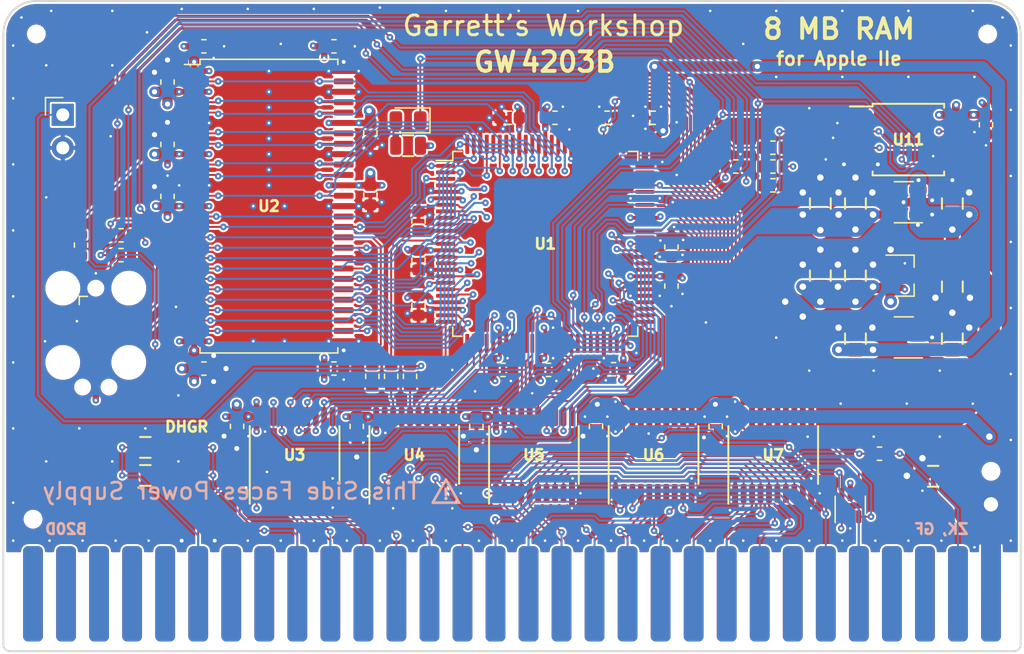
<source format=kicad_pcb>
(kicad_pcb (version 20171130) (host pcbnew "(5.1.10-1-10_14)")

  (general
    (thickness 1.6)
    (drawings 24)
    (tracks 2446)
    (zones 0)
    (modules 75)
    (nets 153)
  )

  (page A4)
  (title_block
    (title "GW4203B (RAM2E II) - iCE40HX1K")
    (date 2021-05-30)
    (rev 2.0)
    (company "Garrett's Workshop")
  )

  (layers
    (0 F.Cu signal)
    (1 In1.Cu signal)
    (2 In2.Cu signal)
    (31 B.Cu signal)
    (32 B.Adhes user)
    (33 F.Adhes user)
    (34 B.Paste user)
    (35 F.Paste user)
    (36 B.SilkS user)
    (37 F.SilkS user)
    (38 B.Mask user)
    (39 F.Mask user)
    (40 Dwgs.User user)
    (41 Cmts.User user)
    (42 Eco1.User user)
    (43 Eco2.User user)
    (44 Edge.Cuts user)
    (45 Margin user)
    (46 B.CrtYd user)
    (47 F.CrtYd user)
    (48 B.Fab user)
    (49 F.Fab user)
  )

  (setup
    (last_trace_width 0.15)
    (user_trace_width 0.2)
    (user_trace_width 0.25)
    (user_trace_width 0.3)
    (user_trace_width 0.35)
    (user_trace_width 0.4)
    (user_trace_width 0.45)
    (user_trace_width 0.5)
    (user_trace_width 0.6)
    (user_trace_width 0.65)
    (user_trace_width 0.8)
    (user_trace_width 1)
    (user_trace_width 1.27)
    (user_trace_width 1.524)
    (trace_clearance 0.15)
    (zone_clearance 0.1524)
    (zone_45_only no)
    (trace_min 0.15)
    (via_size 0.5)
    (via_drill 0.2)
    (via_min_size 0.5)
    (via_min_drill 0.2)
    (user_via 0.6 0.3)
    (user_via 0.8 0.4)
    (user_via 1 0.5)
    (user_via 1.524 0.762)
    (uvia_size 0.3)
    (uvia_drill 0.1)
    (uvias_allowed no)
    (uvia_min_size 0.2)
    (uvia_min_drill 0.1)
    (edge_width 0.15)
    (segment_width 0.1524)
    (pcb_text_width 0.3)
    (pcb_text_size 1.5 1.5)
    (mod_edge_width 0.15)
    (mod_text_size 1 1)
    (mod_text_width 0.15)
    (pad_size 0.975 1.4)
    (pad_drill 0)
    (pad_to_mask_clearance 0.05)
    (solder_mask_min_width 0.1)
    (pad_to_paste_clearance -0.0381)
    (aux_axis_origin 0 0)
    (visible_elements FFFFFF7F)
    (pcbplotparams
      (layerselection 0x010f8_ffffffff)
      (usegerberextensions true)
      (usegerberattributes false)
      (usegerberadvancedattributes false)
      (creategerberjobfile false)
      (excludeedgelayer true)
      (linewidth 0.100000)
      (plotframeref false)
      (viasonmask false)
      (mode 1)
      (useauxorigin false)
      (hpglpennumber 1)
      (hpglpenspeed 20)
      (hpglpendiameter 15.000000)
      (psnegative false)
      (psa4output false)
      (plotreference true)
      (plotvalue true)
      (plotinvisibletext false)
      (padsonsilk false)
      (subtractmaskfromsilk true)
      (outputformat 1)
      (mirror false)
      (drillshape 0)
      (scaleselection 1)
      (outputdirectory "gerber/"))
  )

  (net 0 "")
  (net 1 +5V)
  (net 2 GND)
  (net 3 /Vid7M)
  (net 4 /~SYNC~)
  (net 5 /~PRAS~)
  (net 6 /VC)
  (net 7 /~C07X~)
  (net 8 /~WNDW~)
  (net 9 /SEGA)
  (net 10 /ROMEN1)
  (net 11 /ROMEN2)
  (net 12 /MD7)
  (net 13 /MD6)
  (net 14 /MD5)
  (net 15 /MD4)
  (net 16 /PHI0)
  (net 17 /~CLRGAT~)
  (net 18 /~80VID~)
  (net 19 /~PCAS~)
  (net 20 /~LDPS~)
  (net 21 /R~W~80)
  (net 22 /PHI1)
  (net 23 /~CASEN~)
  (net 24 /MD3)
  (net 25 /MD2)
  (net 26 /MD1)
  (net 27 /MD0)
  (net 28 /H0)
  (net 29 /AN3)
  (net 30 /~EN80~)
  (net 31 /~ALTVID~)
  (net 32 /~SEROUT~)
  (net 33 /~ENVID~)
  (net 34 /R~W~)
  (net 35 /Q3)
  (net 36 /SEGB)
  (net 37 /~RA9~)
  (net 38 /~RA10~)
  (net 39 /GR)
  (net 40 /~ENTMG~)
  (net 41 /MA6)
  (net 42 /MA5)
  (net 43 /MA4)
  (net 44 /MA3)
  (net 45 /MA2)
  (net 46 /MA1)
  (net 47 /MA0)
  (net 48 /MA7)
  (net 49 /C7M)
  (net 50 /C14M)
  (net 51 /C3M58)
  (net 52 /VD0)
  (net 53 /VD1)
  (net 54 /VD2)
  (net 55 /VD3)
  (net 56 /VD4)
  (net 57 /VD5)
  (net 58 /VD6)
  (net 59 /VD7)
  (net 60 +3V3)
  (net 61 /RD5)
  (net 62 /RD4)
  (net 63 /RD3)
  (net 64 /RD2)
  (net 65 /RD7)
  (net 66 /RD6)
  (net 67 /RD0)
  (net 68 /RD1)
  (net 69 /DQMH)
  (net 70 /~WE~)
  (net 71 /~CAS~)
  (net 72 /CKE)
  (net 73 /~RAS~)
  (net 74 /BA0)
  (net 75 /RA11)
  (net 76 /~CS~)
  (net 77 /BA1)
  (net 78 /RA9)
  (net 79 /RA10)
  (net 80 /RA8)
  (net 81 /RA0)
  (net 82 /RA7)
  (net 83 /RA1)
  (net 84 /RA6)
  (net 85 /RA4)
  (net 86 /RA3)
  (net 87 /~EN80~in)
  (net 88 /RA5)
  (net 89 /RA2)
  (net 90 /R~W~80in)
  (net 91 /Ain5)
  (net 92 /PHI1in)
  (net 93 /Ain6)
  (net 94 /DQML)
  (net 95 /~C07X~in)
  (net 96 /R~W~in)
  (net 97 /Ain0)
  (net 98 /Ain1)
  (net 99 /Ain2)
  (net 100 /Ain3)
  (net 101 /Ain4)
  (net 102 /Ain7)
  (net 103 /Din0)
  (net 104 /Din1)
  (net 105 /Din2)
  (net 106 /Din3)
  (net 107 /Din4)
  (net 108 /Din5)
  (net 109 /Din6)
  (net 110 /Din7)
  (net 111 /Vout7)
  (net 112 /Vout6)
  (net 113 /Vout5)
  (net 114 /Vout4)
  (net 115 /Vout3)
  (net 116 /Vout2)
  (net 117 /Vout1)
  (net 118 /Vout0)
  (net 119 /Dout0)
  (net 120 /Dout1)
  (net 121 /Dout2)
  (net 122 /Dout3)
  (net 123 /Dout4)
  (net 124 /Dout5)
  (net 125 /Dout6)
  (net 126 /Dout7)
  (net 127 /RCLK)
  (net 128 /ACLK)
  (net 129 "Net-(U4-Pad17)")
  (net 130 /~FRCTXT~)
  (net 131 "Net-(U9-Pad4)")
  (net 132 /C14MB)
  (net 133 "Net-(R3-Pad2)")
  (net 134 /C14MR)
  (net 135 +1V2)
  (net 136 /~INIT~)
  (net 137 +2V5)
  (net 138 "Net-(U10-Pad4)")
  (net 139 "Net-(U1-Pad76)")
  (net 140 /CCK)
  (net 141 /Mode)
  (net 142 /CDI)
  (net 143 /CDO)
  (net 144 /C~RST~)
  (net 145 /C~CS~)
  (net 146 /CDONE)
  (net 147 /CCKr)
  (net 148 "Net-(R1-Pad2)")
  (net 149 /CCKrF)
  (net 150 "Net-(D1-Pad2)")
  (net 151 /LED)
  (net 152 /D~OE~)

  (net_class Default "This is the default net class."
    (clearance 0.15)
    (trace_width 0.15)
    (via_dia 0.5)
    (via_drill 0.2)
    (uvia_dia 0.3)
    (uvia_drill 0.1)
    (add_net +1V2)
    (add_net +2V5)
    (add_net +3V3)
    (add_net +5V)
    (add_net /ACLK)
    (add_net /AN3)
    (add_net /Ain0)
    (add_net /Ain1)
    (add_net /Ain2)
    (add_net /Ain3)
    (add_net /Ain4)
    (add_net /Ain5)
    (add_net /Ain6)
    (add_net /Ain7)
    (add_net /BA0)
    (add_net /BA1)
    (add_net /C14M)
    (add_net /C14MB)
    (add_net /C14MR)
    (add_net /C3M58)
    (add_net /C7M)
    (add_net /CCK)
    (add_net /CCKr)
    (add_net /CCKrF)
    (add_net /CDI)
    (add_net /CDO)
    (add_net /CDONE)
    (add_net /CKE)
    (add_net /C~CS~)
    (add_net /C~RST~)
    (add_net /DQMH)
    (add_net /DQML)
    (add_net /Din0)
    (add_net /Din1)
    (add_net /Din2)
    (add_net /Din3)
    (add_net /Din4)
    (add_net /Din5)
    (add_net /Din6)
    (add_net /Din7)
    (add_net /Dout0)
    (add_net /Dout1)
    (add_net /Dout2)
    (add_net /Dout3)
    (add_net /Dout4)
    (add_net /Dout5)
    (add_net /Dout6)
    (add_net /Dout7)
    (add_net /D~OE~)
    (add_net /GR)
    (add_net /H0)
    (add_net /LED)
    (add_net /MA0)
    (add_net /MA1)
    (add_net /MA2)
    (add_net /MA3)
    (add_net /MA4)
    (add_net /MA5)
    (add_net /MA6)
    (add_net /MA7)
    (add_net /MD0)
    (add_net /MD1)
    (add_net /MD2)
    (add_net /MD3)
    (add_net /MD4)
    (add_net /MD5)
    (add_net /MD6)
    (add_net /MD7)
    (add_net /Mode)
    (add_net /PHI0)
    (add_net /PHI1)
    (add_net /PHI1in)
    (add_net /Q3)
    (add_net /RA0)
    (add_net /RA1)
    (add_net /RA10)
    (add_net /RA11)
    (add_net /RA2)
    (add_net /RA3)
    (add_net /RA4)
    (add_net /RA5)
    (add_net /RA6)
    (add_net /RA7)
    (add_net /RA8)
    (add_net /RA9)
    (add_net /RCLK)
    (add_net /RD0)
    (add_net /RD1)
    (add_net /RD2)
    (add_net /RD3)
    (add_net /RD4)
    (add_net /RD5)
    (add_net /RD6)
    (add_net /RD7)
    (add_net /ROMEN1)
    (add_net /ROMEN2)
    (add_net /R~W~)
    (add_net /R~W~80)
    (add_net /R~W~80in)
    (add_net /R~W~in)
    (add_net /SEGA)
    (add_net /SEGB)
    (add_net /VC)
    (add_net /VD0)
    (add_net /VD1)
    (add_net /VD2)
    (add_net /VD3)
    (add_net /VD4)
    (add_net /VD5)
    (add_net /VD6)
    (add_net /VD7)
    (add_net /Vid7M)
    (add_net /Vout0)
    (add_net /Vout1)
    (add_net /Vout2)
    (add_net /Vout3)
    (add_net /Vout4)
    (add_net /Vout5)
    (add_net /Vout6)
    (add_net /Vout7)
    (add_net /~80VID~)
    (add_net /~ALTVID~)
    (add_net /~C07X~)
    (add_net /~C07X~in)
    (add_net /~CASEN~)
    (add_net /~CAS~)
    (add_net /~CLRGAT~)
    (add_net /~CS~)
    (add_net /~EN80~)
    (add_net /~EN80~in)
    (add_net /~ENTMG~)
    (add_net /~ENVID~)
    (add_net /~FRCTXT~)
    (add_net /~INIT~)
    (add_net /~LDPS~)
    (add_net /~PCAS~)
    (add_net /~PRAS~)
    (add_net /~RA10~)
    (add_net /~RA9~)
    (add_net /~RAS~)
    (add_net /~SEROUT~)
    (add_net /~SYNC~)
    (add_net /~WE~)
    (add_net /~WNDW~)
    (add_net GND)
    (add_net "Net-(D1-Pad2)")
    (add_net "Net-(R1-Pad2)")
    (add_net "Net-(R3-Pad2)")
    (add_net "Net-(U1-Pad76)")
    (add_net "Net-(U10-Pad4)")
    (add_net "Net-(U4-Pad17)")
    (add_net "Net-(U9-Pad4)")
  )

  (module stdpads:R_0603 (layer F.Cu) (tedit 5EE29B72) (tstamp 60B41BD9)
    (at 257.55 100.95 180)
    (tags resistor)
    (path /61A8EB6C)
    (solder_mask_margin 0.05)
    (solder_paste_margin -0.05)
    (attr smd)
    (fp_text reference R12 (at 0 0) (layer F.Fab)
      (effects (font (size 0.254 0.254) (thickness 0.0635)))
    )
    (fp_text value 47 (at 0 0.25) (layer F.Fab)
      (effects (font (size 0.127 0.127) (thickness 0.03175)))
    )
    (fp_line (start 1.4 0.7) (end -1.4 0.7) (layer F.CrtYd) (width 0.05))
    (fp_line (start 1.4 -0.7) (end 1.4 0.7) (layer F.CrtYd) (width 0.05))
    (fp_line (start -1.4 -0.7) (end 1.4 -0.7) (layer F.CrtYd) (width 0.05))
    (fp_line (start -1.4 0.7) (end -1.4 -0.7) (layer F.CrtYd) (width 0.05))
    (fp_line (start -0.162779 0.51) (end 0.162779 0.51) (layer F.SilkS) (width 0.12))
    (fp_line (start -0.162779 -0.51) (end 0.162779 -0.51) (layer F.SilkS) (width 0.12))
    (fp_line (start 0.8 0.4) (end -0.8 0.4) (layer F.Fab) (width 0.1))
    (fp_line (start 0.8 -0.4) (end 0.8 0.4) (layer F.Fab) (width 0.1))
    (fp_line (start -0.8 -0.4) (end 0.8 -0.4) (layer F.Fab) (width 0.1))
    (fp_line (start -0.8 0.4) (end -0.8 -0.4) (layer F.Fab) (width 0.1))
    (fp_text user %R (at 0 0) (layer F.SilkS) hide
      (effects (font (size 0.254 0.254) (thickness 0.0635)))
    )
    (pad 2 smd roundrect (at 0.8 0 180) (size 0.7 0.95) (layers F.Cu F.Paste F.Mask) (roundrect_rratio 0.25)
      (net 147 /CCKr))
    (pad 1 smd roundrect (at -0.8 0 180) (size 0.7 0.95) (layers F.Cu F.Paste F.Mask) (roundrect_rratio 0.25)
      (net 149 /CCKrF))
    (model ${KISYS3DMOD}/Resistor_SMD.3dshapes/R_0603_1608Metric.wrl
      (at (xyz 0 0 0))
      (scale (xyz 1 1 1))
      (rotate (xyz 0 0 0))
    )
  )

  (module stdpads:R_0603 (layer F.Cu) (tedit 5FDA5A0F) (tstamp 60B1E9B8)
    (at 229.65 118.55 270)
    (tags resistor)
    (path /6081D682)
    (solder_mask_margin 0.05)
    (solder_paste_margin -0.05)
    (attr smd)
    (fp_text reference R3 (at 0 0 90) (layer F.Fab)
      (effects (font (size 0.254 0.254) (thickness 0.0635)))
    )
    (fp_text value 47 (at 0 0.25 90) (layer F.Fab)
      (effects (font (size 0.127 0.127) (thickness 0.03175)))
    )
    (fp_line (start -0.8 0.4) (end -0.8 -0.4) (layer F.Fab) (width 0.1))
    (fp_line (start -0.8 -0.4) (end 0.8 -0.4) (layer F.Fab) (width 0.1))
    (fp_line (start 0.8 -0.4) (end 0.8 0.4) (layer F.Fab) (width 0.1))
    (fp_line (start 0.8 0.4) (end -0.8 0.4) (layer F.Fab) (width 0.1))
    (fp_line (start -0.162779 -0.51) (end 0.162779 -0.51) (layer F.SilkS) (width 0.12))
    (fp_line (start -0.162779 0.51) (end 0.162779 0.51) (layer F.SilkS) (width 0.12))
    (fp_line (start -1.4 0.7) (end -1.4 -0.7) (layer F.CrtYd) (width 0.05))
    (fp_line (start -1.4 -0.7) (end 1.4 -0.7) (layer F.CrtYd) (width 0.05))
    (fp_line (start 1.4 -0.7) (end 1.4 0.7) (layer F.CrtYd) (width 0.05))
    (fp_line (start 1.4 0.7) (end -1.4 0.7) (layer F.CrtYd) (width 0.05))
    (fp_text user %R (at 0 0 90) (layer F.SilkS) hide
      (effects (font (size 0.254 0.254) (thickness 0.0635)))
    )
    (pad 1 smd roundrect (at -0.8 0 270) (size 0.7 0.95) (layers F.Cu F.Paste F.Mask) (roundrect_rratio 0.25)
      (net 132 /C14MB))
    (pad 2 smd roundrect (at 0.8 0 270) (size 0.7 0.95) (layers F.Cu F.Paste F.Mask) (roundrect_rratio 0.25)
      (net 133 "Net-(R3-Pad2)"))
    (model ${KISYS3DMOD}/Resistor_SMD.3dshapes/R_0603_1608Metric.wrl
      (at (xyz 0 0 0))
      (scale (xyz 1 1 1))
      (rotate (xyz 0 0 0))
    )
  )

  (module stdpads:R_0603 (layer F.Cu) (tedit 5FDA5A0F) (tstamp 60B1E998)
    (at 228.2 118.55 270)
    (tags resistor)
    (path /61462215)
    (solder_mask_margin 0.05)
    (solder_paste_margin -0.05)
    (attr smd)
    (fp_text reference R11 (at 0 0 90) (layer F.Fab)
      (effects (font (size 0.254 0.254) (thickness 0.0635)))
    )
    (fp_text value 47 (at 0 0.25 90) (layer F.Fab)
      (effects (font (size 0.127 0.127) (thickness 0.03175)))
    )
    (fp_line (start 1.4 0.7) (end -1.4 0.7) (layer F.CrtYd) (width 0.05))
    (fp_line (start 1.4 -0.7) (end 1.4 0.7) (layer F.CrtYd) (width 0.05))
    (fp_line (start -1.4 -0.7) (end 1.4 -0.7) (layer F.CrtYd) (width 0.05))
    (fp_line (start -1.4 0.7) (end -1.4 -0.7) (layer F.CrtYd) (width 0.05))
    (fp_line (start -0.162779 0.51) (end 0.162779 0.51) (layer F.SilkS) (width 0.12))
    (fp_line (start -0.162779 -0.51) (end 0.162779 -0.51) (layer F.SilkS) (width 0.12))
    (fp_line (start 0.8 0.4) (end -0.8 0.4) (layer F.Fab) (width 0.1))
    (fp_line (start 0.8 -0.4) (end 0.8 0.4) (layer F.Fab) (width 0.1))
    (fp_line (start -0.8 -0.4) (end 0.8 -0.4) (layer F.Fab) (width 0.1))
    (fp_line (start -0.8 0.4) (end -0.8 -0.4) (layer F.Fab) (width 0.1))
    (fp_text user %R (at 0 0 90) (layer F.SilkS) hide
      (effects (font (size 0.254 0.254) (thickness 0.0635)))
    )
    (pad 2 smd roundrect (at 0.8 0 270) (size 0.7 0.95) (layers F.Cu F.Paste F.Mask) (roundrect_rratio 0.25)
      (net 148 "Net-(R1-Pad2)"))
    (pad 1 smd roundrect (at -0.8 0 270) (size 0.7 0.95) (layers F.Cu F.Paste F.Mask) (roundrect_rratio 0.25)
      (net 128 /ACLK))
    (model ${KISYS3DMOD}/Resistor_SMD.3dshapes/R_0603_1608Metric.wrl
      (at (xyz 0 0 0))
      (scale (xyz 1 1 1))
      (rotate (xyz 0 0 0))
    )
  )

  (module stdpads:TSOP-II-54_22.2x10.16mm_P0.8mm (layer F.Cu) (tedit 5E9238C1) (tstamp 5E7BC202)
    (at 218.8 105.45)
    (descr "54-lead TSOP typ II package")
    (tags "TSOPII TSOP2")
    (path /5E74FE5D)
    (solder_mask_margin 0.05)
    (attr smd)
    (fp_text reference U2 (at 0 0) (layer F.Fab)
      (effects (font (size 0.8128 0.8128) (thickness 0.2032)))
    )
    (fp_text value W9812G6KH-6 (at 0 0.95) (layer F.Fab)
      (effects (font (size 0.508 0.508) (thickness 0.127)))
    )
    (fp_line (start -4.08 -11.11) (end 5.08 -11.11) (layer F.Fab) (width 0.1))
    (fp_line (start 5.08 -11.11) (end 5.08 11.11) (layer F.Fab) (width 0.1))
    (fp_line (start 5.08 11.11) (end -5.08 11.11) (layer F.Fab) (width 0.1))
    (fp_line (start -5.08 11.11) (end -5.08 -10.11) (layer F.Fab) (width 0.1))
    (fp_line (start -4.08 -11.11) (end -5.08 -10.11) (layer F.Fab) (width 0.1))
    (fp_line (start -6.5 -10.9) (end -5.3 -10.9) (layer F.SilkS) (width 0.12))
    (fp_line (start -5.3 -10.9) (end -5.3 -11.3) (layer F.SilkS) (width 0.12))
    (fp_line (start -5.3 -11.3) (end 5.3 -11.3) (layer F.SilkS) (width 0.12))
    (fp_line (start -5.3 11.3) (end 5.3 11.3) (layer F.SilkS) (width 0.12))
    (fp_line (start 5.3 -11.3) (end 5.3 -10.9) (layer F.SilkS) (width 0.12))
    (fp_line (start 5.3 10.9) (end 5.3 11.3) (layer F.SilkS) (width 0.12))
    (fp_line (start -5.3 10.9) (end -5.3 11.3) (layer F.SilkS) (width 0.12))
    (fp_line (start -6.76 -11.36) (end 6.76 -11.36) (layer F.CrtYd) (width 0.05))
    (fp_line (start 6.76 -11.36) (end 6.76 11.36) (layer F.CrtYd) (width 0.05))
    (fp_line (start 6.76 11.36) (end -6.76 11.36) (layer F.CrtYd) (width 0.05))
    (fp_line (start -6.76 -11.36) (end -6.76 11.36) (layer F.CrtYd) (width 0.05))
    (fp_text user %R (at 0 0) (layer F.SilkS)
      (effects (font (size 0.8128 0.8128) (thickness 0.2032)))
    )
    (pad 54 smd roundrect (at 5.75 -10.4) (size 1.51 0.458) (layers F.Cu F.Paste F.Mask) (roundrect_rratio 0.25)
      (net 2 GND))
    (pad 53 smd roundrect (at 5.75 -9.6) (size 1.51 0.458) (layers F.Cu F.Paste F.Mask) (roundrect_rratio 0.25)
      (net 67 /RD0))
    (pad 52 smd roundrect (at 5.75 -8.8) (size 1.51 0.458) (layers F.Cu F.Paste F.Mask) (roundrect_rratio 0.25)
      (net 2 GND))
    (pad 51 smd roundrect (at 5.75 -8) (size 1.51 0.458) (layers F.Cu F.Paste F.Mask) (roundrect_rratio 0.25)
      (net 68 /RD1))
    (pad 50 smd roundrect (at 5.75 -7.2) (size 1.51 0.458) (layers F.Cu F.Paste F.Mask) (roundrect_rratio 0.25)
      (net 64 /RD2))
    (pad 49 smd roundrect (at 5.75 -6.4) (size 1.51 0.458) (layers F.Cu F.Paste F.Mask) (roundrect_rratio 0.25)
      (net 60 +3V3))
    (pad 48 smd roundrect (at 5.75 -5.6) (size 1.51 0.458) (layers F.Cu F.Paste F.Mask) (roundrect_rratio 0.25)
      (net 63 /RD3))
    (pad 47 smd roundrect (at 5.75 -4.8) (size 1.51 0.458) (layers F.Cu F.Paste F.Mask) (roundrect_rratio 0.25)
      (net 62 /RD4))
    (pad 46 smd roundrect (at 5.75 -4) (size 1.51 0.458) (layers F.Cu F.Paste F.Mask) (roundrect_rratio 0.25)
      (net 2 GND))
    (pad 45 smd roundrect (at 5.75 -3.2) (size 1.51 0.458) (layers F.Cu F.Paste F.Mask) (roundrect_rratio 0.25)
      (net 61 /RD5))
    (pad 44 smd roundrect (at 5.75 -2.4) (size 1.51 0.458) (layers F.Cu F.Paste F.Mask) (roundrect_rratio 0.25)
      (net 66 /RD6))
    (pad 43 smd roundrect (at 5.75 -1.6) (size 1.51 0.458) (layers F.Cu F.Paste F.Mask) (roundrect_rratio 0.25)
      (net 60 +3V3))
    (pad 42 smd roundrect (at 5.75 -0.8) (size 1.51 0.458) (layers F.Cu F.Paste F.Mask) (roundrect_rratio 0.25)
      (net 65 /RD7))
    (pad 41 smd roundrect (at 5.75 0) (size 1.51 0.458) (layers F.Cu F.Paste F.Mask) (roundrect_rratio 0.25)
      (net 2 GND))
    (pad 40 smd roundrect (at 5.75 0.8) (size 1.51 0.458) (layers F.Cu F.Paste F.Mask) (roundrect_rratio 0.25))
    (pad 39 smd roundrect (at 5.75 1.6) (size 1.51 0.458) (layers F.Cu F.Paste F.Mask) (roundrect_rratio 0.25)
      (net 69 /DQMH))
    (pad 38 smd roundrect (at 5.75 2.4) (size 1.51 0.458) (layers F.Cu F.Paste F.Mask) (roundrect_rratio 0.25)
      (net 127 /RCLK))
    (pad 37 smd roundrect (at 5.75 3.2) (size 1.51 0.458) (layers F.Cu F.Paste F.Mask) (roundrect_rratio 0.25)
      (net 72 /CKE))
    (pad 36 smd roundrect (at 5.75 4) (size 1.51 0.458) (layers F.Cu F.Paste F.Mask) (roundrect_rratio 0.25)
      (net 2 GND))
    (pad 35 smd roundrect (at 5.75 4.8) (size 1.51 0.458) (layers F.Cu F.Paste F.Mask) (roundrect_rratio 0.25)
      (net 75 /RA11))
    (pad 34 smd roundrect (at 5.75 5.6) (size 1.51 0.458) (layers F.Cu F.Paste F.Mask) (roundrect_rratio 0.25)
      (net 78 /RA9))
    (pad 33 smd roundrect (at 5.75 6.4) (size 1.51 0.458) (layers F.Cu F.Paste F.Mask) (roundrect_rratio 0.25)
      (net 80 /RA8))
    (pad 32 smd roundrect (at 5.75 7.2) (size 1.51 0.458) (layers F.Cu F.Paste F.Mask) (roundrect_rratio 0.25)
      (net 82 /RA7))
    (pad 31 smd roundrect (at 5.75 8) (size 1.51 0.458) (layers F.Cu F.Paste F.Mask) (roundrect_rratio 0.25)
      (net 84 /RA6))
    (pad 30 smd roundrect (at 5.75 8.8) (size 1.51 0.458) (layers F.Cu F.Paste F.Mask) (roundrect_rratio 0.25)
      (net 88 /RA5))
    (pad 29 smd roundrect (at 5.75 9.6) (size 1.51 0.458) (layers F.Cu F.Paste F.Mask) (roundrect_rratio 0.25)
      (net 85 /RA4))
    (pad 28 smd roundrect (at 5.75 10.4) (size 1.51 0.458) (layers F.Cu F.Paste F.Mask) (roundrect_rratio 0.25)
      (net 2 GND))
    (pad 27 smd roundrect (at -5.75 10.4) (size 1.51 0.458) (layers F.Cu F.Paste F.Mask) (roundrect_rratio 0.25)
      (net 60 +3V3))
    (pad 26 smd roundrect (at -5.75 9.6) (size 1.51 0.458) (layers F.Cu F.Paste F.Mask) (roundrect_rratio 0.25)
      (net 86 /RA3))
    (pad 25 smd roundrect (at -5.75 8.8) (size 1.51 0.458) (layers F.Cu F.Paste F.Mask) (roundrect_rratio 0.25)
      (net 89 /RA2))
    (pad 24 smd roundrect (at -5.75 8) (size 1.51 0.458) (layers F.Cu F.Paste F.Mask) (roundrect_rratio 0.25)
      (net 83 /RA1))
    (pad 23 smd roundrect (at -5.75 7.2) (size 1.51 0.458) (layers F.Cu F.Paste F.Mask) (roundrect_rratio 0.25)
      (net 81 /RA0))
    (pad 22 smd roundrect (at -5.75 6.4) (size 1.51 0.458) (layers F.Cu F.Paste F.Mask) (roundrect_rratio 0.25)
      (net 79 /RA10))
    (pad 21 smd roundrect (at -5.75 5.6) (size 1.51 0.458) (layers F.Cu F.Paste F.Mask) (roundrect_rratio 0.25)
      (net 77 /BA1))
    (pad 20 smd roundrect (at -5.75 4.8) (size 1.51 0.458) (layers F.Cu F.Paste F.Mask) (roundrect_rratio 0.25)
      (net 74 /BA0))
    (pad 19 smd roundrect (at -5.75 4) (size 1.51 0.458) (layers F.Cu F.Paste F.Mask) (roundrect_rratio 0.25)
      (net 76 /~CS~))
    (pad 18 smd roundrect (at -5.75 3.2) (size 1.51 0.458) (layers F.Cu F.Paste F.Mask) (roundrect_rratio 0.25)
      (net 73 /~RAS~))
    (pad 17 smd roundrect (at -5.75 2.4) (size 1.51 0.458) (layers F.Cu F.Paste F.Mask) (roundrect_rratio 0.25)
      (net 71 /~CAS~))
    (pad 16 smd roundrect (at -5.75 1.6) (size 1.51 0.458) (layers F.Cu F.Paste F.Mask) (roundrect_rratio 0.25)
      (net 70 /~WE~))
    (pad 15 smd roundrect (at -5.75 0.8) (size 1.51 0.458) (layers F.Cu F.Paste F.Mask) (roundrect_rratio 0.25)
      (net 94 /DQML))
    (pad 14 smd roundrect (at -5.75 0) (size 1.51 0.458) (layers F.Cu F.Paste F.Mask) (roundrect_rratio 0.25)
      (net 60 +3V3))
    (pad 13 smd roundrect (at -5.75 -0.8) (size 1.51 0.458) (layers F.Cu F.Paste F.Mask) (roundrect_rratio 0.25)
      (net 65 /RD7))
    (pad 12 smd roundrect (at -5.75 -1.6) (size 1.51 0.458) (layers F.Cu F.Paste F.Mask) (roundrect_rratio 0.25)
      (net 2 GND))
    (pad 11 smd roundrect (at -5.75 -2.4) (size 1.51 0.458) (layers F.Cu F.Paste F.Mask) (roundrect_rratio 0.25)
      (net 66 /RD6))
    (pad 10 smd roundrect (at -5.75 -3.2) (size 1.51 0.458) (layers F.Cu F.Paste F.Mask) (roundrect_rratio 0.25)
      (net 61 /RD5))
    (pad 9 smd roundrect (at -5.75 -4) (size 1.51 0.458) (layers F.Cu F.Paste F.Mask) (roundrect_rratio 0.25)
      (net 60 +3V3))
    (pad 8 smd roundrect (at -5.75 -4.8) (size 1.51 0.458) (layers F.Cu F.Paste F.Mask) (roundrect_rratio 0.25)
      (net 62 /RD4))
    (pad 7 smd roundrect (at -5.75 -5.6) (size 1.51 0.458) (layers F.Cu F.Paste F.Mask) (roundrect_rratio 0.25)
      (net 63 /RD3))
    (pad 6 smd roundrect (at -5.75 -6.4) (size 1.51 0.458) (layers F.Cu F.Paste F.Mask) (roundrect_rratio 0.25)
      (net 2 GND))
    (pad 5 smd roundrect (at -5.75 -7.2) (size 1.51 0.458) (layers F.Cu F.Paste F.Mask) (roundrect_rratio 0.25)
      (net 64 /RD2))
    (pad 4 smd roundrect (at -5.75 -8) (size 1.51 0.458) (layers F.Cu F.Paste F.Mask) (roundrect_rratio 0.25)
      (net 68 /RD1))
    (pad 3 smd roundrect (at -5.75 -8.8) (size 1.51 0.458) (layers F.Cu F.Paste F.Mask) (roundrect_rratio 0.25)
      (net 60 +3V3))
    (pad 2 smd roundrect (at -5.75 -9.6) (size 1.51 0.458) (layers F.Cu F.Paste F.Mask) (roundrect_rratio 0.25)
      (net 67 /RD0))
    (pad 1 smd roundrect (at -5.75 -10.4) (size 1.51 0.458) (layers F.Cu F.Paste F.Mask) (roundrect_rratio 0.25)
      (net 60 +3V3))
    (model ${KISYS3DMOD}/Package_SO.3dshapes/TSOP-II-54_22.2x10.16mm_P0.8mm.wrl
      (at (xyz 0 0 0))
      (scale (xyz 1 1 1))
      (rotate (xyz 0 0 0))
    )
  )

  (module stdpads:TQFP-100_14x14mm_P0.5mm (layer F.Cu) (tedit 60A56324) (tstamp 60AB58BC)
    (at 240.05 108.35 270)
    (descr "TQFP, 100 Pin (http://www.microsemi.com/index.php?option=com_docman&task=doc_download&gid=131095), generated with kicad-footprint-generator ipc_gullwing_generator.py")
    (tags "TQFP QFP")
    (path /6425D727)
    (solder_mask_margin 0.024)
    (solder_paste_margin -0.035)
    (attr smd)
    (fp_text reference U1 (at 0 0) (layer F.Fab)
      (effects (font (size 0.8128 0.8128) (thickness 0.2032)))
    )
    (fp_text value iCE40HX1K-VQ100 (at 1.05 0) (layer F.Fab)
      (effects (font (size 0.508 0.508) (thickness 0.127)))
    )
    (fp_line (start 6.4 -8.65) (end 0 -8.65) (layer F.CrtYd) (width 0.05))
    (fp_line (start 6.4 -7.25) (end 6.4 -8.65) (layer F.CrtYd) (width 0.05))
    (fp_line (start 7.25 -7.25) (end 6.4 -7.25) (layer F.CrtYd) (width 0.05))
    (fp_line (start 7.25 -6.4) (end 7.25 -7.25) (layer F.CrtYd) (width 0.05))
    (fp_line (start 8.65 -6.4) (end 7.25 -6.4) (layer F.CrtYd) (width 0.05))
    (fp_line (start 8.65 0) (end 8.65 -6.4) (layer F.CrtYd) (width 0.05))
    (fp_line (start 6.4 8.65) (end 0 8.65) (layer F.CrtYd) (width 0.05))
    (fp_line (start 6.4 7.25) (end 6.4 8.65) (layer F.CrtYd) (width 0.05))
    (fp_line (start 7.25 7.25) (end 6.4 7.25) (layer F.CrtYd) (width 0.05))
    (fp_line (start 7.25 6.4) (end 7.25 7.25) (layer F.CrtYd) (width 0.05))
    (fp_line (start 8.65 6.4) (end 7.25 6.4) (layer F.CrtYd) (width 0.05))
    (fp_line (start 8.65 0) (end 8.65 6.4) (layer F.CrtYd) (width 0.05))
    (fp_line (start -6.4 -8.65) (end 0 -8.65) (layer F.CrtYd) (width 0.05))
    (fp_line (start -6.4 -7.25) (end -6.4 -8.65) (layer F.CrtYd) (width 0.05))
    (fp_line (start -7.25 -7.25) (end -6.4 -7.25) (layer F.CrtYd) (width 0.05))
    (fp_line (start -7.25 -6.4) (end -7.25 -7.25) (layer F.CrtYd) (width 0.05))
    (fp_line (start -8.65 -6.4) (end -7.25 -6.4) (layer F.CrtYd) (width 0.05))
    (fp_line (start -8.65 0) (end -8.65 -6.4) (layer F.CrtYd) (width 0.05))
    (fp_line (start -6.4 8.65) (end 0 8.65) (layer F.CrtYd) (width 0.05))
    (fp_line (start -6.4 7.25) (end -6.4 8.65) (layer F.CrtYd) (width 0.05))
    (fp_line (start -7.25 7.25) (end -6.4 7.25) (layer F.CrtYd) (width 0.05))
    (fp_line (start -7.25 6.4) (end -7.25 7.25) (layer F.CrtYd) (width 0.05))
    (fp_line (start -8.65 6.4) (end -7.25 6.4) (layer F.CrtYd) (width 0.05))
    (fp_line (start -8.65 0) (end -8.65 6.4) (layer F.CrtYd) (width 0.05))
    (fp_line (start -6 7) (end -7 6) (layer F.Fab) (width 0.1))
    (fp_line (start 7 7) (end -6 7) (layer F.Fab) (width 0.1))
    (fp_line (start 7 -7) (end 7 7) (layer F.Fab) (width 0.1))
    (fp_line (start -7 -7) (end 7 -7) (layer F.Fab) (width 0.1))
    (fp_line (start -7 6) (end -7 -7) (layer F.Fab) (width 0.1))
    (fp_line (start -6.41 7.11) (end -6.41 8.4) (layer F.SilkS) (width 0.12))
    (fp_line (start -7.11 7.11) (end -6.41 7.11) (layer F.SilkS) (width 0.12))
    (fp_line (start -7.11 6.41) (end -7.11 7.11) (layer F.SilkS) (width 0.12))
    (fp_line (start -7.11 -7.11) (end -6.41 -7.11) (layer F.SilkS) (width 0.12))
    (fp_line (start -7.11 -6.41) (end -7.11 -7.11) (layer F.SilkS) (width 0.12))
    (fp_line (start 7.11 7.11) (end 6.41 7.11) (layer F.SilkS) (width 0.12))
    (fp_line (start 7.11 6.41) (end 7.11 7.11) (layer F.SilkS) (width 0.12))
    (fp_line (start 7.11 -7.11) (end 6.41 -7.11) (layer F.SilkS) (width 0.12))
    (fp_line (start 7.11 -6.41) (end 7.11 -7.11) (layer F.SilkS) (width 0.12))
    (fp_text user %R (at 0 0) (layer F.SilkS)
      (effects (font (size 0.8128 0.8128) (thickness 0.2032)))
    )
    (pad 100 smd roundrect (at -7.6625 6) (size 0.3 1.475) (layers F.Cu F.Paste F.Mask) (roundrect_rratio 0.25)
      (net 69 /DQMH))
    (pad 99 smd roundrect (at -7.6625 5.5) (size 0.3 1.475) (layers F.Cu F.Paste F.Mask) (roundrect_rratio 0.25)
      (net 72 /CKE))
    (pad 98 smd roundrect (at -7.6625 5) (size 0.3 1.475) (layers F.Cu F.Paste F.Mask) (roundrect_rratio 0.25)
      (net 2 GND))
    (pad 97 smd roundrect (at -7.6625 4.5) (size 0.3 1.475) (layers F.Cu F.Paste F.Mask) (roundrect_rratio 0.25)
      (net 76 /~CS~))
    (pad 96 smd roundrect (at -7.6625 4) (size 0.3 1.475) (layers F.Cu F.Paste F.Mask) (roundrect_rratio 0.25)
      (net 94 /DQML))
    (pad 95 smd roundrect (at -7.6625 3.5) (size 0.3 1.475) (layers F.Cu F.Paste F.Mask) (roundrect_rratio 0.25)
      (net 73 /~RAS~))
    (pad 94 smd roundrect (at -7.6625 3) (size 0.3 1.475) (layers F.Cu F.Paste F.Mask) (roundrect_rratio 0.25)
      (net 65 /RD7))
    (pad 93 smd roundrect (at -7.6625 2.5) (size 0.3 1.475) (layers F.Cu F.Paste F.Mask) (roundrect_rratio 0.25)
      (net 66 /RD6))
    (pad 92 smd roundrect (at -7.6625 2) (size 0.3 1.475) (layers F.Cu F.Paste F.Mask) (roundrect_rratio 0.25)
      (net 60 +3V3))
    (pad 91 smd roundrect (at -7.6625 1.5) (size 0.3 1.475) (layers F.Cu F.Paste F.Mask) (roundrect_rratio 0.25)
      (net 61 /RD5))
    (pad 90 smd roundrect (at -7.6625 1) (size 0.3 1.475) (layers F.Cu F.Paste F.Mask) (roundrect_rratio 0.25)
      (net 62 /RD4))
    (pad 89 smd roundrect (at -7.6625 0.5) (size 0.3 1.475) (layers F.Cu F.Paste F.Mask) (roundrect_rratio 0.25)
      (net 63 /RD3))
    (pad 88 smd roundrect (at -7.6625 0) (size 0.3 1.475) (layers F.Cu F.Paste F.Mask) (roundrect_rratio 0.25)
      (net 60 +3V3))
    (pad 87 smd roundrect (at -7.6625 -0.5) (size 0.3 1.475) (layers F.Cu F.Paste F.Mask) (roundrect_rratio 0.25)
      (net 64 /RD2))
    (pad 86 smd roundrect (at -7.6625 -1) (size 0.3 1.475) (layers F.Cu F.Paste F.Mask) (roundrect_rratio 0.25)
      (net 68 /RD1))
    (pad 85 smd roundrect (at -7.6625 -1.5) (size 0.3 1.475) (layers F.Cu F.Paste F.Mask) (roundrect_rratio 0.25)
      (net 67 /RD0))
    (pad 84 smd roundrect (at -7.6625 -2) (size 0.3 1.475) (layers F.Cu F.Paste F.Mask) (roundrect_rratio 0.25)
      (net 2 GND))
    (pad 83 smd roundrect (at -7.6625 -2.5) (size 0.3 1.475) (layers F.Cu F.Paste F.Mask) (roundrect_rratio 0.25)
      (net 126 /Dout7))
    (pad 82 smd roundrect (at -7.6625 -3) (size 0.3 1.475) (layers F.Cu F.Paste F.Mask) (roundrect_rratio 0.25)
      (net 125 /Dout6))
    (pad 81 smd roundrect (at -7.6625 -3.5) (size 0.3 1.475) (layers F.Cu F.Paste F.Mask) (roundrect_rratio 0.25)
      (net 119 /Dout0))
    (pad 80 smd roundrect (at -7.6625 -4) (size 0.3 1.475) (layers F.Cu F.Paste F.Mask) (roundrect_rratio 0.25)
      (net 120 /Dout1))
    (pad 79 smd roundrect (at -7.6625 -4.5) (size 0.3 1.475) (layers F.Cu F.Paste F.Mask) (roundrect_rratio 0.25)
      (net 121 /Dout2))
    (pad 78 smd roundrect (at -7.6625 -5) (size 0.3 1.475) (layers F.Cu F.Paste F.Mask) (roundrect_rratio 0.25)
      (net 122 /Dout3))
    (pad 77 smd roundrect (at -7.6625 -5.5) (size 0.3 1.475) (layers F.Cu F.Paste F.Mask) (roundrect_rratio 0.25)
      (net 135 +1V2))
    (pad 76 smd roundrect (at -7.6625 -6) (size 0.3 1.475) (layers F.Cu F.Paste F.Mask) (roundrect_rratio 0.25)
      (net 139 "Net-(U1-Pad76)"))
    (pad 75 smd roundrect (at -6 -7.6625) (size 1.475 0.3) (layers F.Cu F.Paste F.Mask) (roundrect_rratio 0.25)
      (net 137 +2V5))
    (pad 74 smd roundrect (at -5.5 -7.6625) (size 1.475 0.3) (layers F.Cu F.Paste F.Mask) (roundrect_rratio 0.25)
      (net 123 /Dout4))
    (pad 73 smd roundrect (at -5 -7.6625) (size 1.475 0.3) (layers F.Cu F.Paste F.Mask) (roundrect_rratio 0.25)
      (net 124 /Dout5))
    (pad 72 smd roundrect (at -4.5 -7.6625) (size 1.475 0.3) (layers F.Cu F.Paste F.Mask) (roundrect_rratio 0.25)
      (net 151 /LED))
    (pad 71 smd roundrect (at -4 -7.6625) (size 1.475 0.3) (layers F.Cu F.Paste F.Mask) (roundrect_rratio 0.25)
      (net 114 /Vout4))
    (pad 70 smd roundrect (at -3.5 -7.6625) (size 1.475 0.3) (layers F.Cu F.Paste F.Mask) (roundrect_rratio 0.25)
      (net 2 GND))
    (pad 69 smd roundrect (at -3 -7.6625) (size 1.475 0.3) (layers F.Cu F.Paste F.Mask) (roundrect_rratio 0.25)
      (net 118 /Vout0))
    (pad 68 smd roundrect (at -2.5 -7.6625) (size 1.475 0.3) (layers F.Cu F.Paste F.Mask) (roundrect_rratio 0.25)
      (net 116 /Vout2))
    (pad 67 smd roundrect (at -2 -7.6625) (size 1.475 0.3) (layers F.Cu F.Paste F.Mask) (roundrect_rratio 0.25)
      (net 60 +3V3))
    (pad 66 smd roundrect (at -1.5 -7.6625) (size 1.475 0.3) (layers F.Cu F.Paste F.Mask) (roundrect_rratio 0.25)
      (net 113 /Vout5))
    (pad 65 smd roundrect (at -1 -7.6625) (size 1.475 0.3) (layers F.Cu F.Paste F.Mask) (roundrect_rratio 0.25)
      (net 117 /Vout1))
    (pad 64 smd roundrect (at -0.5 -7.6625) (size 1.475 0.3) (layers F.Cu F.Paste F.Mask) (roundrect_rratio 0.25)
      (net 95 /~C07X~in))
    (pad 63 smd roundrect (at 0 -7.6625) (size 1.475 0.3) (layers F.Cu F.Paste F.Mask) (roundrect_rratio 0.25)
      (net 96 /R~W~in))
    (pad 62 smd roundrect (at 0.5 -7.6625) (size 1.475 0.3) (layers F.Cu F.Paste F.Mask) (roundrect_rratio 0.25)
      (net 107 /Din4))
    (pad 61 smd roundrect (at 1 -7.6625) (size 1.475 0.3) (layers F.Cu F.Paste F.Mask) (roundrect_rratio 0.25)
      (net 135 +1V2))
    (pad 60 smd roundrect (at 1.5 -7.6625) (size 1.475 0.3) (layers F.Cu F.Paste F.Mask) (roundrect_rratio 0.25)
      (net 112 /Vout6))
    (pad 59 smd roundrect (at 2 -7.6625) (size 1.475 0.3) (layers F.Cu F.Paste F.Mask) (roundrect_rratio 0.25)
      (net 100 /Ain3))
    (pad 58 smd roundrect (at 2.5 -7.6625) (size 1.475 0.3) (layers F.Cu F.Paste F.Mask) (roundrect_rratio 0.25)
      (net 60 +3V3))
    (pad 57 smd roundrect (at 3 -7.6625) (size 1.475 0.3) (layers F.Cu F.Paste F.Mask) (roundrect_rratio 0.25)
      (net 106 /Din3))
    (pad 56 smd roundrect (at 3.5 -7.6625) (size 1.475 0.3) (layers F.Cu F.Paste F.Mask) (roundrect_rratio 0.25)
      (net 99 /Ain2))
    (pad 55 smd roundrect (at 4 -7.6625) (size 1.475 0.3) (layers F.Cu F.Paste F.Mask) (roundrect_rratio 0.25)
      (net 2 GND))
    (pad 54 smd roundrect (at 4.5 -7.6625) (size 1.475 0.3) (layers F.Cu F.Paste F.Mask) (roundrect_rratio 0.25)
      (net 115 /Vout3))
    (pad 53 smd roundrect (at 5 -7.6625) (size 1.475 0.3) (layers F.Cu F.Paste F.Mask) (roundrect_rratio 0.25)
      (net 111 /Vout7))
    (pad 52 smd roundrect (at 5.5 -7.6625) (size 1.475 0.3) (layers F.Cu F.Paste F.Mask) (roundrect_rratio 0.25)
      (net 108 /Din5))
    (pad 51 smd roundrect (at 6 -7.6625) (size 1.475 0.3) (layers F.Cu F.Paste F.Mask) (roundrect_rratio 0.25)
      (net 105 /Din2))
    (pad 50 smd roundrect (at 7.6625 -6) (size 0.3 1.475) (layers F.Cu F.Paste F.Mask) (roundrect_rratio 0.25)
      (net 60 +3V3))
    (pad 49 smd roundrect (at 7.6625 -5.5) (size 0.3 1.475) (layers F.Cu F.Paste F.Mask) (roundrect_rratio 0.25)
      (net 145 /C~CS~))
    (pad 48 smd roundrect (at 7.6625 -5) (size 0.3 1.475) (layers F.Cu F.Paste F.Mask) (roundrect_rratio 0.25)
      (net 147 /CCKr))
    (pad 47 smd roundrect (at 7.6625 -4.5) (size 0.3 1.475) (layers F.Cu F.Paste F.Mask) (roundrect_rratio 0.25)
      (net 2 GND))
    (pad 46 smd roundrect (at 7.6625 -4) (size 0.3 1.475) (layers F.Cu F.Paste F.Mask) (roundrect_rratio 0.25)
      (net 142 /CDI))
    (pad 45 smd roundrect (at 7.6625 -3.5) (size 0.3 1.475) (layers F.Cu F.Paste F.Mask) (roundrect_rratio 0.25)
      (net 143 /CDO))
    (pad 44 smd roundrect (at 7.6625 -3) (size 0.3 1.475) (layers F.Cu F.Paste F.Mask) (roundrect_rratio 0.25)
      (net 144 /C~RST~))
    (pad 43 smd roundrect (at 7.6625 -2.5) (size 0.3 1.475) (layers F.Cu F.Paste F.Mask) (roundrect_rratio 0.25)
      (net 146 /CDONE))
    (pad 42 smd roundrect (at 7.6625 -2) (size 0.3 1.475) (layers F.Cu F.Paste F.Mask) (roundrect_rratio 0.25)
      (net 104 /Din1))
    (pad 41 smd roundrect (at 7.6625 -1.5) (size 0.3 1.475) (layers F.Cu F.Paste F.Mask) (roundrect_rratio 0.25)
      (net 103 /Din0))
    (pad 40 smd roundrect (at 7.6625 -1) (size 0.3 1.475) (layers F.Cu F.Paste F.Mask) (roundrect_rratio 0.25)
      (net 98 /Ain1))
    (pad 39 smd roundrect (at 7.6625 -0.5) (size 0.3 1.475) (layers F.Cu F.Paste F.Mask) (roundrect_rratio 0.25)
      (net 2 GND))
    (pad 38 smd roundrect (at 7.6625 0) (size 0.3 1.475) (layers F.Cu F.Paste F.Mask) (roundrect_rratio 0.25)
      (net 60 +3V3))
    (pad 37 smd roundrect (at 7.6625 0.5) (size 0.3 1.475) (layers F.Cu F.Paste F.Mask) (roundrect_rratio 0.25)
      (net 101 /Ain4))
    (pad 36 smd roundrect (at 7.6625 1) (size 0.3 1.475) (layers F.Cu F.Paste F.Mask) (roundrect_rratio 0.25)
      (net 109 /Din6))
    (pad 35 smd roundrect (at 7.6625 1.5) (size 0.3 1.475) (layers F.Cu F.Paste F.Mask) (roundrect_rratio 0.25)
      (net 135 +1V2))
    (pad 34 smd roundrect (at 7.6625 2) (size 0.3 1.475) (layers F.Cu F.Paste F.Mask) (roundrect_rratio 0.25)
      (net 110 /Din7))
    (pad 33 smd roundrect (at 7.6625 2.5) (size 0.3 1.475) (layers F.Cu F.Paste F.Mask) (roundrect_rratio 0.25)
      (net 97 /Ain0))
    (pad 32 smd roundrect (at 7.6625 3) (size 0.3 1.475) (layers F.Cu F.Paste F.Mask) (roundrect_rratio 0.25)
      (net 2 GND))
    (pad 31 smd roundrect (at 7.6625 3.5) (size 0.3 1.475) (layers F.Cu F.Paste F.Mask) (roundrect_rratio 0.25)
      (net 60 +3V3))
    (pad 30 smd roundrect (at 7.6625 4) (size 0.3 1.475) (layers F.Cu F.Paste F.Mask) (roundrect_rratio 0.25)
      (net 102 /Ain7))
    (pad 29 smd roundrect (at 7.6625 4.5) (size 0.3 1.475) (layers F.Cu F.Paste F.Mask) (roundrect_rratio 0.25)
      (net 93 /Ain6))
    (pad 28 smd roundrect (at 7.6625 5) (size 0.3 1.475) (layers F.Cu F.Paste F.Mask) (roundrect_rratio 0.25)
      (net 92 /PHI1in))
    (pad 27 smd roundrect (at 7.6625 5.5) (size 0.3 1.475) (layers F.Cu F.Paste F.Mask) (roundrect_rratio 0.25)
      (net 91 /Ain5))
    (pad 26 smd roundrect (at 7.6625 6) (size 0.3 1.475) (layers F.Cu F.Paste F.Mask) (roundrect_rratio 0.25)
      (net 90 /R~W~80in))
    (pad 25 smd roundrect (at 6 7.6625) (size 1.475 0.3) (layers F.Cu F.Paste F.Mask) (roundrect_rratio 0.25)
      (net 87 /~EN80~in))
    (pad 24 smd roundrect (at 5.5 7.6625) (size 1.475 0.3) (layers F.Cu F.Paste F.Mask) (roundrect_rratio 0.25)
      (net 85 /RA4))
    (pad 23 smd roundrect (at 5 7.6625) (size 1.475 0.3) (layers F.Cu F.Paste F.Mask) (roundrect_rratio 0.25)
      (net 2 GND))
    (pad 22 smd roundrect (at 4.5 7.6625) (size 1.475 0.3) (layers F.Cu F.Paste F.Mask) (roundrect_rratio 0.25)
      (net 60 +3V3))
    (pad 21 smd roundrect (at 4 7.6625) (size 1.475 0.3) (layers F.Cu F.Paste F.Mask) (roundrect_rratio 0.25)
      (net 86 /RA3))
    (pad 20 smd roundrect (at 3.5 7.6625) (size 1.475 0.3) (layers F.Cu F.Paste F.Mask) (roundrect_rratio 0.25)
      (net 88 /RA5))
    (pad 19 smd roundrect (at 3 7.6625) (size 1.475 0.3) (layers F.Cu F.Paste F.Mask) (roundrect_rratio 0.25)
      (net 80 /RA8))
    (pad 18 smd roundrect (at 2.5 7.6625) (size 1.475 0.3) (layers F.Cu F.Paste F.Mask) (roundrect_rratio 0.25)
      (net 89 /RA2))
    (pad 17 smd roundrect (at 2 7.6625) (size 1.475 0.3) (layers F.Cu F.Paste F.Mask) (roundrect_rratio 0.25)
      (net 2 GND))
    (pad 16 smd roundrect (at 1.5 7.6625) (size 1.475 0.3) (layers F.Cu F.Paste F.Mask) (roundrect_rratio 0.25)
      (net 84 /RA6))
    (pad 15 smd roundrect (at 1 7.6625) (size 1.475 0.3) (layers F.Cu F.Paste F.Mask) (roundrect_rratio 0.25)
      (net 83 /RA1))
    (pad 14 smd roundrect (at 0.5 7.6625) (size 1.475 0.3) (layers F.Cu F.Paste F.Mask) (roundrect_rratio 0.25)
      (net 60 +3V3))
    (pad 13 smd roundrect (at 0 7.6625) (size 1.475 0.3) (layers F.Cu F.Paste F.Mask) (roundrect_rratio 0.25)
      (net 128 /ACLK))
    (pad 12 smd roundrect (at -0.5 7.6625) (size 1.475 0.3) (layers F.Cu F.Paste F.Mask) (roundrect_rratio 0.25)
      (net 82 /RA7))
    (pad 11 smd roundrect (at -1 7.6625) (size 1.475 0.3) (layers F.Cu F.Paste F.Mask) (roundrect_rratio 0.25)
      (net 135 +1V2))
    (pad 10 smd roundrect (at -1.5 7.6625) (size 1.475 0.3) (layers F.Cu F.Paste F.Mask) (roundrect_rratio 0.25)
      (net 81 /RA0))
    (pad 9 smd roundrect (at -2 7.6625) (size 1.475 0.3) (layers F.Cu F.Paste F.Mask) (roundrect_rratio 0.25)
      (net 79 /RA10))
    (pad 8 smd roundrect (at -2.5 7.6625) (size 1.475 0.3) (layers F.Cu F.Paste F.Mask) (roundrect_rratio 0.25)
      (net 78 /RA9))
    (pad 7 smd roundrect (at -3 7.6625) (size 1.475 0.3) (layers F.Cu F.Paste F.Mask) (roundrect_rratio 0.25)
      (net 77 /BA1))
    (pad 6 smd roundrect (at -3.5 7.6625) (size 1.475 0.3) (layers F.Cu F.Paste F.Mask) (roundrect_rratio 0.25)
      (net 60 +3V3))
    (pad 5 smd roundrect (at -4 7.6625) (size 1.475 0.3) (layers F.Cu F.Paste F.Mask) (roundrect_rratio 0.25)
      (net 2 GND))
    (pad 4 smd roundrect (at -4.5 7.6625) (size 1.475 0.3) (layers F.Cu F.Paste F.Mask) (roundrect_rratio 0.25)
      (net 75 /RA11))
    (pad 3 smd roundrect (at -5 7.6625) (size 1.475 0.3) (layers F.Cu F.Paste F.Mask) (roundrect_rratio 0.25)
      (net 71 /~CAS~))
    (pad 2 smd roundrect (at -5.5 7.6625) (size 1.475 0.3) (layers F.Cu F.Paste F.Mask) (roundrect_rratio 0.25)
      (net 74 /BA0))
    (pad 1 smd roundrect (at -6 7.6625) (size 1.475 0.3) (layers F.Cu F.Paste F.Mask) (roundrect_rratio 0.25)
      (net 70 /~WE~))
    (model ${KISYS3DMOD}/Package_QFP.3dshapes/TQFP-100_14x14mm_P0.5mm.wrl
      (at (xyz 0 0 0))
      (scale (xyz 1 1 1))
      (rotate (xyz 0 0 -90))
    )
  )

  (module stdpads:SOIC-8_5.3mm (layer F.Cu) (tedit 5FDA6A09) (tstamp 60C27E40)
    (at 267.97 100.33 270)
    (descr "8-Lead Plastic Small Outline (SM) - Medium, 5.28 mm Body [SOIC] (see Microchip Packaging Specification 00000049BS.pdf)")
    (tags "SOIC 1.27")
    (path /63D14DB8)
    (solder_mask_margin 0.05)
    (solder_paste_margin -0.025)
    (attr smd)
    (fp_text reference U11 (at 0 0 180) (layer F.Fab)
      (effects (font (size 0.8128 0.8128) (thickness 0.2032)))
    )
    (fp_text value 25F010 (at 1.27 0 180) (layer F.Fab)
      (effects (font (size 0.381 0.381) (thickness 0.09525)))
    )
    (fp_line (start -2.55 2.75) (end -2.55 4.5) (layer F.SilkS) (width 0.15))
    (fp_line (start 2.755 2.75) (end 2.755 -2.75) (layer F.SilkS) (width 0.15))
    (fp_line (start -2.755 2.75) (end -2.755 -2.75) (layer F.SilkS) (width 0.15))
    (fp_line (start 2.755 2.75) (end 2.455 2.75) (layer F.SilkS) (width 0.15))
    (fp_line (start 2.755 -2.75) (end 2.455 -2.75) (layer F.SilkS) (width 0.15))
    (fp_line (start -2.755 -2.75) (end -2.455 -2.75) (layer F.SilkS) (width 0.15))
    (fp_line (start -2.755 2.75) (end -2.55 2.75) (layer F.SilkS) (width 0.15))
    (fp_line (start 2.95 4.75) (end 2.95 -4.75) (layer F.CrtYd) (width 0.05))
    (fp_line (start -2.95 4.75) (end -2.95 -4.75) (layer F.CrtYd) (width 0.05))
    (fp_line (start -2.95 -4.75) (end 2.95 -4.75) (layer F.CrtYd) (width 0.05))
    (fp_line (start -2.95 4.75) (end 2.95 4.75) (layer F.CrtYd) (width 0.05))
    (fp_line (start -1.65 2.65) (end -2.65 1.65) (layer F.Fab) (width 0.15))
    (fp_line (start 2.65 2.65) (end -1.65 2.65) (layer F.Fab) (width 0.15))
    (fp_line (start 2.65 -2.65) (end 2.65 2.65) (layer F.Fab) (width 0.15))
    (fp_line (start -2.65 -2.65) (end 2.65 -2.65) (layer F.Fab) (width 0.15))
    (fp_line (start -2.65 1.65) (end -2.65 -2.65) (layer F.Fab) (width 0.15))
    (fp_text user %R (at 0 0 180) (layer F.SilkS)
      (effects (font (size 0.8128 0.8128) (thickness 0.2032)))
    )
    (pad 8 smd roundrect (at -1.905 -3.65) (size 1.7 0.7) (layers F.Cu F.Paste F.Mask) (roundrect_rratio 0.25)
      (net 60 +3V3))
    (pad 7 smd roundrect (at -0.635 -3.65) (size 1.7 0.7) (layers F.Cu F.Paste F.Mask) (roundrect_rratio 0.25)
      (net 60 +3V3))
    (pad 6 smd roundrect (at 0.635 -3.65) (size 1.7 0.7) (layers F.Cu F.Paste F.Mask) (roundrect_rratio 0.25)
      (net 149 /CCKrF))
    (pad 5 smd roundrect (at 1.905 -3.65) (size 1.7 0.7) (layers F.Cu F.Paste F.Mask) (roundrect_rratio 0.25)
      (net 143 /CDO))
    (pad 4 smd roundrect (at 1.905 3.65) (size 1.7 0.7) (layers F.Cu F.Paste F.Mask) (roundrect_rratio 0.25)
      (net 2 GND))
    (pad 3 smd roundrect (at 0.635 3.65) (size 1.7 0.7) (layers F.Cu F.Paste F.Mask) (roundrect_rratio 0.25)
      (net 60 +3V3))
    (pad 2 smd roundrect (at -0.635 3.65) (size 1.7 0.7) (layers F.Cu F.Paste F.Mask) (roundrect_rratio 0.25)
      (net 142 /CDI))
    (pad 1 smd roundrect (at -1.905 3.65) (size 1.7 0.7) (layers F.Cu F.Paste F.Mask) (roundrect_rratio 0.25)
      (net 145 /C~CS~))
    (model ${KISYS3DMOD}/Package_SO.3dshapes/SOIJ-8_5.3x5.3mm_P1.27mm.wrl
      (at (xyz 0 0 0))
      (scale (xyz 1 1 1))
      (rotate (xyz 0 0 -90))
    )
  )

  (module Connector_PinHeader_2.54mm:PinHeader_1x02_P2.54mm_Vertical (layer F.Cu) (tedit 5FDA6163) (tstamp 5FE16B9E)
    (at 202.946 98.425)
    (descr "Through hole straight pin header, 1x02, 2.54mm pitch, single row")
    (tags "Through hole pin header THT 1x02 2.54mm single row")
    (path /608879CA)
    (fp_text reference J3 (at 0 -2.33) (layer F.SilkS) hide
      (effects (font (size 1 1) (thickness 0.15)))
    )
    (fp_text value C14M (at 0 5.08) (layer F.Fab)
      (effects (font (size 0.8128 0.8128) (thickness 0.2032)))
    )
    (fp_line (start 1.8 -1.8) (end -1.8 -1.8) (layer F.CrtYd) (width 0.05))
    (fp_line (start 1.8 4.35) (end 1.8 -1.8) (layer F.CrtYd) (width 0.05))
    (fp_line (start -1.8 4.35) (end 1.8 4.35) (layer F.CrtYd) (width 0.05))
    (fp_line (start -1.8 -1.8) (end -1.8 4.35) (layer F.CrtYd) (width 0.05))
    (fp_line (start -1.33 -1.33) (end 0 -1.33) (layer F.SilkS) (width 0.12))
    (fp_line (start -1.33 0) (end -1.33 -1.33) (layer F.SilkS) (width 0.12))
    (fp_line (start -1.27 -0.635) (end -0.635 -1.27) (layer F.Fab) (width 0.1))
    (fp_line (start -1.27 3.81) (end -1.27 -0.635) (layer F.Fab) (width 0.1))
    (fp_line (start 1.27 3.81) (end -1.27 3.81) (layer F.Fab) (width 0.1))
    (fp_line (start 1.27 -1.27) (end 1.27 3.81) (layer F.Fab) (width 0.1))
    (fp_line (start -0.635 -1.27) (end 1.27 -1.27) (layer F.Fab) (width 0.1))
    (fp_text user %R (at 0 1.27 90) (layer F.Fab)
      (effects (font (size 1 1) (thickness 0.15)))
    )
    (pad 2 thru_hole oval (at 0 2.54) (size 1.7 1.7) (drill 1) (layers *.Cu *.Mask)
      (net 2 GND))
    (pad 1 thru_hole rect (at 0 0) (size 1.7 1.7) (drill 1) (layers *.Cu *.Mask)
      (net 132 /C14MB))
  )

  (module stdpads:C_0603 (layer F.Cu) (tedit 5EE29C36) (tstamp 60C5B2D6)
    (at 273.939 99.187 270)
    (tags capacitor)
    (path /658DC54C)
    (solder_mask_margin 0.05)
    (solder_paste_margin -0.04)
    (attr smd)
    (fp_text reference C30 (at 0 0 90) (layer F.Fab)
      (effects (font (size 0.254 0.254) (thickness 0.0635)))
    )
    (fp_text value 2u2 (at 0 0.25 90) (layer F.Fab)
      (effects (font (size 0.127 0.127) (thickness 0.03175)))
    )
    (fp_line (start 1.4 0.7) (end -1.4 0.7) (layer F.CrtYd) (width 0.05))
    (fp_line (start 1.4 -0.7) (end 1.4 0.7) (layer F.CrtYd) (width 0.05))
    (fp_line (start -1.4 -0.7) (end 1.4 -0.7) (layer F.CrtYd) (width 0.05))
    (fp_line (start -1.4 0.7) (end -1.4 -0.7) (layer F.CrtYd) (width 0.05))
    (fp_line (start -0.162779 0.51) (end 0.162779 0.51) (layer F.SilkS) (width 0.12))
    (fp_line (start -0.162779 -0.51) (end 0.162779 -0.51) (layer F.SilkS) (width 0.12))
    (fp_line (start 0.8 0.4) (end -0.8 0.4) (layer F.Fab) (width 0.1))
    (fp_line (start 0.8 -0.4) (end 0.8 0.4) (layer F.Fab) (width 0.1))
    (fp_line (start -0.8 -0.4) (end 0.8 -0.4) (layer F.Fab) (width 0.1))
    (fp_line (start -0.8 0.4) (end -0.8 -0.4) (layer F.Fab) (width 0.1))
    (fp_text user %R (at 0 0 90) (layer F.SilkS) hide
      (effects (font (size 0.254 0.254) (thickness 0.0635)))
    )
    (pad 2 smd roundrect (at 0.75 0 270) (size 0.85 0.95) (layers F.Cu F.Paste F.Mask) (roundrect_rratio 0.25)
      (net 2 GND))
    (pad 1 smd roundrect (at -0.75 0 270) (size 0.85 0.95) (layers F.Cu F.Paste F.Mask) (roundrect_rratio 0.25)
      (net 60 +3V3))
    (model ${KISYS3DMOD}/Capacitor_SMD.3dshapes/C_0603_1608Metric.wrl
      (at (xyz 0 0 0))
      (scale (xyz 1 1 1))
      (rotate (xyz 0 0 0))
    )
  )

  (module stdpads:TC2050 (layer F.Cu) (tedit 5F1BC96E) (tstamp 60A49811)
    (at 205.486 115.57 270)
    (descr "Tag-Connect programming header; http://www.tag-connect.com/Materials/TC2050-IDC-430%20Datasheet.pdf")
    (tags "tag connect programming header pogo pins")
    (path /5EC5BECD)
    (attr virtual)
    (fp_text reference J2 (at 0 0 90) (layer F.Fab)
      (effects (font (size 0.508 0.508) (thickness 0.127)))
    )
    (fp_text value JTAG (at 0 0.635 90) (layer F.Fab)
      (effects (font (size 0.381 0.381) (thickness 0.09525)))
    )
    (fp_line (start -3.175 1.27) (end -3.175 0.635) (layer F.SilkS) (width 0.12))
    (fp_line (start -2.54 1.27) (end -3.175 1.27) (layer F.SilkS) (width 0.12))
    (fp_line (start -5.5 4.25) (end -5.5 -4.25) (layer F.CrtYd) (width 0.05))
    (fp_line (start 4.75 4.25) (end -5.5 4.25) (layer F.CrtYd) (width 0.05))
    (fp_line (start 4.75 -4.25) (end 4.75 4.25) (layer F.CrtYd) (width 0.05))
    (fp_line (start -5.5 -4.25) (end 4.75 -4.25) (layer F.CrtYd) (width 0.05))
    (fp_line (start -2.54 0.635) (end -2.54 -0.635) (layer Dwgs.User) (width 0.1))
    (fp_line (start 2.54 0.635) (end -2.54 0.635) (layer Dwgs.User) (width 0.1))
    (fp_line (start 2.54 -0.635) (end 2.54 0.635) (layer Dwgs.User) (width 0.1))
    (fp_line (start -2.54 -0.635) (end 2.54 -0.635) (layer Dwgs.User) (width 0.1))
    (fp_line (start -2.54 0.635) (end -1.27 -0.635) (layer Dwgs.User) (width 0.1))
    (fp_line (start -2.54 0) (end -1.905 -0.635) (layer Dwgs.User) (width 0.1))
    (fp_line (start -1.905 0.635) (end -0.635 -0.635) (layer Dwgs.User) (width 0.1))
    (fp_line (start -1.27 0.635) (end 0 -0.635) (layer Dwgs.User) (width 0.1))
    (fp_line (start 1.905 0.635) (end 2.54 0) (layer Dwgs.User) (width 0.1))
    (fp_line (start -0.635 0.635) (end 0.635 -0.635) (layer Dwgs.User) (width 0.1))
    (fp_line (start 0 0.635) (end 1.27 -0.635) (layer Dwgs.User) (width 0.1))
    (fp_line (start 0.635 0.635) (end 1.905 -0.635) (layer Dwgs.User) (width 0.1))
    (fp_line (start 1.27 0.635) (end 2.54 -0.635) (layer Dwgs.User) (width 0.1))
    (fp_line (start -2.921 -1.016) (end 2.921 -1.016) (layer F.Fab) (width 0.12))
    (fp_line (start 2.921 -1.016) (end 2.921 1.016) (layer F.Fab) (width 0.12))
    (fp_line (start 2.921 1.016) (end -2.921 1.016) (layer F.Fab) (width 0.12))
    (fp_line (start -2.921 1.016) (end -2.921 -1.016) (layer F.Fab) (width 0.12))
    (fp_text user KEEPOUT (at 0 0 90) (layer Cmts.User)
      (effects (font (size 0.4 0.4) (thickness 0.07)))
    )
    (pad "" np_thru_hole circle (at 3.81 -1.016 270) (size 0.9906 0.9906) (drill 0.9906) (layers *.Cu *.Mask))
    (pad "" np_thru_hole circle (at 3.81 1.016 270) (size 0.9906 0.9906) (drill 0.9906) (layers *.Cu *.Mask))
    (pad "" np_thru_hole circle (at -3.81 0 270) (size 0.9906 0.9906) (drill 0.9906) (layers *.Cu *.Mask))
    (pad 1 connect circle (at -2.54 0.635 270) (size 0.7874 0.7874) (layers F.Cu F.Mask)
      (net 140 /CCK))
    (pad 2 connect circle (at -1.27 0.635 270) (size 0.7874 0.7874) (layers F.Cu F.Mask)
      (net 2 GND))
    (pad 3 connect circle (at 0 0.635 270) (size 0.7874 0.7874) (layers F.Cu F.Mask)
      (net 141 /Mode))
    (pad 4 connect circle (at 1.27 0.635 270) (size 0.7874 0.7874) (layers F.Cu F.Mask)
      (net 2 GND))
    (pad 5 connect circle (at 2.54 0.635 270) (size 0.7874 0.7874) (layers F.Cu F.Mask)
      (net 142 /CDI))
    (pad 6 connect circle (at 2.54 -0.635 270) (size 0.7874 0.7874) (layers F.Cu F.Mask)
      (net 60 +3V3))
    (pad 7 connect circle (at 1.27 -0.635 270) (size 0.7874 0.7874) (layers F.Cu F.Mask)
      (net 143 /CDO))
    (pad 8 connect circle (at 0 -0.635 270) (size 0.7874 0.7874) (layers F.Cu F.Mask)
      (net 136 /~INIT~))
    (pad 9 connect circle (at -1.27 -0.635 270) (size 0.7874 0.7874) (layers F.Cu F.Mask)
      (net 144 /C~RST~))
    (pad 10 connect circle (at -2.54 -0.635 270) (size 0.7874 0.7874) (layers F.Cu F.Mask)
      (net 145 /C~CS~))
    (pad "" np_thru_hole circle (at -3.81 -2.54 270) (size 2.3749 2.3749) (drill 2.3749) (layers *.Cu *.Mask))
    (pad "" np_thru_hole circle (at -3.81 2.54 270) (size 2.3749 2.3749) (drill 2.3749) (layers *.Cu *.Mask))
    (pad "" np_thru_hole circle (at 1.905 2.54 270) (size 2.3749 2.3749) (drill 2.3749) (layers *.Cu *.Mask))
    (pad "" np_thru_hole circle (at 1.905 -2.54 270) (size 2.3749 2.3749) (drill 2.3749) (layers *.Cu *.Mask))
  )

  (module stdpads:C_0603 (layer F.Cu) (tedit 5EE29C36) (tstamp 5E7137A0)
    (at 234.75 122.4 270)
    (tags capacitor)
    (path /5FDCD964)
    (solder_mask_margin 0.05)
    (solder_paste_margin -0.04)
    (attr smd)
    (fp_text reference C9 (at 0 0 90) (layer F.Fab)
      (effects (font (size 0.254 0.254) (thickness 0.0635)))
    )
    (fp_text value 2u2 (at 0 0.25 90) (layer F.Fab)
      (effects (font (size 0.127 0.127) (thickness 0.03175)))
    )
    (fp_line (start 1.4 0.7) (end -1.4 0.7) (layer F.CrtYd) (width 0.05))
    (fp_line (start 1.4 -0.7) (end 1.4 0.7) (layer F.CrtYd) (width 0.05))
    (fp_line (start -1.4 -0.7) (end 1.4 -0.7) (layer F.CrtYd) (width 0.05))
    (fp_line (start -1.4 0.7) (end -1.4 -0.7) (layer F.CrtYd) (width 0.05))
    (fp_line (start -0.162779 0.51) (end 0.162779 0.51) (layer F.SilkS) (width 0.12))
    (fp_line (start -0.162779 -0.51) (end 0.162779 -0.51) (layer F.SilkS) (width 0.12))
    (fp_line (start 0.8 0.4) (end -0.8 0.4) (layer F.Fab) (width 0.1))
    (fp_line (start 0.8 -0.4) (end 0.8 0.4) (layer F.Fab) (width 0.1))
    (fp_line (start -0.8 -0.4) (end 0.8 -0.4) (layer F.Fab) (width 0.1))
    (fp_line (start -0.8 0.4) (end -0.8 -0.4) (layer F.Fab) (width 0.1))
    (fp_text user %R (at 0 0 90) (layer F.SilkS) hide
      (effects (font (size 0.254 0.254) (thickness 0.0635)))
    )
    (pad 2 smd roundrect (at 0.75 0 270) (size 0.85 0.95) (layers F.Cu F.Paste F.Mask) (roundrect_rratio 0.25)
      (net 2 GND))
    (pad 1 smd roundrect (at -0.75 0 270) (size 0.85 0.95) (layers F.Cu F.Paste F.Mask) (roundrect_rratio 0.25)
      (net 60 +3V3))
    (model ${KISYS3DMOD}/Capacitor_SMD.3dshapes/C_0603_1608Metric.wrl
      (at (xyz 0 0 0))
      (scale (xyz 1 1 1))
      (rotate (xyz 0 0 0))
    )
  )

  (module stdpads:SOT-23-5 (layer F.Cu) (tedit 5F627B8F) (tstamp 60C03536)
    (at 267.65 105.15)
    (tags SOT-23-5)
    (path /5F6DD402)
    (solder_mask_margin 0.05)
    (solder_paste_margin -0.05)
    (attr smd)
    (fp_text reference U9 (at 0 0 270) (layer F.Fab)
      (effects (font (size 0.381 0.381) (thickness 0.09525)))
    )
    (fp_text value AP2127K-1.2TRG1 (at -0.4 0 270) (layer F.Fab)
      (effects (font (size 0.127 0.127) (thickness 0.03175)))
    )
    (fp_line (start 0.7 0.95) (end 0.7 -1.5) (layer F.Fab) (width 0.1))
    (fp_line (start 0.15 1.52) (end -0.7 1.52) (layer F.Fab) (width 0.1))
    (fp_line (start 0.7 0.95) (end 0.15 1.52) (layer F.Fab) (width 0.1))
    (fp_line (start -0.7 1.52) (end -0.7 -1.52) (layer F.Fab) (width 0.1))
    (fp_line (start 0.7 -1.52) (end -0.7 -1.52) (layer F.Fab) (width 0.1))
    (fp_line (start 2 1.8) (end -2 1.8) (layer F.CrtYd) (width 0.05))
    (fp_line (start -2 1.8) (end -2 -1.8) (layer F.CrtYd) (width 0.05))
    (fp_line (start -2 -1.8) (end 2 -1.8) (layer F.CrtYd) (width 0.05))
    (fp_line (start 2 -1.8) (end 2 1.8) (layer F.CrtYd) (width 0.05))
    (fp_line (start -0.76 1.58) (end 1.4 1.58) (layer F.SilkS) (width 0.12))
    (fp_line (start -0.76 -1.58) (end 0.7 -1.58) (layer F.SilkS) (width 0.12))
    (pad 1 smd roundrect (at 1.05 0.95 180) (size 1.35 0.65) (layers F.Cu F.Paste F.Mask) (roundrect_rratio 0.25)
      (net 1 +5V))
    (pad 3 smd roundrect (at 1.05 -0.95 180) (size 1.35 0.65) (layers F.Cu F.Paste F.Mask) (roundrect_rratio 0.25)
      (net 1 +5V))
    (pad 2 smd roundrect (at 1.05 0 180) (size 1.35 0.65) (layers F.Cu F.Paste F.Mask) (roundrect_rratio 0.25)
      (net 2 GND))
    (pad 5 smd roundrect (at -1.05 0.95 180) (size 1.35 0.65) (layers F.Cu F.Paste F.Mask) (roundrect_rratio 0.25)
      (net 135 +1V2))
    (pad 4 smd roundrect (at -1.05 -0.95 180) (size 1.35 0.65) (layers F.Cu F.Paste F.Mask) (roundrect_rratio 0.25)
      (net 131 "Net-(U9-Pad4)"))
    (model ${KISYS3DMOD}/Package_TO_SOT_SMD.3dshapes/SOT-23-5.wrl
      (at (xyz 0 0 0))
      (scale (xyz 1 1 1))
      (rotate (xyz 0 0 180))
    )
  )

  (module stdpads:R_0603 (layer F.Cu) (tedit 5FDA5E59) (tstamp 5FE1FC62)
    (at 265.75 124.5)
    (tags resistor)
    (path /6088A353)
    (solder_mask_margin 0.05)
    (solder_paste_margin -0.05)
    (attr smd)
    (fp_text reference R2 (at 0 0) (layer F.Fab)
      (effects (font (size 0.254 0.254) (thickness 0.0635)))
    )
    (fp_text value 47 (at 0 0.25) (layer F.Fab)
      (effects (font (size 0.127 0.127) (thickness 0.03175)))
    )
    (fp_line (start 1.4 0.7) (end -1.4 0.7) (layer F.CrtYd) (width 0.05))
    (fp_line (start 1.4 -0.7) (end 1.4 0.7) (layer F.CrtYd) (width 0.05))
    (fp_line (start -1.4 -0.7) (end 1.4 -0.7) (layer F.CrtYd) (width 0.05))
    (fp_line (start -1.4 0.7) (end -1.4 -0.7) (layer F.CrtYd) (width 0.05))
    (fp_line (start -0.162779 0.51) (end 0.162779 0.51) (layer F.SilkS) (width 0.12))
    (fp_line (start -0.162779 -0.51) (end 0.162779 -0.51) (layer F.SilkS) (width 0.12))
    (fp_line (start 0.8 0.4) (end -0.8 0.4) (layer F.Fab) (width 0.1))
    (fp_line (start 0.8 -0.4) (end 0.8 0.4) (layer F.Fab) (width 0.1))
    (fp_line (start -0.8 -0.4) (end 0.8 -0.4) (layer F.Fab) (width 0.1))
    (fp_line (start -0.8 0.4) (end -0.8 -0.4) (layer F.Fab) (width 0.1))
    (fp_text user %R (at 0 0) (layer F.SilkS) hide
      (effects (font (size 0.254 0.254) (thickness 0.0635)))
    )
    (pad 2 smd roundrect (at 0.8 0) (size 0.7 0.95) (layers F.Cu F.Paste F.Mask) (roundrect_rratio 0.25)
      (net 50 /C14M))
    (pad 1 smd roundrect (at -0.8 0) (size 0.7 0.95) (layers F.Cu F.Paste F.Mask) (roundrect_rratio 0.25)
      (net 134 /C14MR))
    (model ${KISYS3DMOD}/Resistor_SMD.3dshapes/R_0603_1608Metric.wrl
      (at (xyz 0 0 0))
      (scale (xyz 1 1 1))
      (rotate (xyz 0 0 0))
    )
  )

  (module stdpads:R_0603 (layer F.Cu) (tedit 5FDA5A0F) (tstamp 60B26C2C)
    (at 226.75 118.55 270)
    (tags resistor)
    (path /61462696)
    (solder_mask_margin 0.05)
    (solder_paste_margin -0.05)
    (attr smd)
    (fp_text reference R1 (at 0 0 90) (layer F.Fab)
      (effects (font (size 0.254 0.254) (thickness 0.0635)))
    )
    (fp_text value 47 (at 0 0.25 90) (layer F.Fab)
      (effects (font (size 0.127 0.127) (thickness 0.03175)))
    )
    (fp_line (start -0.8 0.4) (end -0.8 -0.4) (layer F.Fab) (width 0.1))
    (fp_line (start -0.8 -0.4) (end 0.8 -0.4) (layer F.Fab) (width 0.1))
    (fp_line (start 0.8 -0.4) (end 0.8 0.4) (layer F.Fab) (width 0.1))
    (fp_line (start 0.8 0.4) (end -0.8 0.4) (layer F.Fab) (width 0.1))
    (fp_line (start -0.162779 -0.51) (end 0.162779 -0.51) (layer F.SilkS) (width 0.12))
    (fp_line (start -0.162779 0.51) (end 0.162779 0.51) (layer F.SilkS) (width 0.12))
    (fp_line (start -1.4 0.7) (end -1.4 -0.7) (layer F.CrtYd) (width 0.05))
    (fp_line (start -1.4 -0.7) (end 1.4 -0.7) (layer F.CrtYd) (width 0.05))
    (fp_line (start 1.4 -0.7) (end 1.4 0.7) (layer F.CrtYd) (width 0.05))
    (fp_line (start 1.4 0.7) (end -1.4 0.7) (layer F.CrtYd) (width 0.05))
    (fp_text user %R (at 0 0 90) (layer F.SilkS) hide
      (effects (font (size 0.254 0.254) (thickness 0.0635)))
    )
    (pad 1 smd roundrect (at -0.8 0 270) (size 0.7 0.95) (layers F.Cu F.Paste F.Mask) (roundrect_rratio 0.25)
      (net 127 /RCLK))
    (pad 2 smd roundrect (at 0.8 0 270) (size 0.7 0.95) (layers F.Cu F.Paste F.Mask) (roundrect_rratio 0.25)
      (net 148 "Net-(R1-Pad2)"))
    (model ${KISYS3DMOD}/Resistor_SMD.3dshapes/R_0603_1608Metric.wrl
      (at (xyz 0 0 0))
      (scale (xyz 1 1 1))
      (rotate (xyz 0 0 0))
    )
  )

  (module stdpads:C_0603 (layer F.Cu) (tedit 5E890746) (tstamp 5F653D31)
    (at 223.8 117.95)
    (tags capacitor)
    (path /5FB22AB9)
    (attr smd)
    (fp_text reference C25 (at 0 0) (layer F.Fab)
      (effects (font (size 0.254 0.254) (thickness 0.0635)))
    )
    (fp_text value 2u2 (at 0 0.25) (layer F.Fab)
      (effects (font (size 0.127 0.127) (thickness 0.03175)))
    )
    (fp_line (start -0.8 0.4) (end -0.8 -0.4) (layer F.Fab) (width 0.1))
    (fp_line (start -0.8 -0.4) (end 0.8 -0.4) (layer F.Fab) (width 0.1))
    (fp_line (start 0.8 -0.4) (end 0.8 0.4) (layer F.Fab) (width 0.1))
    (fp_line (start 0.8 0.4) (end -0.8 0.4) (layer F.Fab) (width 0.1))
    (fp_line (start -0.162779 -0.51) (end 0.162779 -0.51) (layer F.SilkS) (width 0.12))
    (fp_line (start -0.162779 0.51) (end 0.162779 0.51) (layer F.SilkS) (width 0.12))
    (fp_line (start -1.4 0.7) (end -1.4 -0.7) (layer F.CrtYd) (width 0.05))
    (fp_line (start -1.4 -0.7) (end 1.4 -0.7) (layer F.CrtYd) (width 0.05))
    (fp_line (start 1.4 -0.7) (end 1.4 0.7) (layer F.CrtYd) (width 0.05))
    (fp_line (start 1.4 0.7) (end -1.4 0.7) (layer F.CrtYd) (width 0.05))
    (fp_text user %R (at 0 0) (layer F.SilkS) hide
      (effects (font (size 0.254 0.254) (thickness 0.0635)))
    )
    (pad 1 smd roundrect (at -0.75 0) (size 0.85 0.95) (layers F.Cu F.Paste F.Mask) (roundrect_rratio 0.25)
      (net 60 +3V3))
    (pad 2 smd roundrect (at 0.75 0) (size 0.85 0.95) (layers F.Cu F.Paste F.Mask) (roundrect_rratio 0.25)
      (net 2 GND))
    (model ${KISYS3DMOD}/Capacitor_SMD.3dshapes/C_0603_1608Metric.wrl
      (at (xyz 0 0 0))
      (scale (xyz 1 1 1))
      (rotate (xyz 0 0 0))
    )
  )

  (module stdpads:C_0603 (layer F.Cu) (tedit 5E890746) (tstamp 5F2C3B04)
    (at 213.8 93.15)
    (tags capacitor)
    (path /5FAE052B)
    (attr smd)
    (fp_text reference C20 (at 0 0) (layer F.Fab)
      (effects (font (size 0.254 0.254) (thickness 0.0635)))
    )
    (fp_text value 2u2 (at 0 0.25) (layer F.Fab)
      (effects (font (size 0.127 0.127) (thickness 0.03175)))
    )
    (fp_line (start 1.4 0.7) (end -1.4 0.7) (layer F.CrtYd) (width 0.05))
    (fp_line (start 1.4 -0.7) (end 1.4 0.7) (layer F.CrtYd) (width 0.05))
    (fp_line (start -1.4 -0.7) (end 1.4 -0.7) (layer F.CrtYd) (width 0.05))
    (fp_line (start -1.4 0.7) (end -1.4 -0.7) (layer F.CrtYd) (width 0.05))
    (fp_line (start -0.162779 0.51) (end 0.162779 0.51) (layer F.SilkS) (width 0.12))
    (fp_line (start -0.162779 -0.51) (end 0.162779 -0.51) (layer F.SilkS) (width 0.12))
    (fp_line (start 0.8 0.4) (end -0.8 0.4) (layer F.Fab) (width 0.1))
    (fp_line (start 0.8 -0.4) (end 0.8 0.4) (layer F.Fab) (width 0.1))
    (fp_line (start -0.8 -0.4) (end 0.8 -0.4) (layer F.Fab) (width 0.1))
    (fp_line (start -0.8 0.4) (end -0.8 -0.4) (layer F.Fab) (width 0.1))
    (fp_text user %R (at 0 0) (layer F.SilkS) hide
      (effects (font (size 0.254 0.254) (thickness 0.0635)))
    )
    (pad 2 smd roundrect (at 0.75 0) (size 0.85 0.95) (layers F.Cu F.Paste F.Mask) (roundrect_rratio 0.25)
      (net 2 GND))
    (pad 1 smd roundrect (at -0.75 0) (size 0.85 0.95) (layers F.Cu F.Paste F.Mask) (roundrect_rratio 0.25)
      (net 60 +3V3))
    (model ${KISYS3DMOD}/Capacitor_SMD.3dshapes/C_0603_1608Metric.wrl
      (at (xyz 0 0 0))
      (scale (xyz 1 1 1))
      (rotate (xyz 0 0 0))
    )
  )

  (module stdpads:SOT-23 (layer F.Cu) (tedit 5F29B98F) (tstamp 5F289F4D)
    (at 267.65 110.8 180)
    (tags SOT-23)
    (path /5F5E8C45)
    (solder_mask_margin 0.05)
    (solder_paste_margin -0.05)
    (attr smd)
    (fp_text reference U8 (at 0 0 270) (layer F.Fab)
      (effects (font (size 0.381 0.381) (thickness 0.09525)))
    )
    (fp_text value XC6206P332MR (at 0.45 0 270) (layer F.Fab)
      (effects (font (size 0.127 0.127) (thickness 0.03175)))
    )
    (fp_line (start 0.7 0.95) (end 0.7 -1.5) (layer F.Fab) (width 0.1))
    (fp_line (start 0.15 1.52) (end -0.7 1.52) (layer F.Fab) (width 0.1))
    (fp_line (start 0.7 0.95) (end 0.15 1.52) (layer F.Fab) (width 0.1))
    (fp_line (start -0.7 1.52) (end -0.7 -1.52) (layer F.Fab) (width 0.1))
    (fp_line (start 0.7 -1.52) (end -0.7 -1.52) (layer F.Fab) (width 0.1))
    (fp_line (start -0.76 -1.58) (end -0.76 -0.65) (layer F.SilkS) (width 0.12))
    (fp_line (start -0.76 1.58) (end -0.76 0.65) (layer F.SilkS) (width 0.12))
    (fp_line (start 2 1.8) (end -2 1.8) (layer F.CrtYd) (width 0.05))
    (fp_line (start -2 1.8) (end -2 -1.8) (layer F.CrtYd) (width 0.05))
    (fp_line (start -2 -1.8) (end 2 -1.8) (layer F.CrtYd) (width 0.05))
    (fp_line (start 2 -1.8) (end 2 1.8) (layer F.CrtYd) (width 0.05))
    (fp_line (start -0.76 1.58) (end 1.4 1.58) (layer F.SilkS) (width 0.12))
    (fp_line (start -0.76 -1.58) (end 0.7 -1.58) (layer F.SilkS) (width 0.12))
    (pad 1 smd roundrect (at 1.05 0.95) (size 1.35 0.8) (layers F.Cu F.Paste F.Mask) (roundrect_rratio 0.25)
      (net 2 GND))
    (pad 2 smd roundrect (at 1.05 -0.95) (size 1.35 0.8) (layers F.Cu F.Paste F.Mask) (roundrect_rratio 0.25)
      (net 60 +3V3))
    (pad 3 smd roundrect (at -1.05 0) (size 1.35 0.8) (layers F.Cu F.Paste F.Mask) (roundrect_rratio 0.25)
      (net 1 +5V))
    (model ${KISYS3DMOD}/Package_TO_SOT_SMD.3dshapes/SOT-23.wrl
      (at (xyz 0 0 0))
      (scale (xyz 1 1 1))
      (rotate (xyz 0 0 180))
    )
  )

  (module stdpads:TSSOP-20_4.4x6.5mm_P0.65mm (layer F.Cu) (tedit 5F27C9F6) (tstamp 5E74A123)
    (at 229.975 124.6)
    (descr "20-Lead Plastic Thin Shrink Small Outline (ST)-4.4 mm Body [TSSOP] (see Microchip Packaging Specification 00000049BS.pdf)")
    (tags "SSOP 0.65")
    (path /5F3A2248)
    (solder_mask_margin 0.024)
    (solder_paste_margin -0.04)
    (attr smd)
    (fp_text reference U4 (at 0 0 180) (layer F.Fab)
      (effects (font (size 0.8128 0.8128) (thickness 0.2032)))
    )
    (fp_text value 74LVC245APW (at 0 1.016 180) (layer F.Fab)
      (effects (font (size 0.508 0.508) (thickness 0.127)))
    )
    (fp_line (start -3.45 3.75) (end -3.45 -2.225) (layer F.SilkS) (width 0.15))
    (fp_line (start 3.45 2.225) (end 3.45 -2.225) (layer F.SilkS) (width 0.15))
    (fp_line (start 3.55 3.95) (end 3.55 -3.95) (layer F.CrtYd) (width 0.05))
    (fp_line (start -3.55 3.95) (end -3.55 -3.95) (layer F.CrtYd) (width 0.05))
    (fp_line (start -3.55 -3.95) (end 3.55 -3.95) (layer F.CrtYd) (width 0.05))
    (fp_line (start -3.55 3.95) (end 3.55 3.95) (layer F.CrtYd) (width 0.05))
    (fp_line (start -2.25 2.2) (end -3.25 1.2) (layer F.Fab) (width 0.15))
    (fp_line (start 3.25 2.2) (end -2.25 2.2) (layer F.Fab) (width 0.15))
    (fp_line (start 3.25 -2.2) (end 3.25 2.2) (layer F.Fab) (width 0.15))
    (fp_line (start -3.25 -2.2) (end 3.25 -2.2) (layer F.Fab) (width 0.15))
    (fp_line (start -3.25 1.2) (end -3.25 -2.2) (layer F.Fab) (width 0.15))
    (fp_text user %R (at 0 0) (layer F.SilkS)
      (effects (font (size 0.8128 0.8128) (thickness 0.2032)))
    )
    (pad 20 smd roundrect (at -2.925 -2.95 90) (size 1.45 0.45) (layers F.Cu F.Paste F.Mask) (roundrect_rratio 0.25)
      (net 60 +3V3))
    (pad 19 smd roundrect (at -2.275 -2.95 90) (size 1.45 0.45) (layers F.Cu F.Paste F.Mask) (roundrect_rratio 0.25)
      (net 2 GND))
    (pad 18 smd roundrect (at -1.625 -2.95 90) (size 1.45 0.45) (layers F.Cu F.Paste F.Mask) (roundrect_rratio 0.25)
      (net 148 "Net-(R1-Pad2)"))
    (pad 17 smd roundrect (at -0.975 -2.95 90) (size 1.45 0.45) (layers F.Cu F.Paste F.Mask) (roundrect_rratio 0.25)
      (net 129 "Net-(U4-Pad17)"))
    (pad 16 smd roundrect (at -0.325 -2.95 90) (size 1.45 0.45) (layers F.Cu F.Paste F.Mask) (roundrect_rratio 0.25)
      (net 133 "Net-(R3-Pad2)"))
    (pad 15 smd roundrect (at 0.325 -2.95 90) (size 1.45 0.45) (layers F.Cu F.Paste F.Mask) (roundrect_rratio 0.25)
      (net 87 /~EN80~in))
    (pad 14 smd roundrect (at 0.975 -2.95 90) (size 1.45 0.45) (layers F.Cu F.Paste F.Mask) (roundrect_rratio 0.25)
      (net 90 /R~W~80in))
    (pad 13 smd roundrect (at 1.625 -2.95 90) (size 1.45 0.45) (layers F.Cu F.Paste F.Mask) (roundrect_rratio 0.25)
      (net 91 /Ain5))
    (pad 12 smd roundrect (at 2.275 -2.95 90) (size 1.45 0.45) (layers F.Cu F.Paste F.Mask) (roundrect_rratio 0.25)
      (net 92 /PHI1in))
    (pad 11 smd roundrect (at 2.925 -2.95 90) (size 1.45 0.45) (layers F.Cu F.Paste F.Mask) (roundrect_rratio 0.25)
      (net 93 /Ain6))
    (pad 10 smd roundrect (at 2.925 2.95 90) (size 1.45 0.45) (layers F.Cu F.Paste F.Mask) (roundrect_rratio 0.25)
      (net 2 GND))
    (pad 9 smd roundrect (at 2.275 2.95 90) (size 1.45 0.45) (layers F.Cu F.Paste F.Mask) (roundrect_rratio 0.25)
      (net 41 /MA6))
    (pad 8 smd roundrect (at 1.625 2.95 90) (size 1.45 0.45) (layers F.Cu F.Paste F.Mask) (roundrect_rratio 0.25)
      (net 22 /PHI1))
    (pad 7 smd roundrect (at 0.975 2.95 90) (size 1.45 0.45) (layers F.Cu F.Paste F.Mask) (roundrect_rratio 0.25)
      (net 42 /MA5))
    (pad 6 smd roundrect (at 0.325 2.95 90) (size 1.45 0.45) (layers F.Cu F.Paste F.Mask) (roundrect_rratio 0.25)
      (net 21 /R~W~80))
    (pad 5 smd roundrect (at -0.325 2.95 90) (size 1.45 0.45) (layers F.Cu F.Paste F.Mask) (roundrect_rratio 0.25)
      (net 30 /~EN80~))
    (pad 4 smd roundrect (at -0.975 2.95 90) (size 1.45 0.45) (layers F.Cu F.Paste F.Mask) (roundrect_rratio 0.25)
      (net 134 /C14MR))
    (pad 3 smd roundrect (at -1.625 2.95 90) (size 1.45 0.45) (layers F.Cu F.Paste F.Mask) (roundrect_rratio 0.25)
      (net 2 GND))
    (pad 2 smd roundrect (at -2.275 2.95 90) (size 1.45 0.45) (layers F.Cu F.Paste F.Mask) (roundrect_rratio 0.25)
      (net 134 /C14MR))
    (pad 1 smd roundrect (at -2.925 2.95 90) (size 1.45 0.45) (layers F.Cu F.Paste F.Mask) (roundrect_rratio 0.25)
      (net 60 +3V3))
    (model ${KISYS3DMOD}/Package_SO.3dshapes/TSSOP-20_4.4x6.5mm_P0.65mm.wrl
      (at (xyz 0 0 0))
      (scale (xyz 1 1 1))
      (rotate (xyz 0 0 -90))
    )
  )

  (module stdpads:TSSOP-20_4.4x6.5mm_P0.65mm (layer F.Cu) (tedit 5F27C9F6) (tstamp 5E713ABA)
    (at 220.775 124.6)
    (descr "20-Lead Plastic Thin Shrink Small Outline (ST)-4.4 mm Body [TSSOP] (see Microchip Packaging Specification 00000049BS.pdf)")
    (tags "SSOP 0.65")
    (path /5E8972EF)
    (solder_mask_margin 0.024)
    (solder_paste_margin -0.04)
    (attr smd)
    (fp_text reference U3 (at 0 0 180) (layer F.Fab)
      (effects (font (size 0.8128 0.8128) (thickness 0.2032)))
    )
    (fp_text value 74LVC245APW (at 0 1.016 180) (layer F.Fab)
      (effects (font (size 0.508 0.508) (thickness 0.127)))
    )
    (fp_line (start -3.45 3.75) (end -3.45 -2.225) (layer F.SilkS) (width 0.15))
    (fp_line (start 3.45 2.225) (end 3.45 -2.225) (layer F.SilkS) (width 0.15))
    (fp_line (start 3.55 3.95) (end 3.55 -3.95) (layer F.CrtYd) (width 0.05))
    (fp_line (start -3.55 3.95) (end -3.55 -3.95) (layer F.CrtYd) (width 0.05))
    (fp_line (start -3.55 -3.95) (end 3.55 -3.95) (layer F.CrtYd) (width 0.05))
    (fp_line (start -3.55 3.95) (end 3.55 3.95) (layer F.CrtYd) (width 0.05))
    (fp_line (start -2.25 2.2) (end -3.25 1.2) (layer F.Fab) (width 0.15))
    (fp_line (start 3.25 2.2) (end -2.25 2.2) (layer F.Fab) (width 0.15))
    (fp_line (start 3.25 -2.2) (end 3.25 2.2) (layer F.Fab) (width 0.15))
    (fp_line (start -3.25 -2.2) (end 3.25 -2.2) (layer F.Fab) (width 0.15))
    (fp_line (start -3.25 1.2) (end -3.25 -2.2) (layer F.Fab) (width 0.15))
    (fp_text user %R (at 0 0) (layer F.SilkS)
      (effects (font (size 0.8128 0.8128) (thickness 0.2032)))
    )
    (pad 20 smd roundrect (at -2.925 -2.95 90) (size 1.45 0.45) (layers F.Cu F.Paste F.Mask) (roundrect_rratio 0.25)
      (net 60 +3V3))
    (pad 19 smd roundrect (at -2.275 -2.95 90) (size 1.45 0.45) (layers F.Cu F.Paste F.Mask) (roundrect_rratio 0.25)
      (net 2 GND))
    (pad 18 smd roundrect (at -1.625 -2.95 90) (size 1.45 0.45) (layers F.Cu F.Paste F.Mask) (roundrect_rratio 0.25)
      (net 96 /R~W~in))
    (pad 17 smd roundrect (at -0.975 -2.95 90) (size 1.45 0.45) (layers F.Cu F.Paste F.Mask) (roundrect_rratio 0.25)
      (net 95 /~C07X~in))
    (pad 16 smd roundrect (at -0.325 -2.95 90) (size 1.45 0.45) (layers F.Cu F.Paste F.Mask) (roundrect_rratio 0.25)
      (net 102 /Ain7))
    (pad 15 smd roundrect (at 0.325 -2.95 90) (size 1.45 0.45) (layers F.Cu F.Paste F.Mask) (roundrect_rratio 0.25)
      (net 98 /Ain1))
    (pad 14 smd roundrect (at 0.975 -2.95 90) (size 1.45 0.45) (layers F.Cu F.Paste F.Mask) (roundrect_rratio 0.25)
      (net 97 /Ain0))
    (pad 13 smd roundrect (at 1.625 -2.95 90) (size 1.45 0.45) (layers F.Cu F.Paste F.Mask) (roundrect_rratio 0.25)
      (net 99 /Ain2))
    (pad 12 smd roundrect (at 2.275 -2.95 90) (size 1.45 0.45) (layers F.Cu F.Paste F.Mask) (roundrect_rratio 0.25)
      (net 101 /Ain4))
    (pad 11 smd roundrect (at 2.925 -2.95 90) (size 1.45 0.45) (layers F.Cu F.Paste F.Mask) (roundrect_rratio 0.25)
      (net 100 /Ain3))
    (pad 10 smd roundrect (at 2.925 2.95 90) (size 1.45 0.45) (layers F.Cu F.Paste F.Mask) (roundrect_rratio 0.25)
      (net 2 GND))
    (pad 9 smd roundrect (at 2.275 2.95 90) (size 1.45 0.45) (layers F.Cu F.Paste F.Mask) (roundrect_rratio 0.25)
      (net 44 /MA3))
    (pad 8 smd roundrect (at 1.625 2.95 90) (size 1.45 0.45) (layers F.Cu F.Paste F.Mask) (roundrect_rratio 0.25)
      (net 43 /MA4))
    (pad 7 smd roundrect (at 0.975 2.95 90) (size 1.45 0.45) (layers F.Cu F.Paste F.Mask) (roundrect_rratio 0.25)
      (net 45 /MA2))
    (pad 6 smd roundrect (at 0.325 2.95 90) (size 1.45 0.45) (layers F.Cu F.Paste F.Mask) (roundrect_rratio 0.25)
      (net 47 /MA0))
    (pad 5 smd roundrect (at -0.325 2.95 90) (size 1.45 0.45) (layers F.Cu F.Paste F.Mask) (roundrect_rratio 0.25)
      (net 46 /MA1))
    (pad 4 smd roundrect (at -0.975 2.95 90) (size 1.45 0.45) (layers F.Cu F.Paste F.Mask) (roundrect_rratio 0.25)
      (net 48 /MA7))
    (pad 3 smd roundrect (at -1.625 2.95 90) (size 1.45 0.45) (layers F.Cu F.Paste F.Mask) (roundrect_rratio 0.25)
      (net 7 /~C07X~))
    (pad 2 smd roundrect (at -2.275 2.95 90) (size 1.45 0.45) (layers F.Cu F.Paste F.Mask) (roundrect_rratio 0.25)
      (net 34 /R~W~))
    (pad 1 smd roundrect (at -2.925 2.95 90) (size 1.45 0.45) (layers F.Cu F.Paste F.Mask) (roundrect_rratio 0.25)
      (net 60 +3V3))
    (model ${KISYS3DMOD}/Package_SO.3dshapes/TSSOP-20_4.4x6.5mm_P0.65mm.wrl
      (at (xyz 0 0 0))
      (scale (xyz 1 1 1))
      (rotate (xyz 0 0 -90))
    )
  )

  (module stdpads:TSSOP-20_4.4x6.5mm_P0.65mm (layer F.Cu) (tedit 5F27C9F6) (tstamp 5E713813)
    (at 257.575 124.6)
    (descr "20-Lead Plastic Thin Shrink Small Outline (ST)-4.4 mm Body [TSSOP] (see Microchip Packaging Specification 00000049BS.pdf)")
    (tags "SSOP 0.65")
    (path /5E8FF16F)
    (solder_mask_margin 0.024)
    (solder_paste_margin -0.04)
    (attr smd)
    (fp_text reference U7 (at 0 0 180) (layer F.Fab)
      (effects (font (size 0.8128 0.8128) (thickness 0.2032)))
    )
    (fp_text value 74AHCT245PW (at 0 1.016 180) (layer F.Fab)
      (effects (font (size 0.508 0.508) (thickness 0.127)))
    )
    (fp_line (start -3.45 3.75) (end -3.45 -2.225) (layer F.SilkS) (width 0.15))
    (fp_line (start 3.45 2.225) (end 3.45 -2.225) (layer F.SilkS) (width 0.15))
    (fp_line (start 3.55 3.95) (end 3.55 -3.95) (layer F.CrtYd) (width 0.05))
    (fp_line (start -3.55 3.95) (end -3.55 -3.95) (layer F.CrtYd) (width 0.05))
    (fp_line (start -3.55 -3.95) (end 3.55 -3.95) (layer F.CrtYd) (width 0.05))
    (fp_line (start -3.55 3.95) (end 3.55 3.95) (layer F.CrtYd) (width 0.05))
    (fp_line (start -2.25 2.2) (end -3.25 1.2) (layer F.Fab) (width 0.15))
    (fp_line (start 3.25 2.2) (end -2.25 2.2) (layer F.Fab) (width 0.15))
    (fp_line (start 3.25 -2.2) (end 3.25 2.2) (layer F.Fab) (width 0.15))
    (fp_line (start -3.25 -2.2) (end 3.25 -2.2) (layer F.Fab) (width 0.15))
    (fp_line (start -3.25 1.2) (end -3.25 -2.2) (layer F.Fab) (width 0.15))
    (fp_text user %R (at 0 0) (layer F.SilkS)
      (effects (font (size 0.8128 0.8128) (thickness 0.2032)))
    )
    (pad 20 smd roundrect (at -2.925 -2.95 90) (size 1.45 0.45) (layers F.Cu F.Paste F.Mask) (roundrect_rratio 0.25)
      (net 1 +5V))
    (pad 19 smd roundrect (at -2.275 -2.95 90) (size 1.45 0.45) (layers F.Cu F.Paste F.Mask) (roundrect_rratio 0.25)
      (net 152 /D~OE~))
    (pad 18 smd roundrect (at -1.625 -2.95 90) (size 1.45 0.45) (layers F.Cu F.Paste F.Mask) (roundrect_rratio 0.25)
      (net 124 /Dout5))
    (pad 17 smd roundrect (at -0.975 -2.95 90) (size 1.45 0.45) (layers F.Cu F.Paste F.Mask) (roundrect_rratio 0.25)
      (net 123 /Dout4))
    (pad 16 smd roundrect (at -0.325 -2.95 90) (size 1.45 0.45) (layers F.Cu F.Paste F.Mask) (roundrect_rratio 0.25)
      (net 121 /Dout2))
    (pad 15 smd roundrect (at 0.325 -2.95 90) (size 1.45 0.45) (layers F.Cu F.Paste F.Mask) (roundrect_rratio 0.25)
      (net 122 /Dout3))
    (pad 14 smd roundrect (at 0.975 -2.95 90) (size 1.45 0.45) (layers F.Cu F.Paste F.Mask) (roundrect_rratio 0.25)
      (net 120 /Dout1))
    (pad 13 smd roundrect (at 1.625 -2.95 90) (size 1.45 0.45) (layers F.Cu F.Paste F.Mask) (roundrect_rratio 0.25)
      (net 119 /Dout0))
    (pad 12 smd roundrect (at 2.275 -2.95 90) (size 1.45 0.45) (layers F.Cu F.Paste F.Mask) (roundrect_rratio 0.25)
      (net 125 /Dout6))
    (pad 11 smd roundrect (at 2.925 -2.95 90) (size 1.45 0.45) (layers F.Cu F.Paste F.Mask) (roundrect_rratio 0.25)
      (net 126 /Dout7))
    (pad 10 smd roundrect (at 2.925 2.95 90) (size 1.45 0.45) (layers F.Cu F.Paste F.Mask) (roundrect_rratio 0.25)
      (net 2 GND))
    (pad 9 smd roundrect (at 2.275 2.95 90) (size 1.45 0.45) (layers F.Cu F.Paste F.Mask) (roundrect_rratio 0.25)
      (net 12 /MD7))
    (pad 8 smd roundrect (at 1.625 2.95 90) (size 1.45 0.45) (layers F.Cu F.Paste F.Mask) (roundrect_rratio 0.25)
      (net 13 /MD6))
    (pad 7 smd roundrect (at 0.975 2.95 90) (size 1.45 0.45) (layers F.Cu F.Paste F.Mask) (roundrect_rratio 0.25)
      (net 27 /MD0))
    (pad 6 smd roundrect (at 0.325 2.95 90) (size 1.45 0.45) (layers F.Cu F.Paste F.Mask) (roundrect_rratio 0.25)
      (net 26 /MD1))
    (pad 5 smd roundrect (at -0.325 2.95 90) (size 1.45 0.45) (layers F.Cu F.Paste F.Mask) (roundrect_rratio 0.25)
      (net 24 /MD3))
    (pad 4 smd roundrect (at -0.975 2.95 90) (size 1.45 0.45) (layers F.Cu F.Paste F.Mask) (roundrect_rratio 0.25)
      (net 25 /MD2))
    (pad 3 smd roundrect (at -1.625 2.95 90) (size 1.45 0.45) (layers F.Cu F.Paste F.Mask) (roundrect_rratio 0.25)
      (net 15 /MD4))
    (pad 2 smd roundrect (at -2.275 2.95 90) (size 1.45 0.45) (layers F.Cu F.Paste F.Mask) (roundrect_rratio 0.25)
      (net 14 /MD5))
    (pad 1 smd roundrect (at -2.925 2.95 90) (size 1.45 0.45) (layers F.Cu F.Paste F.Mask) (roundrect_rratio 0.25)
      (net 2 GND))
    (model ${KISYS3DMOD}/Package_SO.3dshapes/TSSOP-20_4.4x6.5mm_P0.65mm.wrl
      (at (xyz 0 0 0))
      (scale (xyz 1 1 1))
      (rotate (xyz 0 0 -90))
    )
  )

  (module stdpads:TSSOP-20_4.4x6.5mm_P0.65mm (layer F.Cu) (tedit 5F27C9F6) (tstamp 5E71B0D7)
    (at 248.375 124.6)
    (descr "20-Lead Plastic Thin Shrink Small Outline (ST)-4.4 mm Body [TSSOP] (see Microchip Packaging Specification 00000049BS.pdf)")
    (tags "SSOP 0.65")
    (path /5F24DF9F)
    (solder_mask_margin 0.024)
    (solder_paste_margin -0.04)
    (attr smd)
    (fp_text reference U6 (at 0 0 180) (layer F.Fab)
      (effects (font (size 0.8128 0.8128) (thickness 0.2032)))
    )
    (fp_text value 74AHCT245PW (at 0 1.016 180) (layer F.Fab)
      (effects (font (size 0.508 0.508) (thickness 0.127)))
    )
    (fp_line (start -3.45 3.75) (end -3.45 -2.225) (layer F.SilkS) (width 0.15))
    (fp_line (start 3.45 2.225) (end 3.45 -2.225) (layer F.SilkS) (width 0.15))
    (fp_line (start 3.55 3.95) (end 3.55 -3.95) (layer F.CrtYd) (width 0.05))
    (fp_line (start -3.55 3.95) (end -3.55 -3.95) (layer F.CrtYd) (width 0.05))
    (fp_line (start -3.55 -3.95) (end 3.55 -3.95) (layer F.CrtYd) (width 0.05))
    (fp_line (start -3.55 3.95) (end 3.55 3.95) (layer F.CrtYd) (width 0.05))
    (fp_line (start -2.25 2.2) (end -3.25 1.2) (layer F.Fab) (width 0.15))
    (fp_line (start 3.25 2.2) (end -2.25 2.2) (layer F.Fab) (width 0.15))
    (fp_line (start 3.25 -2.2) (end 3.25 2.2) (layer F.Fab) (width 0.15))
    (fp_line (start -3.25 -2.2) (end 3.25 -2.2) (layer F.Fab) (width 0.15))
    (fp_line (start -3.25 1.2) (end -3.25 -2.2) (layer F.Fab) (width 0.15))
    (fp_text user %R (at 0 0) (layer F.SilkS)
      (effects (font (size 0.8128 0.8128) (thickness 0.2032)))
    )
    (pad 20 smd roundrect (at -2.925 -2.95 90) (size 1.45 0.45) (layers F.Cu F.Paste F.Mask) (roundrect_rratio 0.25)
      (net 1 +5V))
    (pad 19 smd roundrect (at -2.275 -2.95 90) (size 1.45 0.45) (layers F.Cu F.Paste F.Mask) (roundrect_rratio 0.25)
      (net 22 /PHI1))
    (pad 18 smd roundrect (at -1.625 -2.95 90) (size 1.45 0.45) (layers F.Cu F.Paste F.Mask) (roundrect_rratio 0.25)
      (net 111 /Vout7))
    (pad 17 smd roundrect (at -0.975 -2.95 90) (size 1.45 0.45) (layers F.Cu F.Paste F.Mask) (roundrect_rratio 0.25)
      (net 115 /Vout3))
    (pad 16 smd roundrect (at -0.325 -2.95 90) (size 1.45 0.45) (layers F.Cu F.Paste F.Mask) (roundrect_rratio 0.25)
      (net 112 /Vout6))
    (pad 15 smd roundrect (at 0.325 -2.95 90) (size 1.45 0.45) (layers F.Cu F.Paste F.Mask) (roundrect_rratio 0.25)
      (net 117 /Vout1))
    (pad 14 smd roundrect (at 0.975 -2.95 90) (size 1.45 0.45) (layers F.Cu F.Paste F.Mask) (roundrect_rratio 0.25)
      (net 113 /Vout5))
    (pad 13 smd roundrect (at 1.625 -2.95 90) (size 1.45 0.45) (layers F.Cu F.Paste F.Mask) (roundrect_rratio 0.25)
      (net 116 /Vout2))
    (pad 12 smd roundrect (at 2.275 -2.95 90) (size 1.45 0.45) (layers F.Cu F.Paste F.Mask) (roundrect_rratio 0.25)
      (net 118 /Vout0))
    (pad 11 smd roundrect (at 2.925 -2.95 90) (size 1.45 0.45) (layers F.Cu F.Paste F.Mask) (roundrect_rratio 0.25)
      (net 114 /Vout4))
    (pad 10 smd roundrect (at 2.925 2.95 90) (size 1.45 0.45) (layers F.Cu F.Paste F.Mask) (roundrect_rratio 0.25)
      (net 2 GND))
    (pad 9 smd roundrect (at 2.275 2.95 90) (size 1.45 0.45) (layers F.Cu F.Paste F.Mask) (roundrect_rratio 0.25)
      (net 56 /VD4))
    (pad 8 smd roundrect (at 1.625 2.95 90) (size 1.45 0.45) (layers F.Cu F.Paste F.Mask) (roundrect_rratio 0.25)
      (net 52 /VD0))
    (pad 7 smd roundrect (at 0.975 2.95 90) (size 1.45 0.45) (layers F.Cu F.Paste F.Mask) (roundrect_rratio 0.25)
      (net 54 /VD2))
    (pad 6 smd roundrect (at 0.325 2.95 90) (size 1.45 0.45) (layers F.Cu F.Paste F.Mask) (roundrect_rratio 0.25)
      (net 57 /VD5))
    (pad 5 smd roundrect (at -0.325 2.95 90) (size 1.45 0.45) (layers F.Cu F.Paste F.Mask) (roundrect_rratio 0.25)
      (net 53 /VD1))
    (pad 4 smd roundrect (at -0.975 2.95 90) (size 1.45 0.45) (layers F.Cu F.Paste F.Mask) (roundrect_rratio 0.25)
      (net 58 /VD6))
    (pad 3 smd roundrect (at -1.625 2.95 90) (size 1.45 0.45) (layers F.Cu F.Paste F.Mask) (roundrect_rratio 0.25)
      (net 55 /VD3))
    (pad 2 smd roundrect (at -2.275 2.95 90) (size 1.45 0.45) (layers F.Cu F.Paste F.Mask) (roundrect_rratio 0.25)
      (net 59 /VD7))
    (pad 1 smd roundrect (at -2.925 2.95 90) (size 1.45 0.45) (layers F.Cu F.Paste F.Mask) (roundrect_rratio 0.25)
      (net 2 GND))
    (model ${KISYS3DMOD}/Package_SO.3dshapes/TSSOP-20_4.4x6.5mm_P0.65mm.wrl
      (at (xyz 0 0 0))
      (scale (xyz 1 1 1))
      (rotate (xyz 0 0 -90))
    )
  )

  (module stdpads:TSSOP-20_4.4x6.5mm_P0.65mm (layer F.Cu) (tedit 5F27C9F6) (tstamp 5E71374A)
    (at 239.175 124.6)
    (descr "20-Lead Plastic Thin Shrink Small Outline (ST)-4.4 mm Body [TSSOP] (see Microchip Packaging Specification 00000049BS.pdf)")
    (tags "SSOP 0.65")
    (path /5E8F097C)
    (solder_mask_margin 0.024)
    (solder_paste_margin -0.04)
    (attr smd)
    (fp_text reference U5 (at 0 0 180) (layer F.Fab)
      (effects (font (size 0.8128 0.8128) (thickness 0.2032)))
    )
    (fp_text value 74LVC245APW (at 0 1.016 180) (layer F.Fab)
      (effects (font (size 0.508 0.508) (thickness 0.127)))
    )
    (fp_line (start -3.45 3.75) (end -3.45 -2.225) (layer F.SilkS) (width 0.15))
    (fp_line (start 3.45 2.225) (end 3.45 -2.225) (layer F.SilkS) (width 0.15))
    (fp_line (start 3.55 3.95) (end 3.55 -3.95) (layer F.CrtYd) (width 0.05))
    (fp_line (start -3.55 3.95) (end -3.55 -3.95) (layer F.CrtYd) (width 0.05))
    (fp_line (start -3.55 -3.95) (end 3.55 -3.95) (layer F.CrtYd) (width 0.05))
    (fp_line (start -3.55 3.95) (end 3.55 3.95) (layer F.CrtYd) (width 0.05))
    (fp_line (start -2.25 2.2) (end -3.25 1.2) (layer F.Fab) (width 0.15))
    (fp_line (start 3.25 2.2) (end -2.25 2.2) (layer F.Fab) (width 0.15))
    (fp_line (start 3.25 -2.2) (end 3.25 2.2) (layer F.Fab) (width 0.15))
    (fp_line (start -3.25 -2.2) (end 3.25 -2.2) (layer F.Fab) (width 0.15))
    (fp_line (start -3.25 1.2) (end -3.25 -2.2) (layer F.Fab) (width 0.15))
    (fp_text user %R (at 0 0) (layer F.SilkS)
      (effects (font (size 0.8128 0.8128) (thickness 0.2032)))
    )
    (pad 20 smd roundrect (at -2.925 -2.95 90) (size 1.45 0.45) (layers F.Cu F.Paste F.Mask) (roundrect_rratio 0.25)
      (net 60 +3V3))
    (pad 19 smd roundrect (at -2.275 -2.95 90) (size 1.45 0.45) (layers F.Cu F.Paste F.Mask) (roundrect_rratio 0.25)
      (net 2 GND))
    (pad 18 smd roundrect (at -1.625 -2.95 90) (size 1.45 0.45) (layers F.Cu F.Paste F.Mask) (roundrect_rratio 0.25)
      (net 110 /Din7))
    (pad 17 smd roundrect (at -0.975 -2.95 90) (size 1.45 0.45) (layers F.Cu F.Paste F.Mask) (roundrect_rratio 0.25)
      (net 109 /Din6))
    (pad 16 smd roundrect (at -0.325 -2.95 90) (size 1.45 0.45) (layers F.Cu F.Paste F.Mask) (roundrect_rratio 0.25)
      (net 103 /Din0))
    (pad 15 smd roundrect (at 0.325 -2.95 90) (size 1.45 0.45) (layers F.Cu F.Paste F.Mask) (roundrect_rratio 0.25)
      (net 104 /Din1))
    (pad 14 smd roundrect (at 0.975 -2.95 90) (size 1.45 0.45) (layers F.Cu F.Paste F.Mask) (roundrect_rratio 0.25)
      (net 106 /Din3))
    (pad 13 smd roundrect (at 1.625 -2.95 90) (size 1.45 0.45) (layers F.Cu F.Paste F.Mask) (roundrect_rratio 0.25)
      (net 105 /Din2))
    (pad 12 smd roundrect (at 2.275 -2.95 90) (size 1.45 0.45) (layers F.Cu F.Paste F.Mask) (roundrect_rratio 0.25)
      (net 107 /Din4))
    (pad 11 smd roundrect (at 2.925 -2.95 90) (size 1.45 0.45) (layers F.Cu F.Paste F.Mask) (roundrect_rratio 0.25)
      (net 108 /Din5))
    (pad 10 smd roundrect (at 2.925 2.95 90) (size 1.45 0.45) (layers F.Cu F.Paste F.Mask) (roundrect_rratio 0.25)
      (net 2 GND))
    (pad 9 smd roundrect (at 2.275 2.95 90) (size 1.45 0.45) (layers F.Cu F.Paste F.Mask) (roundrect_rratio 0.25)
      (net 14 /MD5))
    (pad 8 smd roundrect (at 1.625 2.95 90) (size 1.45 0.45) (layers F.Cu F.Paste F.Mask) (roundrect_rratio 0.25)
      (net 15 /MD4))
    (pad 7 smd roundrect (at 0.975 2.95 90) (size 1.45 0.45) (layers F.Cu F.Paste F.Mask) (roundrect_rratio 0.25)
      (net 25 /MD2))
    (pad 6 smd roundrect (at 0.325 2.95 90) (size 1.45 0.45) (layers F.Cu F.Paste F.Mask) (roundrect_rratio 0.25)
      (net 24 /MD3))
    (pad 5 smd roundrect (at -0.325 2.95 90) (size 1.45 0.45) (layers F.Cu F.Paste F.Mask) (roundrect_rratio 0.25)
      (net 26 /MD1))
    (pad 4 smd roundrect (at -0.975 2.95 90) (size 1.45 0.45) (layers F.Cu F.Paste F.Mask) (roundrect_rratio 0.25)
      (net 27 /MD0))
    (pad 3 smd roundrect (at -1.625 2.95 90) (size 1.45 0.45) (layers F.Cu F.Paste F.Mask) (roundrect_rratio 0.25)
      (net 13 /MD6))
    (pad 2 smd roundrect (at -2.275 2.95 90) (size 1.45 0.45) (layers F.Cu F.Paste F.Mask) (roundrect_rratio 0.25)
      (net 12 /MD7))
    (pad 1 smd roundrect (at -2.925 2.95 90) (size 1.45 0.45) (layers F.Cu F.Paste F.Mask) (roundrect_rratio 0.25)
      (net 60 +3V3))
    (model ${KISYS3DMOD}/Package_SO.3dshapes/TSSOP-20_4.4x6.5mm_P0.65mm.wrl
      (at (xyz 0 0 0))
      (scale (xyz 1 1 1))
      (rotate (xyz 0 0 -90))
    )
  )

  (module stdpads:Fiducial (layer F.Cu) (tedit 5F1BCA76) (tstamp 5E818137)
    (at 270.129 129.286)
    (descr "Circular Fiducial, 1mm bare copper top; 2mm keepout (Level A)")
    (tags marker)
    (path /5CC4DBDF)
    (attr smd)
    (fp_text reference FID4 (at 0 0.05) (layer F.Fab)
      (effects (font (size 0.381 0.381) (thickness 0.09525)))
    )
    (fp_text value Fiducial (at 0 1.651) (layer F.Fab) hide
      (effects (font (size 0.508 0.508) (thickness 0.127)))
    )
    (fp_circle (center 0 0) (end 1 0) (layer F.Fab) (width 0.1))
    (pad ~ smd circle (at 0 0) (size 1 1) (layers F.Cu F.Mask)
      (solder_mask_margin 0.5) (clearance 0.575))
  )

  (module stdpads:Fiducial (layer F.Cu) (tedit 5F1BCA76) (tstamp 5CFE8A63)
    (at 271.526 92.202)
    (descr "Circular Fiducial, 1mm bare copper top; 2mm keepout (Level A)")
    (tags marker)
    (path /5CC4DBD8)
    (attr smd)
    (fp_text reference FID3 (at 0 0.05) (layer F.Fab)
      (effects (font (size 0.381 0.381) (thickness 0.09525)))
    )
    (fp_text value Fiducial (at 0 1.651) (layer F.Fab) hide
      (effects (font (size 0.508 0.508) (thickness 0.127)))
    )
    (fp_circle (center 0 0) (end 1 0) (layer F.Fab) (width 0.1))
    (pad ~ smd circle (at 0 0) (size 1 1) (layers F.Cu F.Mask)
      (solder_mask_margin 0.5) (clearance 0.575))
  )

  (module stdpads:Fiducial (layer F.Cu) (tedit 5F1BCA76) (tstamp 5CFE8A53)
    (at 203.2 129.54)
    (descr "Circular Fiducial, 1mm bare copper top; 2mm keepout (Level A)")
    (tags marker)
    (path /5CC47A28)
    (attr smd)
    (fp_text reference FID1 (at 0 0.05) (layer F.Fab)
      (effects (font (size 0.381 0.381) (thickness 0.09525)))
    )
    (fp_text value Fiducial (at 0 1.651) (layer F.Fab) hide
      (effects (font (size 0.508 0.508) (thickness 0.127)))
    )
    (fp_circle (center 0 0) (end 1 0) (layer F.Fab) (width 0.1))
    (pad ~ smd circle (at 0 0) (size 1 1) (layers F.Cu F.Mask)
      (solder_mask_margin 0.5) (clearance 0.575))
  )

  (module stdpads:Fiducial (layer F.Cu) (tedit 5F1BCA76) (tstamp 5E7F67BF)
    (at 203.454 92.202)
    (descr "Circular Fiducial, 1mm bare copper top; 2mm keepout (Level A)")
    (tags marker)
    (path /5CC4921D)
    (attr smd)
    (fp_text reference FID2 (at 0 0.05) (layer F.Fab)
      (effects (font (size 0.381 0.381) (thickness 0.09525)))
    )
    (fp_text value Fiducial (at 0 1.651) (layer F.Fab) hide
      (effects (font (size 0.508 0.508) (thickness 0.127)))
    )
    (fp_circle (center 0 0) (end 1 0) (layer F.Fab) (width 0.1))
    (pad ~ smd circle (at 0 0) (size 1 1) (layers F.Cu F.Mask)
      (solder_mask_margin 0.5) (clearance 0.575))
  )

  (module stdpads:PasteHole_1.1mm_PTH (layer F.Cu) (tedit 5E892B4B) (tstamp 5E7F7C0B)
    (at 274.32 128.397)
    (descr "Circular Fiducial, 1mm bare copper top; 2mm keepout (Level A)")
    (tags marker)
    (path /5ED15A93)
    (zone_connect 2)
    (attr virtual)
    (fp_text reference H5 (at 0 0) (layer F.Fab)
      (effects (font (size 0.4 0.4) (thickness 0.1)))
    )
    (fp_text value " " (at 0 2) (layer F.Fab) hide
      (effects (font (size 0.508 0.508) (thickness 0.127)))
    )
    (fp_circle (center 0 0) (end 1 0) (layer F.Fab) (width 0.1))
    (pad 1 thru_hole circle (at 0 0) (size 2 2) (drill 1.1) (layers *.Cu *.Mask)
      (net 2 GND) (zone_connect 2))
  )

  (module stdpads:R_0805 (layer F.Cu) (tedit 5F027DD1) (tstamp 5EB3589E)
    (at 209.296 124.0155)
    (tags resistor)
    (path /602F9D9A)
    (solder_mask_margin 0.05)
    (solder_paste_margin -0.025)
    (attr smd)
    (fp_text reference R6 (at 0 0) (layer F.Fab)
      (effects (font (size 0.254 0.254) (thickness 0.0635)))
    )
    (fp_text value 0 (at 0 0.35) (layer F.Fab)
      (effects (font (size 0.254 0.254) (thickness 0.0635)))
    )
    (fp_line (start 1.7 1) (end -1.7 1) (layer F.CrtYd) (width 0.05))
    (fp_line (start 1.7 -1) (end 1.7 1) (layer F.CrtYd) (width 0.05))
    (fp_line (start -1.7 -1) (end 1.7 -1) (layer F.CrtYd) (width 0.05))
    (fp_line (start -1.7 1) (end -1.7 -1) (layer F.CrtYd) (width 0.05))
    (fp_line (start -0.4064 0.8) (end 0.4064 0.8) (layer F.SilkS) (width 0.1524))
    (fp_line (start -0.4064 -0.8) (end 0.4064 -0.8) (layer F.SilkS) (width 0.1524))
    (fp_line (start 1 0.625) (end -1 0.625) (layer F.Fab) (width 0.1))
    (fp_line (start 1 -0.625) (end 1 0.625) (layer F.Fab) (width 0.1))
    (fp_line (start -1 -0.625) (end 1 -0.625) (layer F.Fab) (width 0.1))
    (fp_line (start -1 0.625) (end -1 -0.625) (layer F.Fab) (width 0.1))
    (fp_text user %R (at 0 0 180) (layer F.SilkS) hide
      (effects (font (size 0.254 0.254) (thickness 0.0635)))
    )
    (pad 2 smd roundrect (at 0.95 0) (size 0.85 1.4) (layers F.Cu F.Paste F.Mask) (roundrect_rratio 0.25)
      (net 29 /AN3))
    (pad 1 smd roundrect (at -0.95 0) (size 0.85 1.4) (layers F.Cu F.Paste F.Mask) (roundrect_rratio 0.25)
      (net 130 /~FRCTXT~))
    (model ${KISYS3DMOD}/Resistor_SMD.3dshapes/R_0805_2012Metric.wrl
      (at (xyz 0 0 0))
      (scale (xyz 1 1 1))
      (rotate (xyz 0 0 0))
    )
  )

  (module stdpads:R_0805 (layer F.Cu) (tedit 5F027DD1) (tstamp 5E9242DB)
    (at 209.296 126.1745)
    (tags resistor)
    (path /5E94455C)
    (solder_mask_margin 0.05)
    (solder_paste_margin -0.025)
    (attr smd)
    (fp_text reference R7 (at 0 0) (layer F.Fab)
      (effects (font (size 0.254 0.254) (thickness 0.0635)))
    )
    (fp_text value DNP (at 0 0.35) (layer F.Fab)
      (effects (font (size 0.254 0.254) (thickness 0.0635)))
    )
    (fp_line (start 1.7 1) (end -1.7 1) (layer F.CrtYd) (width 0.05))
    (fp_line (start 1.7 -1) (end 1.7 1) (layer F.CrtYd) (width 0.05))
    (fp_line (start -1.7 -1) (end 1.7 -1) (layer F.CrtYd) (width 0.05))
    (fp_line (start -1.7 1) (end -1.7 -1) (layer F.CrtYd) (width 0.05))
    (fp_line (start -0.4064 0.8) (end 0.4064 0.8) (layer F.SilkS) (width 0.1524))
    (fp_line (start -0.4064 -0.8) (end 0.4064 -0.8) (layer F.SilkS) (width 0.1524))
    (fp_line (start 1 0.625) (end -1 0.625) (layer F.Fab) (width 0.1))
    (fp_line (start 1 -0.625) (end 1 0.625) (layer F.Fab) (width 0.1))
    (fp_line (start -1 -0.625) (end 1 -0.625) (layer F.Fab) (width 0.1))
    (fp_line (start -1 0.625) (end -1 -0.625) (layer F.Fab) (width 0.1))
    (fp_text user %R (at 0 0 180) (layer F.SilkS) hide
      (effects (font (size 0.254 0.254) (thickness 0.0635)))
    )
    (pad 2 smd roundrect (at 0.95 0) (size 0.85 1.4) (layers F.Cu F.Paste F.Mask) (roundrect_rratio 0.25)
      (net 29 /AN3))
    (pad 1 smd roundrect (at -0.95 0) (size 0.85 1.4) (layers F.Cu F.Paste F.Mask) (roundrect_rratio 0.25)
      (net 130 /~FRCTXT~))
  )

  (module stdpads:C_0805 (layer F.Cu) (tedit 5F02840E) (tstamp 5E81676C)
    (at 269.875 126.238 180)
    (tags capacitor)
    (path /5FE97ED3)
    (solder_mask_margin 0.05)
    (solder_paste_margin -0.025)
    (attr smd)
    (fp_text reference C29 (at 0 0 180) (layer F.Fab)
      (effects (font (size 0.254 0.254) (thickness 0.0635)))
    )
    (fp_text value 10u (at 0 0.35) (layer F.Fab)
      (effects (font (size 0.254 0.254) (thickness 0.0635)))
    )
    (fp_line (start 1.7 1) (end -1.7 1) (layer F.CrtYd) (width 0.05))
    (fp_line (start 1.7 -1) (end 1.7 1) (layer F.CrtYd) (width 0.05))
    (fp_line (start -1.7 -1) (end 1.7 -1) (layer F.CrtYd) (width 0.05))
    (fp_line (start -1.7 1) (end -1.7 -1) (layer F.CrtYd) (width 0.05))
    (fp_line (start -0.4064 0.8) (end 0.4064 0.8) (layer F.SilkS) (width 0.1524))
    (fp_line (start -0.4064 -0.8) (end 0.4064 -0.8) (layer F.SilkS) (width 0.1524))
    (fp_line (start 1 0.625) (end -1 0.625) (layer F.Fab) (width 0.15))
    (fp_line (start 1 -0.625) (end 1 0.625) (layer F.Fab) (width 0.15))
    (fp_line (start -1 -0.625) (end 1 -0.625) (layer F.Fab) (width 0.15))
    (fp_line (start -1 0.625) (end -1 -0.625) (layer F.Fab) (width 0.15))
    (fp_text user %R (at 0 0 180) (layer F.SilkS) hide
      (effects (font (size 0.254 0.254) (thickness 0.0635)))
    )
    (pad 2 smd roundrect (at 0.85 0 180) (size 1.05 1.4) (layers F.Cu F.Paste F.Mask) (roundrect_rratio 0.25)
      (net 2 GND))
    (pad 1 smd roundrect (at -0.85 0 180) (size 1.05 1.4) (layers F.Cu F.Paste F.Mask) (roundrect_rratio 0.25)
      (net 1 +5V))
    (model ${KISYS3DMOD}/Capacitor_SMD.3dshapes/C_0805_2012Metric.wrl
      (at (xyz 0 0 0))
      (scale (xyz 1 1 1))
      (rotate (xyz 0 0 0))
    )
  )

  (module stdpads:C_0805 (layer F.Cu) (tedit 5F02840E) (tstamp 5E829102)
    (at 271.35 111.65 270)
    (tags capacitor)
    (path /5D136B08)
    (solder_mask_margin 0.05)
    (solder_paste_margin -0.025)
    (attr smd)
    (fp_text reference C1 (at 0 0 270) (layer F.Fab)
      (effects (font (size 0.254 0.254) (thickness 0.0635)))
    )
    (fp_text value 10u (at 0 0.35 90) (layer F.Fab)
      (effects (font (size 0.254 0.254) (thickness 0.0635)))
    )
    (fp_line (start 1.7 1) (end -1.7 1) (layer F.CrtYd) (width 0.05))
    (fp_line (start 1.7 -1) (end 1.7 1) (layer F.CrtYd) (width 0.05))
    (fp_line (start -1.7 -1) (end 1.7 -1) (layer F.CrtYd) (width 0.05))
    (fp_line (start -1.7 1) (end -1.7 -1) (layer F.CrtYd) (width 0.05))
    (fp_line (start -0.4064 0.8) (end 0.4064 0.8) (layer F.SilkS) (width 0.1524))
    (fp_line (start -0.4064 -0.8) (end 0.4064 -0.8) (layer F.SilkS) (width 0.1524))
    (fp_line (start 1 0.625) (end -1 0.625) (layer F.Fab) (width 0.15))
    (fp_line (start 1 -0.625) (end 1 0.625) (layer F.Fab) (width 0.15))
    (fp_line (start -1 -0.625) (end 1 -0.625) (layer F.Fab) (width 0.15))
    (fp_line (start -1 0.625) (end -1 -0.625) (layer F.Fab) (width 0.15))
    (fp_text user %R (at 0 0 270) (layer F.SilkS) hide
      (effects (font (size 0.254 0.254) (thickness 0.0635)))
    )
    (pad 2 smd roundrect (at 0.85 0 270) (size 1.05 1.4) (layers F.Cu F.Paste F.Mask) (roundrect_rratio 0.25)
      (net 2 GND))
    (pad 1 smd roundrect (at -0.85 0 270) (size 1.05 1.4) (layers F.Cu F.Paste F.Mask) (roundrect_rratio 0.25)
      (net 1 +5V))
    (model ${KISYS3DMOD}/Capacitor_SMD.3dshapes/C_0805_2012Metric.wrl
      (at (xyz 0 0 0))
      (scale (xyz 1 1 1))
      (rotate (xyz 0 0 0))
    )
  )

  (module stdpads:C_0603 (layer F.Cu) (tedit 5EE29C36) (tstamp 5E7137D0)
    (at 253.15 122.4 270)
    (tags capacitor)
    (path /5FB36CF2)
    (solder_mask_margin 0.05)
    (solder_paste_margin -0.04)
    (attr smd)
    (fp_text reference C11 (at 0 0 90) (layer F.Fab)
      (effects (font (size 0.254 0.254) (thickness 0.0635)))
    )
    (fp_text value 2u2 (at 0 0.25 90) (layer F.Fab)
      (effects (font (size 0.127 0.127) (thickness 0.03175)))
    )
    (fp_line (start 1.4 0.7) (end -1.4 0.7) (layer F.CrtYd) (width 0.05))
    (fp_line (start 1.4 -0.7) (end 1.4 0.7) (layer F.CrtYd) (width 0.05))
    (fp_line (start -1.4 -0.7) (end 1.4 -0.7) (layer F.CrtYd) (width 0.05))
    (fp_line (start -1.4 0.7) (end -1.4 -0.7) (layer F.CrtYd) (width 0.05))
    (fp_line (start -0.162779 0.51) (end 0.162779 0.51) (layer F.SilkS) (width 0.12))
    (fp_line (start -0.162779 -0.51) (end 0.162779 -0.51) (layer F.SilkS) (width 0.12))
    (fp_line (start 0.8 0.4) (end -0.8 0.4) (layer F.Fab) (width 0.1))
    (fp_line (start 0.8 -0.4) (end 0.8 0.4) (layer F.Fab) (width 0.1))
    (fp_line (start -0.8 -0.4) (end 0.8 -0.4) (layer F.Fab) (width 0.1))
    (fp_line (start -0.8 0.4) (end -0.8 -0.4) (layer F.Fab) (width 0.1))
    (fp_text user %R (at 0 0 90) (layer F.SilkS) hide
      (effects (font (size 0.254 0.254) (thickness 0.0635)))
    )
    (pad 2 smd roundrect (at 0.75 0 270) (size 0.85 0.95) (layers F.Cu F.Paste F.Mask) (roundrect_rratio 0.25)
      (net 2 GND))
    (pad 1 smd roundrect (at -0.75 0 270) (size 0.85 0.95) (layers F.Cu F.Paste F.Mask) (roundrect_rratio 0.25)
      (net 1 +5V))
    (model ${KISYS3DMOD}/Capacitor_SMD.3dshapes/C_0603_1608Metric.wrl
      (at (xyz 0 0 0))
      (scale (xyz 1 1 1))
      (rotate (xyz 0 0 0))
    )
  )

  (module stdpads:C_0603 (layer F.Cu) (tedit 5EE29C36) (tstamp 5F2D5FF3)
    (at 216.35 122.4 270)
    (tags capacitor)
    (path /5FAD060F)
    (solder_mask_margin 0.05)
    (solder_paste_margin -0.04)
    (attr smd)
    (fp_text reference C7 (at 0 0 90) (layer F.Fab)
      (effects (font (size 0.254 0.254) (thickness 0.0635)))
    )
    (fp_text value 2u2 (at 0 0.25 90) (layer F.Fab)
      (effects (font (size 0.127 0.127) (thickness 0.03175)))
    )
    (fp_line (start 1.4 0.7) (end -1.4 0.7) (layer F.CrtYd) (width 0.05))
    (fp_line (start 1.4 -0.7) (end 1.4 0.7) (layer F.CrtYd) (width 0.05))
    (fp_line (start -1.4 -0.7) (end 1.4 -0.7) (layer F.CrtYd) (width 0.05))
    (fp_line (start -1.4 0.7) (end -1.4 -0.7) (layer F.CrtYd) (width 0.05))
    (fp_line (start -0.162779 0.51) (end 0.162779 0.51) (layer F.SilkS) (width 0.12))
    (fp_line (start -0.162779 -0.51) (end 0.162779 -0.51) (layer F.SilkS) (width 0.12))
    (fp_line (start 0.8 0.4) (end -0.8 0.4) (layer F.Fab) (width 0.1))
    (fp_line (start 0.8 -0.4) (end 0.8 0.4) (layer F.Fab) (width 0.1))
    (fp_line (start -0.8 -0.4) (end 0.8 -0.4) (layer F.Fab) (width 0.1))
    (fp_line (start -0.8 0.4) (end -0.8 -0.4) (layer F.Fab) (width 0.1))
    (fp_text user %R (at 0 0 90) (layer F.SilkS) hide
      (effects (font (size 0.254 0.254) (thickness 0.0635)))
    )
    (pad 2 smd roundrect (at 0.75 0 270) (size 0.85 0.95) (layers F.Cu F.Paste F.Mask) (roundrect_rratio 0.25)
      (net 2 GND))
    (pad 1 smd roundrect (at -0.75 0 270) (size 0.85 0.95) (layers F.Cu F.Paste F.Mask) (roundrect_rratio 0.25)
      (net 60 +3V3))
    (model ${KISYS3DMOD}/Capacitor_SMD.3dshapes/C_0603_1608Metric.wrl
      (at (xyz 0 0 0))
      (scale (xyz 1 1 1))
      (rotate (xyz 0 0 0))
    )
  )

  (module stdpads:C_0603 (layer F.Cu) (tedit 5E890746) (tstamp 5E8A13E5)
    (at 223.8 93.15)
    (tags capacitor)
    (path /603A0238)
    (attr smd)
    (fp_text reference C28 (at 0 0) (layer F.Fab)
      (effects (font (size 0.254 0.254) (thickness 0.0635)))
    )
    (fp_text value 2u2 (at 0 0.25) (layer F.Fab)
      (effects (font (size 0.127 0.127) (thickness 0.03175)))
    )
    (fp_line (start 1.4 0.7) (end -1.4 0.7) (layer F.CrtYd) (width 0.05))
    (fp_line (start 1.4 -0.7) (end 1.4 0.7) (layer F.CrtYd) (width 0.05))
    (fp_line (start -1.4 -0.7) (end 1.4 -0.7) (layer F.CrtYd) (width 0.05))
    (fp_line (start -1.4 0.7) (end -1.4 -0.7) (layer F.CrtYd) (width 0.05))
    (fp_line (start -0.162779 0.51) (end 0.162779 0.51) (layer F.SilkS) (width 0.12))
    (fp_line (start -0.162779 -0.51) (end 0.162779 -0.51) (layer F.SilkS) (width 0.12))
    (fp_line (start 0.8 0.4) (end -0.8 0.4) (layer F.Fab) (width 0.1))
    (fp_line (start 0.8 -0.4) (end 0.8 0.4) (layer F.Fab) (width 0.1))
    (fp_line (start -0.8 -0.4) (end 0.8 -0.4) (layer F.Fab) (width 0.1))
    (fp_line (start -0.8 0.4) (end -0.8 -0.4) (layer F.Fab) (width 0.1))
    (fp_text user %R (at 0 0) (layer F.SilkS) hide
      (effects (font (size 0.254 0.254) (thickness 0.0635)))
    )
    (pad 2 smd roundrect (at 0.75 0) (size 0.85 0.95) (layers F.Cu F.Paste F.Mask) (roundrect_rratio 0.25)
      (net 2 GND))
    (pad 1 smd roundrect (at -0.75 0) (size 0.85 0.95) (layers F.Cu F.Paste F.Mask) (roundrect_rratio 0.25)
      (net 60 +3V3))
    (model ${KISYS3DMOD}/Capacitor_SMD.3dshapes/C_0603_1608Metric.wrl
      (at (xyz 0 0 0))
      (scale (xyz 1 1 1))
      (rotate (xyz 0 0 0))
    )
  )

  (module stdpads:C_0603 (layer F.Cu) (tedit 5E890746) (tstamp 5E74A146)
    (at 225.55 122.4 270)
    (tags capacitor)
    (path /5FB22AA7)
    (attr smd)
    (fp_text reference C8 (at 0 0 90) (layer F.Fab)
      (effects (font (size 0.254 0.254) (thickness 0.0635)))
    )
    (fp_text value 2u2 (at 0 0.25 90) (layer F.Fab)
      (effects (font (size 0.127 0.127) (thickness 0.03175)))
    )
    (fp_line (start 1.4 0.7) (end -1.4 0.7) (layer F.CrtYd) (width 0.05))
    (fp_line (start 1.4 -0.7) (end 1.4 0.7) (layer F.CrtYd) (width 0.05))
    (fp_line (start -1.4 -0.7) (end 1.4 -0.7) (layer F.CrtYd) (width 0.05))
    (fp_line (start -1.4 0.7) (end -1.4 -0.7) (layer F.CrtYd) (width 0.05))
    (fp_line (start -0.162779 0.51) (end 0.162779 0.51) (layer F.SilkS) (width 0.12))
    (fp_line (start -0.162779 -0.51) (end 0.162779 -0.51) (layer F.SilkS) (width 0.12))
    (fp_line (start 0.8 0.4) (end -0.8 0.4) (layer F.Fab) (width 0.1))
    (fp_line (start 0.8 -0.4) (end 0.8 0.4) (layer F.Fab) (width 0.1))
    (fp_line (start -0.8 -0.4) (end 0.8 -0.4) (layer F.Fab) (width 0.1))
    (fp_line (start -0.8 0.4) (end -0.8 -0.4) (layer F.Fab) (width 0.1))
    (fp_text user %R (at 0 0 90) (layer F.SilkS) hide
      (effects (font (size 0.254 0.254) (thickness 0.0635)))
    )
    (pad 2 smd roundrect (at 0.75 0 270) (size 0.85 0.95) (layers F.Cu F.Paste F.Mask) (roundrect_rratio 0.25)
      (net 2 GND))
    (pad 1 smd roundrect (at -0.75 0 270) (size 0.85 0.95) (layers F.Cu F.Paste F.Mask) (roundrect_rratio 0.25)
      (net 60 +3V3))
    (model ${KISYS3DMOD}/Capacitor_SMD.3dshapes/C_0603_1608Metric.wrl
      (at (xyz 0 0 0))
      (scale (xyz 1 1 1))
      (rotate (xyz 0 0 0))
    )
  )

  (module stdpads:C_0603 (layer F.Cu) (tedit 5E890746) (tstamp 5E713869)
    (at 243.95 122.4 270)
    (tags capacitor)
    (path /5FB36CB8)
    (attr smd)
    (fp_text reference C10 (at 0 0 90) (layer F.Fab)
      (effects (font (size 0.254 0.254) (thickness 0.0635)))
    )
    (fp_text value 2u2 (at 0 0.25 90) (layer F.Fab)
      (effects (font (size 0.127 0.127) (thickness 0.03175)))
    )
    (fp_line (start 1.4 0.7) (end -1.4 0.7) (layer F.CrtYd) (width 0.05))
    (fp_line (start 1.4 -0.7) (end 1.4 0.7) (layer F.CrtYd) (width 0.05))
    (fp_line (start -1.4 -0.7) (end 1.4 -0.7) (layer F.CrtYd) (width 0.05))
    (fp_line (start -1.4 0.7) (end -1.4 -0.7) (layer F.CrtYd) (width 0.05))
    (fp_line (start -0.162779 0.51) (end 0.162779 0.51) (layer F.SilkS) (width 0.12))
    (fp_line (start -0.162779 -0.51) (end 0.162779 -0.51) (layer F.SilkS) (width 0.12))
    (fp_line (start 0.8 0.4) (end -0.8 0.4) (layer F.Fab) (width 0.1))
    (fp_line (start 0.8 -0.4) (end 0.8 0.4) (layer F.Fab) (width 0.1))
    (fp_line (start -0.8 -0.4) (end 0.8 -0.4) (layer F.Fab) (width 0.1))
    (fp_line (start -0.8 0.4) (end -0.8 -0.4) (layer F.Fab) (width 0.1))
    (fp_text user %R (at 0 0 90) (layer F.SilkS) hide
      (effects (font (size 0.254 0.254) (thickness 0.0635)))
    )
    (pad 2 smd roundrect (at 0.75 0 270) (size 0.85 0.95) (layers F.Cu F.Paste F.Mask) (roundrect_rratio 0.25)
      (net 2 GND))
    (pad 1 smd roundrect (at -0.75 0 270) (size 0.85 0.95) (layers F.Cu F.Paste F.Mask) (roundrect_rratio 0.25)
      (net 1 +5V))
    (model ${KISYS3DMOD}/Capacitor_SMD.3dshapes/C_0603_1608Metric.wrl
      (at (xyz 0 0 0))
      (scale (xyz 1 1 1))
      (rotate (xyz 0 0 0))
    )
  )

  (module stdpads:C_0603 (layer F.Cu) (tedit 5E890746) (tstamp 5E7BC198)
    (at 226.6 99.8 270)
    (tags capacitor)
    (path /603A0244)
    (attr smd)
    (fp_text reference C27 (at 0 0 90) (layer F.Fab)
      (effects (font (size 0.254 0.254) (thickness 0.0635)))
    )
    (fp_text value 2u2 (at 0 0.25 90) (layer F.Fab)
      (effects (font (size 0.127 0.127) (thickness 0.03175)))
    )
    (fp_line (start 1.4 0.7) (end -1.4 0.7) (layer F.CrtYd) (width 0.05))
    (fp_line (start 1.4 -0.7) (end 1.4 0.7) (layer F.CrtYd) (width 0.05))
    (fp_line (start -1.4 -0.7) (end 1.4 -0.7) (layer F.CrtYd) (width 0.05))
    (fp_line (start -1.4 0.7) (end -1.4 -0.7) (layer F.CrtYd) (width 0.05))
    (fp_line (start -0.162779 0.51) (end 0.162779 0.51) (layer F.SilkS) (width 0.12))
    (fp_line (start -0.162779 -0.51) (end 0.162779 -0.51) (layer F.SilkS) (width 0.12))
    (fp_line (start 0.8 0.4) (end -0.8 0.4) (layer F.Fab) (width 0.1))
    (fp_line (start 0.8 -0.4) (end 0.8 0.4) (layer F.Fab) (width 0.1))
    (fp_line (start -0.8 -0.4) (end 0.8 -0.4) (layer F.Fab) (width 0.1))
    (fp_line (start -0.8 0.4) (end -0.8 -0.4) (layer F.Fab) (width 0.1))
    (fp_text user %R (at 0 0 90) (layer F.SilkS) hide
      (effects (font (size 0.254 0.254) (thickness 0.0635)))
    )
    (pad 2 smd roundrect (at 0.75 0 270) (size 0.85 0.95) (layers F.Cu F.Paste F.Mask) (roundrect_rratio 0.25)
      (net 2 GND))
    (pad 1 smd roundrect (at -0.75 0 270) (size 0.85 0.95) (layers F.Cu F.Paste F.Mask) (roundrect_rratio 0.25)
      (net 60 +3V3))
    (model ${KISYS3DMOD}/Capacitor_SMD.3dshapes/C_0603_1608Metric.wrl
      (at (xyz 0 0 0))
      (scale (xyz 1 1 1))
      (rotate (xyz 0 0 0))
    )
  )

  (module stdpads:C_0603 (layer F.Cu) (tedit 5E890746) (tstamp 5E7BC168)
    (at 211 104.7 90)
    (tags capacitor)
    (path /5FB36CF8)
    (attr smd)
    (fp_text reference C23 (at 0 0 90) (layer F.Fab)
      (effects (font (size 0.254 0.254) (thickness 0.0635)))
    )
    (fp_text value 2u2 (at 0 0.25 90) (layer F.Fab)
      (effects (font (size 0.127 0.127) (thickness 0.03175)))
    )
    (fp_line (start 1.4 0.7) (end -1.4 0.7) (layer F.CrtYd) (width 0.05))
    (fp_line (start 1.4 -0.7) (end 1.4 0.7) (layer F.CrtYd) (width 0.05))
    (fp_line (start -1.4 -0.7) (end 1.4 -0.7) (layer F.CrtYd) (width 0.05))
    (fp_line (start -1.4 0.7) (end -1.4 -0.7) (layer F.CrtYd) (width 0.05))
    (fp_line (start -0.162779 0.51) (end 0.162779 0.51) (layer F.SilkS) (width 0.12))
    (fp_line (start -0.162779 -0.51) (end 0.162779 -0.51) (layer F.SilkS) (width 0.12))
    (fp_line (start 0.8 0.4) (end -0.8 0.4) (layer F.Fab) (width 0.1))
    (fp_line (start 0.8 -0.4) (end 0.8 0.4) (layer F.Fab) (width 0.1))
    (fp_line (start -0.8 -0.4) (end 0.8 -0.4) (layer F.Fab) (width 0.1))
    (fp_line (start -0.8 0.4) (end -0.8 -0.4) (layer F.Fab) (width 0.1))
    (fp_text user %R (at 0 0 90) (layer F.SilkS) hide
      (effects (font (size 0.254 0.254) (thickness 0.0635)))
    )
    (pad 2 smd roundrect (at 0.75 0 90) (size 0.85 0.95) (layers F.Cu F.Paste F.Mask) (roundrect_rratio 0.25)
      (net 2 GND))
    (pad 1 smd roundrect (at -0.75 0 90) (size 0.85 0.95) (layers F.Cu F.Paste F.Mask) (roundrect_rratio 0.25)
      (net 60 +3V3))
    (model ${KISYS3DMOD}/Capacitor_SMD.3dshapes/C_0603_1608Metric.wrl
      (at (xyz 0 0 0))
      (scale (xyz 1 1 1))
      (rotate (xyz 0 0 0))
    )
  )

  (module stdpads:C_0603 (layer F.Cu) (tedit 5E890746) (tstamp 5E7BBFE8)
    (at 211 95.9 90)
    (tags capacitor)
    (path /5FB22AAD)
    (attr smd)
    (fp_text reference C21 (at 0 0 90) (layer F.Fab)
      (effects (font (size 0.254 0.254) (thickness 0.0635)))
    )
    (fp_text value 2u2 (at 0 0.25 90) (layer F.Fab)
      (effects (font (size 0.127 0.127) (thickness 0.03175)))
    )
    (fp_line (start 1.4 0.7) (end -1.4 0.7) (layer F.CrtYd) (width 0.05))
    (fp_line (start 1.4 -0.7) (end 1.4 0.7) (layer F.CrtYd) (width 0.05))
    (fp_line (start -1.4 -0.7) (end 1.4 -0.7) (layer F.CrtYd) (width 0.05))
    (fp_line (start -1.4 0.7) (end -1.4 -0.7) (layer F.CrtYd) (width 0.05))
    (fp_line (start -0.162779 0.51) (end 0.162779 0.51) (layer F.SilkS) (width 0.12))
    (fp_line (start -0.162779 -0.51) (end 0.162779 -0.51) (layer F.SilkS) (width 0.12))
    (fp_line (start 0.8 0.4) (end -0.8 0.4) (layer F.Fab) (width 0.1))
    (fp_line (start 0.8 -0.4) (end 0.8 0.4) (layer F.Fab) (width 0.1))
    (fp_line (start -0.8 -0.4) (end 0.8 -0.4) (layer F.Fab) (width 0.1))
    (fp_line (start -0.8 0.4) (end -0.8 -0.4) (layer F.Fab) (width 0.1))
    (fp_text user %R (at 0 0 90) (layer F.SilkS) hide
      (effects (font (size 0.254 0.254) (thickness 0.0635)))
    )
    (pad 2 smd roundrect (at 0.75 0 90) (size 0.85 0.95) (layers F.Cu F.Paste F.Mask) (roundrect_rratio 0.25)
      (net 2 GND))
    (pad 1 smd roundrect (at -0.75 0 90) (size 0.85 0.95) (layers F.Cu F.Paste F.Mask) (roundrect_rratio 0.25)
      (net 60 +3V3))
    (model ${KISYS3DMOD}/Capacitor_SMD.3dshapes/C_0603_1608Metric.wrl
      (at (xyz 0 0 0))
      (scale (xyz 1 1 1))
      (rotate (xyz 0 0 0))
    )
  )

  (module stdpads:C_0603 (layer F.Cu) (tedit 5E890746) (tstamp 5E7BBFB8)
    (at 211 100.7 90)
    (tags capacitor)
    (path /5FB36CBE)
    (attr smd)
    (fp_text reference C22 (at 0 0 90) (layer F.Fab)
      (effects (font (size 0.254 0.254) (thickness 0.0635)))
    )
    (fp_text value 2u2 (at 0 0.25 90) (layer F.Fab)
      (effects (font (size 0.127 0.127) (thickness 0.03175)))
    )
    (fp_line (start 1.4 0.7) (end -1.4 0.7) (layer F.CrtYd) (width 0.05))
    (fp_line (start 1.4 -0.7) (end 1.4 0.7) (layer F.CrtYd) (width 0.05))
    (fp_line (start -1.4 -0.7) (end 1.4 -0.7) (layer F.CrtYd) (width 0.05))
    (fp_line (start -1.4 0.7) (end -1.4 -0.7) (layer F.CrtYd) (width 0.05))
    (fp_line (start -0.162779 0.51) (end 0.162779 0.51) (layer F.SilkS) (width 0.12))
    (fp_line (start -0.162779 -0.51) (end 0.162779 -0.51) (layer F.SilkS) (width 0.12))
    (fp_line (start 0.8 0.4) (end -0.8 0.4) (layer F.Fab) (width 0.1))
    (fp_line (start 0.8 -0.4) (end 0.8 0.4) (layer F.Fab) (width 0.1))
    (fp_line (start -0.8 -0.4) (end 0.8 -0.4) (layer F.Fab) (width 0.1))
    (fp_line (start -0.8 0.4) (end -0.8 -0.4) (layer F.Fab) (width 0.1))
    (fp_text user %R (at 0 0 90) (layer F.SilkS) hide
      (effects (font (size 0.254 0.254) (thickness 0.0635)))
    )
    (pad 2 smd roundrect (at 0.75 0 90) (size 0.85 0.95) (layers F.Cu F.Paste F.Mask) (roundrect_rratio 0.25)
      (net 2 GND))
    (pad 1 smd roundrect (at -0.75 0 90) (size 0.85 0.95) (layers F.Cu F.Paste F.Mask) (roundrect_rratio 0.25)
      (net 60 +3V3))
    (model ${KISYS3DMOD}/Capacitor_SMD.3dshapes/C_0603_1608Metric.wrl
      (at (xyz 0 0 0))
      (scale (xyz 1 1 1))
      (rotate (xyz 0 0 0))
    )
  )

  (module stdpads:C_0603 (layer F.Cu) (tedit 5E890746) (tstamp 5E7BBF88)
    (at 226.6 104.6 270)
    (tags capacitor)
    (path /5FB36CCA)
    (attr smd)
    (fp_text reference C26 (at 0 0 90) (layer F.Fab)
      (effects (font (size 0.254 0.254) (thickness 0.0635)))
    )
    (fp_text value 2u2 (at 0 0.25 90) (layer F.Fab)
      (effects (font (size 0.127 0.127) (thickness 0.03175)))
    )
    (fp_line (start 1.4 0.7) (end -1.4 0.7) (layer F.CrtYd) (width 0.05))
    (fp_line (start 1.4 -0.7) (end 1.4 0.7) (layer F.CrtYd) (width 0.05))
    (fp_line (start -1.4 -0.7) (end 1.4 -0.7) (layer F.CrtYd) (width 0.05))
    (fp_line (start -1.4 0.7) (end -1.4 -0.7) (layer F.CrtYd) (width 0.05))
    (fp_line (start -0.162779 0.51) (end 0.162779 0.51) (layer F.SilkS) (width 0.12))
    (fp_line (start -0.162779 -0.51) (end 0.162779 -0.51) (layer F.SilkS) (width 0.12))
    (fp_line (start 0.8 0.4) (end -0.8 0.4) (layer F.Fab) (width 0.1))
    (fp_line (start 0.8 -0.4) (end 0.8 0.4) (layer F.Fab) (width 0.1))
    (fp_line (start -0.8 -0.4) (end 0.8 -0.4) (layer F.Fab) (width 0.1))
    (fp_line (start -0.8 0.4) (end -0.8 -0.4) (layer F.Fab) (width 0.1))
    (fp_text user %R (at 0 0 90) (layer F.SilkS) hide
      (effects (font (size 0.254 0.254) (thickness 0.0635)))
    )
    (pad 2 smd roundrect (at 0.75 0 270) (size 0.85 0.95) (layers F.Cu F.Paste F.Mask) (roundrect_rratio 0.25)
      (net 2 GND))
    (pad 1 smd roundrect (at -0.75 0 270) (size 0.85 0.95) (layers F.Cu F.Paste F.Mask) (roundrect_rratio 0.25)
      (net 60 +3V3))
    (model ${KISYS3DMOD}/Capacitor_SMD.3dshapes/C_0603_1608Metric.wrl
      (at (xyz 0 0 0))
      (scale (xyz 1 1 1))
      (rotate (xyz 0 0 0))
    )
  )

  (module stdpads:C_0603 (layer F.Cu) (tedit 5E890746) (tstamp 5F2EA09D)
    (at 213.8 117.95)
    (tags capacitor)
    (path /5FAEC760)
    (attr smd)
    (fp_text reference C24 (at 0 0) (layer F.Fab)
      (effects (font (size 0.254 0.254) (thickness 0.0635)))
    )
    (fp_text value 2u2 (at 0 0.25) (layer F.Fab)
      (effects (font (size 0.127 0.127) (thickness 0.03175)))
    )
    (fp_line (start 1.4 0.7) (end -1.4 0.7) (layer F.CrtYd) (width 0.05))
    (fp_line (start 1.4 -0.7) (end 1.4 0.7) (layer F.CrtYd) (width 0.05))
    (fp_line (start -1.4 -0.7) (end 1.4 -0.7) (layer F.CrtYd) (width 0.05))
    (fp_line (start -1.4 0.7) (end -1.4 -0.7) (layer F.CrtYd) (width 0.05))
    (fp_line (start -0.162779 0.51) (end 0.162779 0.51) (layer F.SilkS) (width 0.12))
    (fp_line (start -0.162779 -0.51) (end 0.162779 -0.51) (layer F.SilkS) (width 0.12))
    (fp_line (start 0.8 0.4) (end -0.8 0.4) (layer F.Fab) (width 0.1))
    (fp_line (start 0.8 -0.4) (end 0.8 0.4) (layer F.Fab) (width 0.1))
    (fp_line (start -0.8 -0.4) (end 0.8 -0.4) (layer F.Fab) (width 0.1))
    (fp_line (start -0.8 0.4) (end -0.8 -0.4) (layer F.Fab) (width 0.1))
    (fp_text user %R (at 0 0) (layer F.SilkS) hide
      (effects (font (size 0.254 0.254) (thickness 0.0635)))
    )
    (pad 2 smd roundrect (at 0.75 0) (size 0.85 0.95) (layers F.Cu F.Paste F.Mask) (roundrect_rratio 0.25)
      (net 2 GND))
    (pad 1 smd roundrect (at -0.75 0) (size 0.85 0.95) (layers F.Cu F.Paste F.Mask) (roundrect_rratio 0.25)
      (net 60 +3V3))
    (model ${KISYS3DMOD}/Capacitor_SMD.3dshapes/C_0603_1608Metric.wrl
      (at (xyz 0 0 0))
      (scale (xyz 1 1 1))
      (rotate (xyz 0 0 0))
    )
  )

  (module stdpads:AppleIIeAux_Edge (layer F.Cu) (tedit 5E74238D) (tstamp 5E71FE19)
    (at 237.49 135.382)
    (path /5CFB6FE3)
    (attr virtual)
    (fp_text reference J1 (at 0 -6.35) (layer F.SilkS) hide
      (effects (font (size 1.016 1.016) (thickness 0.1524)))
    )
    (fp_text value AppleIIeAux (at 0 -5.08) (layer F.Fab) hide
      (effects (font (size 1 1) (thickness 0.15)))
    )
    (fp_line (start -38.862 4.318) (end -38.862 -3.81) (layer B.Fab) (width 0.127))
    (fp_line (start 38.862 4.318) (end -38.862 4.318) (layer B.Fab) (width 0.127))
    (fp_line (start 38.862 -3.81) (end 38.862 4.318) (layer F.Fab) (width 0.127))
    (fp_line (start 38.862 4.318) (end -38.862 4.318) (layer F.Fab) (width 0.127))
    (fp_line (start -38.862 4.318) (end -38.862 -3.81) (layer F.Fab) (width 0.127))
    (fp_line (start 38.862 -3.81) (end 38.862 4.318) (layer B.Fab) (width 0.127))
    (fp_text user 30 (at 36.83 -6.35) (layer F.SilkS) hide
      (effects (font (size 1.016 1.016) (thickness 0.1524)))
    )
    (fp_text user 1 (at -36.83 -6.35) (layer F.SilkS) hide
      (effects (font (size 1.016 1.016) (thickness 0.1524)))
    )
    (pad 60 smd roundrect (at -36.83 -0.1 180) (size 1.524 7.34) (layers B.Cu B.Mask) (roundrect_rratio 0.25)
      (net 40 /~ENTMG~))
    (pad 59 smd roundrect (at -34.29 -0.1 180) (size 1.524 7.34) (layers B.Cu B.Mask) (roundrect_rratio 0.25)
      (net 49 /C7M))
    (pad 58 smd roundrect (at -31.75 -0.1 180) (size 1.524 7.34) (layers B.Cu B.Mask) (roundrect_rratio 0.25)
      (net 39 /GR))
    (pad 57 smd roundrect (at -29.21 -0.1 180) (size 1.524 7.34) (layers B.Cu B.Mask) (roundrect_rratio 0.25)
      (net 38 /~RA10~))
    (pad 56 smd roundrect (at -26.67 -0.1 180) (size 1.524 7.34) (layers B.Cu B.Mask) (roundrect_rratio 0.25)
      (net 37 /~RA9~))
    (pad 55 smd roundrect (at -24.13 -0.1 180) (size 1.524 7.34) (layers B.Cu B.Mask) (roundrect_rratio 0.25)
      (net 130 /~FRCTXT~))
    (pad 54 smd roundrect (at -21.59 -0.1 180) (size 1.524 7.34) (layers B.Cu B.Mask) (roundrect_rratio 0.25)
      (net 36 /SEGB))
    (pad 53 smd roundrect (at -19.05 -0.1 180) (size 1.524 7.34) (layers B.Cu B.Mask) (roundrect_rratio 0.25)
      (net 35 /Q3))
    (pad 52 smd roundrect (at -16.51 -0.1 180) (size 1.524 7.34) (layers B.Cu B.Mask) (roundrect_rratio 0.25)
      (net 34 /R~W~))
    (pad 51 smd roundrect (at -13.97 -0.1 180) (size 1.524 7.34) (layers B.Cu B.Mask) (roundrect_rratio 0.25)
      (net 47 /MA0))
    (pad 30 smd roundrect (at 36.83 -0.1 180) (size 1.524 7.34) (layers F.Cu F.Mask) (roundrect_rratio 0.25)
      (net 1 +5V))
    (pad 29 smd roundrect (at 34.29 -0.1 180) (size 1.524 7.34) (layers F.Cu F.Mask) (roundrect_rratio 0.25)
      (net 33 /~ENVID~))
    (pad 28 smd roundrect (at 31.75 -0.1 180) (size 1.524 7.34) (layers F.Cu F.Mask) (roundrect_rratio 0.25)
      (net 32 /~SEROUT~))
    (pad 27 smd roundrect (at 29.21 -0.1 180) (size 1.524 7.34) (layers F.Cu F.Mask) (roundrect_rratio 0.25)
      (net 31 /~ALTVID~))
    (pad 26 smd roundrect (at 26.67 -0.1 180) (size 1.524 7.34) (layers F.Cu F.Mask) (roundrect_rratio 0.25)
      (net 30 /~EN80~))
    (pad 50 smd roundrect (at -11.43 -0.1 180) (size 1.524 7.34) (layers B.Cu B.Mask) (roundrect_rratio 0.25)
      (net 29 /AN3))
    (pad 49 smd roundrect (at -8.89 -0.1 180) (size 1.524 7.34) (layers B.Cu B.Mask) (roundrect_rratio 0.25)
      (net 45 /MA2))
    (pad 48 smd roundrect (at -6.35 -0.1 180) (size 1.524 7.34) (layers B.Cu B.Mask) (roundrect_rratio 0.25)
      (net 44 /MA3))
    (pad 47 smd roundrect (at -3.81 -0.1 180) (size 1.524 7.34) (layers B.Cu B.Mask) (roundrect_rratio 0.25)
      (net 28 /H0))
    (pad 46 smd roundrect (at -1.27 -0.1 180) (size 1.524 7.34) (layers B.Cu B.Mask) (roundrect_rratio 0.25)
      (net 41 /MA6))
    (pad 45 smd roundrect (at 1.27 -0.1 180) (size 1.524 7.34) (layers B.Cu B.Mask) (roundrect_rratio 0.25)
      (net 52 /VD0))
    (pad 44 smd roundrect (at 3.81 -0.1 180) (size 1.524 7.34) (layers B.Cu B.Mask) (roundrect_rratio 0.25)
      (net 27 /MD0))
    (pad 43 smd roundrect (at 6.35 -0.1 180) (size 1.524 7.34) (layers B.Cu B.Mask) (roundrect_rratio 0.25)
      (net 26 /MD1))
    (pad 42 smd roundrect (at 8.89 -0.1 180) (size 1.524 7.34) (layers B.Cu B.Mask) (roundrect_rratio 0.25)
      (net 53 /VD1))
    (pad 41 smd roundrect (at 11.43 -0.1 180) (size 1.524 7.34) (layers B.Cu B.Mask) (roundrect_rratio 0.25)
      (net 54 /VD2))
    (pad 40 smd roundrect (at 13.97 -0.1 180) (size 1.524 7.34) (layers B.Cu B.Mask) (roundrect_rratio 0.25)
      (net 25 /MD2))
    (pad 39 smd roundrect (at 16.51 -0.1 180) (size 1.524 7.34) (layers B.Cu B.Mask) (roundrect_rratio 0.25)
      (net 24 /MD3))
    (pad 38 smd roundrect (at 19.05 -0.1 180) (size 1.524 7.34) (layers B.Cu B.Mask) (roundrect_rratio 0.25)
      (net 55 /VD3))
    (pad 37 smd roundrect (at 21.59 -0.1 180) (size 1.524 7.34) (layers B.Cu B.Mask) (roundrect_rratio 0.25)
      (net 23 /~CASEN~))
    (pad 36 smd roundrect (at 24.13 -0.1 180) (size 1.524 7.34) (layers B.Cu B.Mask) (roundrect_rratio 0.25)
      (net 22 /PHI1))
    (pad 35 smd roundrect (at 26.67 -0.1 180) (size 1.524 7.34) (layers B.Cu B.Mask) (roundrect_rratio 0.25)
      (net 21 /R~W~80))
    (pad 34 smd roundrect (at 29.21 -0.1 180) (size 1.524 7.34) (layers B.Cu B.Mask) (roundrect_rratio 0.25)
      (net 20 /~LDPS~))
    (pad 33 smd roundrect (at 31.75 -0.1 180) (size 1.524 7.34) (layers B.Cu B.Mask) (roundrect_rratio 0.25)
      (net 19 /~PCAS~))
    (pad 32 smd roundrect (at 34.29 -0.1 180) (size 1.524 7.34) (layers B.Cu B.Mask) (roundrect_rratio 0.25)
      (net 50 /C14M))
    (pad 31 smd roundrect (at 36.83 -0.1 180) (size 1.524 7.34) (layers B.Cu B.Mask) (roundrect_rratio 0.25)
      (net 2 GND))
    (pad 25 smd roundrect (at 24.13 -0.1 180) (size 1.524 7.34) (layers F.Cu F.Mask) (roundrect_rratio 0.25)
      (net 18 /~80VID~))
    (pad 24 smd roundrect (at 21.59 -0.1 180) (size 1.524 7.34) (layers F.Cu F.Mask) (roundrect_rratio 0.25)
      (net 17 /~CLRGAT~))
    (pad 23 smd roundrect (at 19.05 -0.1 180) (size 1.524 7.34) (layers F.Cu F.Mask) (roundrect_rratio 0.25)
      (net 16 /PHI0))
    (pad 22 smd roundrect (at 16.51 -0.1 180) (size 1.524 7.34) (layers F.Cu F.Mask) (roundrect_rratio 0.25)
      (net 56 /VD4))
    (pad 21 smd roundrect (at 13.97 -0.1 180) (size 1.524 7.34) (layers F.Cu F.Mask) (roundrect_rratio 0.25)
      (net 15 /MD4))
    (pad 20 smd roundrect (at 11.43 -0.1 180) (size 1.524 7.34) (layers F.Cu F.Mask) (roundrect_rratio 0.25)
      (net 14 /MD5))
    (pad 19 smd roundrect (at 8.89 -0.1 180) (size 1.524 7.34) (layers F.Cu F.Mask) (roundrect_rratio 0.25)
      (net 57 /VD5))
    (pad 18 smd roundrect (at 6.35 -0.1 180) (size 1.524 7.34) (layers F.Cu F.Mask) (roundrect_rratio 0.25)
      (net 58 /VD6))
    (pad 17 smd roundrect (at 3.81 -0.1 180) (size 1.524 7.34) (layers F.Cu F.Mask) (roundrect_rratio 0.25)
      (net 13 /MD6))
    (pad 16 smd roundrect (at 1.27 -0.1 180) (size 1.524 7.34) (layers F.Cu F.Mask) (roundrect_rratio 0.25)
      (net 12 /MD7))
    (pad 15 smd roundrect (at -1.27 -0.1 180) (size 1.524 7.34) (layers F.Cu F.Mask) (roundrect_rratio 0.25)
      (net 59 /VD7))
    (pad 14 smd roundrect (at -3.81 -0.1 180) (size 1.524 7.34) (layers F.Cu F.Mask) (roundrect_rratio 0.25)
      (net 42 /MA5))
    (pad 13 smd roundrect (at -6.35 -0.1 180) (size 1.524 7.34) (layers F.Cu F.Mask) (roundrect_rratio 0.25)
      (net 43 /MA4))
    (pad 12 smd roundrect (at -8.89 -0.1 180) (size 1.524 7.34) (layers F.Cu F.Mask) (roundrect_rratio 0.25)
      (net 11 /ROMEN2))
    (pad 11 smd roundrect (at -11.43 -0.1 180) (size 1.524 7.34) (layers F.Cu F.Mask) (roundrect_rratio 0.25)
      (net 10 /ROMEN1))
    (pad 10 smd roundrect (at -13.97 -0.1 180) (size 1.524 7.34) (layers F.Cu F.Mask) (roundrect_rratio 0.25)
      (net 46 /MA1))
    (pad 9 smd roundrect (at -16.51 -0.1 180) (size 1.524 7.34) (layers F.Cu F.Mask) (roundrect_rratio 0.25)
      (net 48 /MA7))
    (pad 8 smd roundrect (at -19.05 -0.1 180) (size 1.524 7.34) (layers F.Cu F.Mask) (roundrect_rratio 0.25)
      (net 9 /SEGA))
    (pad 7 smd roundrect (at -21.59 -0.1 180) (size 1.524 7.34) (layers F.Cu F.Mask) (roundrect_rratio 0.25)
      (net 8 /~WNDW~))
    (pad 6 smd roundrect (at -24.13 -0.1 180) (size 1.524 7.34) (layers F.Cu F.Mask) (roundrect_rratio 0.25)
      (net 7 /~C07X~))
    (pad 5 smd roundrect (at -26.67 -0.1 180) (size 1.524 7.34) (layers F.Cu F.Mask) (roundrect_rratio 0.25)
      (net 6 /VC))
    (pad 4 smd roundrect (at -29.21 -0.1 180) (size 1.524 7.34) (layers F.Cu F.Mask) (roundrect_rratio 0.25)
      (net 5 /~PRAS~))
    (pad 3 smd roundrect (at -31.75 -0.1 180) (size 1.524 7.34) (layers F.Cu F.Mask) (roundrect_rratio 0.25)
      (net 4 /~SYNC~))
    (pad 2 smd roundrect (at -34.29 -0.1 180) (size 1.524 7.34) (layers F.Cu F.Mask) (roundrect_rratio 0.25)
      (net 3 /Vid7M))
    (pad 1 smd roundrect (at -36.83 -0.1 180) (size 1.524 7.34) (layers F.Cu F.Mask) (roundrect_rratio 0.25)
      (net 51 /C3M58))
  )

  (module stdpads:PasteHole_1.152mm_NPTH (layer F.Cu) (tedit 5F27B084) (tstamp 5F2839C7)
    (at 200.66 129.54)
    (descr "Circular Fiducial, 1mm bare copper top; 2mm keepout (Level A)")
    (tags marker)
    (path /5CC53461)
    (attr virtual)
    (fp_text reference H1 (at 0 0) (layer F.Fab)
      (effects (font (size 0.4 0.4) (thickness 0.1)))
    )
    (fp_text value " " (at 0 2) (layer F.Fab) hide
      (effects (font (size 0.508 0.508) (thickness 0.127)))
    )
    (fp_circle (center 0 0) (end 1 0) (layer F.Fab) (width 0.1))
    (pad "" np_thru_hole circle (at 0 0) (size 1.152 1.152) (drill 1.152) (layers *.Cu *.Mask)
      (solder_mask_margin 0.148))
  )

  (module stdpads:PasteHole_1.152mm_NPTH (layer F.Cu) (tedit 5F27B084) (tstamp 5F2839CC)
    (at 200.914 92.202)
    (descr "Circular Fiducial, 1mm bare copper top; 2mm keepout (Level A)")
    (tags marker)
    (path /5CC795A2)
    (attr virtual)
    (fp_text reference H2 (at 0 0) (layer F.Fab)
      (effects (font (size 0.4 0.4) (thickness 0.1)))
    )
    (fp_text value " " (at 0 2) (layer F.Fab) hide
      (effects (font (size 0.508 0.508) (thickness 0.127)))
    )
    (fp_circle (center 0 0) (end 1 0) (layer F.Fab) (width 0.1))
    (pad "" np_thru_hole circle (at 0 0) (size 1.152 1.152) (drill 1.152) (layers *.Cu *.Mask)
      (solder_mask_margin 0.148))
  )

  (module stdpads:PasteHole_1.152mm_NPTH (layer F.Cu) (tedit 5F27B084) (tstamp 5F2839D1)
    (at 274.066 92.202)
    (descr "Circular Fiducial, 1mm bare copper top; 2mm keepout (Level A)")
    (tags marker)
    (path /5CC7E0B9)
    (attr virtual)
    (fp_text reference H3 (at 0 0) (layer F.Fab)
      (effects (font (size 0.4 0.4) (thickness 0.1)))
    )
    (fp_text value " " (at 0 2) (layer F.Fab) hide
      (effects (font (size 0.508 0.508) (thickness 0.127)))
    )
    (fp_circle (center 0 0) (end 1 0) (layer F.Fab) (width 0.1))
    (pad "" np_thru_hole circle (at 0 0) (size 1.152 1.152) (drill 1.152) (layers *.Cu *.Mask)
      (solder_mask_margin 0.148))
  )

  (module stdpads:PasteHole_1.152mm_NPTH (layer F.Cu) (tedit 5F27B084) (tstamp 5F2839D6)
    (at 274.32 125.857)
    (descr "Circular Fiducial, 1mm bare copper top; 2mm keepout (Level A)")
    (tags marker)
    (path /5CC7E0C0)
    (attr virtual)
    (fp_text reference H4 (at 0 0) (layer F.Fab)
      (effects (font (size 0.4 0.4) (thickness 0.1)))
    )
    (fp_text value " " (at 0 2) (layer F.Fab) hide
      (effects (font (size 0.508 0.508) (thickness 0.127)))
    )
    (fp_circle (center 0 0) (end 1 0) (layer F.Fab) (width 0.1))
    (pad "" np_thru_hole circle (at 0 0) (size 1.152 1.152) (drill 1.152) (layers *.Cu *.Mask)
      (solder_mask_margin 0.148))
  )

  (module stdpads:C_0805 (layer F.Cu) (tedit 5F02840E) (tstamp 5F28A0B1)
    (at 261.2 110.8 90)
    (tags capacitor)
    (path /5D14D1AA)
    (solder_mask_margin 0.05)
    (solder_paste_margin -0.025)
    (attr smd)
    (fp_text reference C3 (at 0 0 270) (layer F.Fab)
      (effects (font (size 0.254 0.254) (thickness 0.0635)))
    )
    (fp_text value 10u (at 0 0.35 90) (layer F.Fab)
      (effects (font (size 0.254 0.254) (thickness 0.0635)))
    )
    (fp_line (start -1 0.625) (end -1 -0.625) (layer F.Fab) (width 0.15))
    (fp_line (start -1 -0.625) (end 1 -0.625) (layer F.Fab) (width 0.15))
    (fp_line (start 1 -0.625) (end 1 0.625) (layer F.Fab) (width 0.15))
    (fp_line (start 1 0.625) (end -1 0.625) (layer F.Fab) (width 0.15))
    (fp_line (start -0.4064 -0.8) (end 0.4064 -0.8) (layer F.SilkS) (width 0.1524))
    (fp_line (start -0.4064 0.8) (end 0.4064 0.8) (layer F.SilkS) (width 0.1524))
    (fp_line (start -1.7 1) (end -1.7 -1) (layer F.CrtYd) (width 0.05))
    (fp_line (start -1.7 -1) (end 1.7 -1) (layer F.CrtYd) (width 0.05))
    (fp_line (start 1.7 -1) (end 1.7 1) (layer F.CrtYd) (width 0.05))
    (fp_line (start 1.7 1) (end -1.7 1) (layer F.CrtYd) (width 0.05))
    (fp_text user %R (at 0 0 270) (layer F.SilkS) hide
      (effects (font (size 0.254 0.254) (thickness 0.0635)))
    )
    (pad 1 smd roundrect (at -0.85 0 90) (size 1.05 1.4) (layers F.Cu F.Paste F.Mask) (roundrect_rratio 0.25)
      (net 60 +3V3))
    (pad 2 smd roundrect (at 0.85 0 90) (size 1.05 1.4) (layers F.Cu F.Paste F.Mask) (roundrect_rratio 0.25)
      (net 2 GND))
    (model ${KISYS3DMOD}/Capacitor_SMD.3dshapes/C_0805_2012Metric.wrl
      (at (xyz 0 0 0))
      (scale (xyz 1 1 1))
      (rotate (xyz 0 0 0))
    )
  )

  (module stdpads:C_0805 (layer F.Cu) (tedit 5F02840E) (tstamp 5F289F16)
    (at 263.9 110.8 90)
    (tags capacitor)
    (path /5F4A1C4C)
    (solder_mask_margin 0.05)
    (solder_paste_margin -0.025)
    (attr smd)
    (fp_text reference C2 (at 0 0 270) (layer F.Fab)
      (effects (font (size 0.254 0.254) (thickness 0.0635)))
    )
    (fp_text value 10u (at 0 0.35 90) (layer F.Fab)
      (effects (font (size 0.254 0.254) (thickness 0.0635)))
    )
    (fp_line (start -1 0.625) (end -1 -0.625) (layer F.Fab) (width 0.15))
    (fp_line (start -1 -0.625) (end 1 -0.625) (layer F.Fab) (width 0.15))
    (fp_line (start 1 -0.625) (end 1 0.625) (layer F.Fab) (width 0.15))
    (fp_line (start 1 0.625) (end -1 0.625) (layer F.Fab) (width 0.15))
    (fp_line (start -0.4064 -0.8) (end 0.4064 -0.8) (layer F.SilkS) (width 0.1524))
    (fp_line (start -0.4064 0.8) (end 0.4064 0.8) (layer F.SilkS) (width 0.1524))
    (fp_line (start -1.7 1) (end -1.7 -1) (layer F.CrtYd) (width 0.05))
    (fp_line (start -1.7 -1) (end 1.7 -1) (layer F.CrtYd) (width 0.05))
    (fp_line (start 1.7 -1) (end 1.7 1) (layer F.CrtYd) (width 0.05))
    (fp_line (start 1.7 1) (end -1.7 1) (layer F.CrtYd) (width 0.05))
    (fp_text user %R (at 0 0 270) (layer F.SilkS) hide
      (effects (font (size 0.254 0.254) (thickness 0.0635)))
    )
    (pad 1 smd roundrect (at -0.85 0 90) (size 1.05 1.4) (layers F.Cu F.Paste F.Mask) (roundrect_rratio 0.25)
      (net 60 +3V3))
    (pad 2 smd roundrect (at 0.85 0 90) (size 1.05 1.4) (layers F.Cu F.Paste F.Mask) (roundrect_rratio 0.25)
      (net 2 GND))
    (model ${KISYS3DMOD}/Capacitor_SMD.3dshapes/C_0805_2012Metric.wrl
      (at (xyz 0 0 0))
      (scale (xyz 1 1 1))
      (rotate (xyz 0 0 0))
    )
  )

  (module stdpads:C_0805 (layer F.Cu) (tedit 5F02840E) (tstamp 5F5C883B)
    (at 263.9 105.25 90)
    (tags capacitor)
    (path /5C4F04D1)
    (solder_mask_margin 0.05)
    (solder_paste_margin -0.025)
    (attr smd)
    (fp_text reference C4 (at 0 0 270) (layer F.Fab)
      (effects (font (size 0.254 0.254) (thickness 0.0635)))
    )
    (fp_text value 10u (at 0 0.35 90) (layer F.Fab)
      (effects (font (size 0.254 0.254) (thickness 0.0635)))
    )
    (fp_line (start 1.7 1) (end -1.7 1) (layer F.CrtYd) (width 0.05))
    (fp_line (start 1.7 -1) (end 1.7 1) (layer F.CrtYd) (width 0.05))
    (fp_line (start -1.7 -1) (end 1.7 -1) (layer F.CrtYd) (width 0.05))
    (fp_line (start -1.7 1) (end -1.7 -1) (layer F.CrtYd) (width 0.05))
    (fp_line (start -0.4064 0.8) (end 0.4064 0.8) (layer F.SilkS) (width 0.1524))
    (fp_line (start -0.4064 -0.8) (end 0.4064 -0.8) (layer F.SilkS) (width 0.1524))
    (fp_line (start 1 0.625) (end -1 0.625) (layer F.Fab) (width 0.15))
    (fp_line (start 1 -0.625) (end 1 0.625) (layer F.Fab) (width 0.15))
    (fp_line (start -1 -0.625) (end 1 -0.625) (layer F.Fab) (width 0.15))
    (fp_line (start -1 0.625) (end -1 -0.625) (layer F.Fab) (width 0.15))
    (fp_text user %R (at 0 0 270) (layer F.SilkS) hide
      (effects (font (size 0.254 0.254) (thickness 0.0635)))
    )
    (pad 2 smd roundrect (at 0.85 0 90) (size 1.05 1.4) (layers F.Cu F.Paste F.Mask) (roundrect_rratio 0.25)
      (net 2 GND))
    (pad 1 smd roundrect (at -0.85 0 90) (size 1.05 1.4) (layers F.Cu F.Paste F.Mask) (roundrect_rratio 0.25)
      (net 135 +1V2))
    (model ${KISYS3DMOD}/Capacitor_SMD.3dshapes/C_0805_2012Metric.wrl
      (at (xyz 0 0 0))
      (scale (xyz 1 1 1))
      (rotate (xyz 0 0 0))
    )
  )

  (module stdpads:C_0805 (layer F.Cu) (tedit 5F02840E) (tstamp 5F5C884C)
    (at 261.2 105.25 90)
    (tags capacitor)
    (path /5CB37AA0)
    (solder_mask_margin 0.05)
    (solder_paste_margin -0.025)
    (attr smd)
    (fp_text reference C5 (at 0 0 270) (layer F.Fab)
      (effects (font (size 0.254 0.254) (thickness 0.0635)))
    )
    (fp_text value 10u (at 0 0.35 90) (layer F.Fab)
      (effects (font (size 0.254 0.254) (thickness 0.0635)))
    )
    (fp_line (start -1 0.625) (end -1 -0.625) (layer F.Fab) (width 0.15))
    (fp_line (start -1 -0.625) (end 1 -0.625) (layer F.Fab) (width 0.15))
    (fp_line (start 1 -0.625) (end 1 0.625) (layer F.Fab) (width 0.15))
    (fp_line (start 1 0.625) (end -1 0.625) (layer F.Fab) (width 0.15))
    (fp_line (start -0.4064 -0.8) (end 0.4064 -0.8) (layer F.SilkS) (width 0.1524))
    (fp_line (start -0.4064 0.8) (end 0.4064 0.8) (layer F.SilkS) (width 0.1524))
    (fp_line (start -1.7 1) (end -1.7 -1) (layer F.CrtYd) (width 0.05))
    (fp_line (start -1.7 -1) (end 1.7 -1) (layer F.CrtYd) (width 0.05))
    (fp_line (start 1.7 -1) (end 1.7 1) (layer F.CrtYd) (width 0.05))
    (fp_line (start 1.7 1) (end -1.7 1) (layer F.CrtYd) (width 0.05))
    (fp_text user %R (at 0 0 270) (layer F.SilkS) hide
      (effects (font (size 0.254 0.254) (thickness 0.0635)))
    )
    (pad 1 smd roundrect (at -0.85 0 90) (size 1.05 1.4) (layers F.Cu F.Paste F.Mask) (roundrect_rratio 0.25)
      (net 135 +1V2))
    (pad 2 smd roundrect (at 0.85 0 90) (size 1.05 1.4) (layers F.Cu F.Paste F.Mask) (roundrect_rratio 0.25)
      (net 2 GND))
    (model ${KISYS3DMOD}/Capacitor_SMD.3dshapes/C_0805_2012Metric.wrl
      (at (xyz 0 0 0))
      (scale (xyz 1 1 1))
      (rotate (xyz 0 0 0))
    )
  )

  (module stdpads:C_0805 (layer F.Cu) (tedit 5F02840E) (tstamp 5F5C885D)
    (at 271.35 105.25 90)
    (tags capacitor)
    (path /5F6B9584)
    (solder_mask_margin 0.05)
    (solder_paste_margin -0.025)
    (attr smd)
    (fp_text reference C6 (at 0 0 270) (layer F.Fab)
      (effects (font (size 0.254 0.254) (thickness 0.0635)))
    )
    (fp_text value 10u (at 0 0.35 90) (layer F.Fab)
      (effects (font (size 0.254 0.254) (thickness 0.0635)))
    )
    (fp_line (start -1 0.625) (end -1 -0.625) (layer F.Fab) (width 0.15))
    (fp_line (start -1 -0.625) (end 1 -0.625) (layer F.Fab) (width 0.15))
    (fp_line (start 1 -0.625) (end 1 0.625) (layer F.Fab) (width 0.15))
    (fp_line (start 1 0.625) (end -1 0.625) (layer F.Fab) (width 0.15))
    (fp_line (start -0.4064 -0.8) (end 0.4064 -0.8) (layer F.SilkS) (width 0.1524))
    (fp_line (start -0.4064 0.8) (end 0.4064 0.8) (layer F.SilkS) (width 0.1524))
    (fp_line (start -1.7 1) (end -1.7 -1) (layer F.CrtYd) (width 0.05))
    (fp_line (start -1.7 -1) (end 1.7 -1) (layer F.CrtYd) (width 0.05))
    (fp_line (start 1.7 -1) (end 1.7 1) (layer F.CrtYd) (width 0.05))
    (fp_line (start 1.7 1) (end -1.7 1) (layer F.CrtYd) (width 0.05))
    (fp_text user %R (at 0 0 270) (layer F.SilkS) hide
      (effects (font (size 0.254 0.254) (thickness 0.0635)))
    )
    (pad 1 smd roundrect (at -0.85 0 90) (size 1.05 1.4) (layers F.Cu F.Paste F.Mask) (roundrect_rratio 0.25)
      (net 1 +5V))
    (pad 2 smd roundrect (at 0.85 0 90) (size 1.05 1.4) (layers F.Cu F.Paste F.Mask) (roundrect_rratio 0.25)
      (net 2 GND))
    (model ${KISYS3DMOD}/Capacitor_SMD.3dshapes/C_0805_2012Metric.wrl
      (at (xyz 0 0 0))
      (scale (xyz 1 1 1))
      (rotate (xyz 0 0 0))
    )
  )

  (module stdpads:C_0805 (layer F.Cu) (tedit 5F02840E) (tstamp 60C0CDD9)
    (at 271.35 115.65 90)
    (tags capacitor)
    (path /64012C3A)
    (solder_mask_margin 0.05)
    (solder_paste_margin -0.025)
    (attr smd)
    (fp_text reference C31 (at 0 0 270) (layer F.Fab)
      (effects (font (size 0.254 0.254) (thickness 0.0635)))
    )
    (fp_text value 10u (at 0 0.35 90) (layer F.Fab)
      (effects (font (size 0.254 0.254) (thickness 0.0635)))
    )
    (fp_line (start 1.7 1) (end -1.7 1) (layer F.CrtYd) (width 0.05))
    (fp_line (start 1.7 -1) (end 1.7 1) (layer F.CrtYd) (width 0.05))
    (fp_line (start -1.7 -1) (end 1.7 -1) (layer F.CrtYd) (width 0.05))
    (fp_line (start -1.7 1) (end -1.7 -1) (layer F.CrtYd) (width 0.05))
    (fp_line (start -0.4064 0.8) (end 0.4064 0.8) (layer F.SilkS) (width 0.1524))
    (fp_line (start -0.4064 -0.8) (end 0.4064 -0.8) (layer F.SilkS) (width 0.1524))
    (fp_line (start 1 0.625) (end -1 0.625) (layer F.Fab) (width 0.15))
    (fp_line (start 1 -0.625) (end 1 0.625) (layer F.Fab) (width 0.15))
    (fp_line (start -1 -0.625) (end 1 -0.625) (layer F.Fab) (width 0.15))
    (fp_line (start -1 0.625) (end -1 -0.625) (layer F.Fab) (width 0.15))
    (fp_text user %R (at 0 0 270) (layer F.SilkS) hide
      (effects (font (size 0.254 0.254) (thickness 0.0635)))
    )
    (pad 2 smd roundrect (at 0.85 0 90) (size 1.05 1.4) (layers F.Cu F.Paste F.Mask) (roundrect_rratio 0.25)
      (net 2 GND))
    (pad 1 smd roundrect (at -0.85 0 90) (size 1.05 1.4) (layers F.Cu F.Paste F.Mask) (roundrect_rratio 0.25)
      (net 1 +5V))
    (model ${KISYS3DMOD}/Capacitor_SMD.3dshapes/C_0805_2012Metric.wrl
      (at (xyz 0 0 0))
      (scale (xyz 1 1 1))
      (rotate (xyz 0 0 0))
    )
  )

  (module stdpads:C_0805 (layer F.Cu) (tedit 5F02840E) (tstamp 60C0CE42)
    (at 263.9 115.65 90)
    (tags capacitor)
    (path /63E86B6E)
    (solder_mask_margin 0.05)
    (solder_paste_margin -0.025)
    (attr smd)
    (fp_text reference C32 (at 0 0 270) (layer F.Fab)
      (effects (font (size 0.254 0.254) (thickness 0.0635)))
    )
    (fp_text value 10u (at 0 0.35 90) (layer F.Fab)
      (effects (font (size 0.254 0.254) (thickness 0.0635)))
    )
    (fp_line (start -1 0.625) (end -1 -0.625) (layer F.Fab) (width 0.15))
    (fp_line (start -1 -0.625) (end 1 -0.625) (layer F.Fab) (width 0.15))
    (fp_line (start 1 -0.625) (end 1 0.625) (layer F.Fab) (width 0.15))
    (fp_line (start 1 0.625) (end -1 0.625) (layer F.Fab) (width 0.15))
    (fp_line (start -0.4064 -0.8) (end 0.4064 -0.8) (layer F.SilkS) (width 0.1524))
    (fp_line (start -0.4064 0.8) (end 0.4064 0.8) (layer F.SilkS) (width 0.1524))
    (fp_line (start -1.7 1) (end -1.7 -1) (layer F.CrtYd) (width 0.05))
    (fp_line (start -1.7 -1) (end 1.7 -1) (layer F.CrtYd) (width 0.05))
    (fp_line (start 1.7 -1) (end 1.7 1) (layer F.CrtYd) (width 0.05))
    (fp_line (start 1.7 1) (end -1.7 1) (layer F.CrtYd) (width 0.05))
    (fp_text user %R (at 0 0 270) (layer F.SilkS) hide
      (effects (font (size 0.254 0.254) (thickness 0.0635)))
    )
    (pad 1 smd roundrect (at -0.85 0 90) (size 1.05 1.4) (layers F.Cu F.Paste F.Mask) (roundrect_rratio 0.25)
      (net 137 +2V5))
    (pad 2 smd roundrect (at 0.85 0 90) (size 1.05 1.4) (layers F.Cu F.Paste F.Mask) (roundrect_rratio 0.25)
      (net 2 GND))
    (model ${KISYS3DMOD}/Capacitor_SMD.3dshapes/C_0805_2012Metric.wrl
      (at (xyz 0 0 0))
      (scale (xyz 1 1 1))
      (rotate (xyz 0 0 0))
    )
  )

  (module stdpads:SOT-23-5 (layer F.Cu) (tedit 5F627B8F) (tstamp 60C0CE0C)
    (at 267.65 115.55)
    (tags SOT-23-5)
    (path /63E5EE0A)
    (solder_mask_margin 0.05)
    (solder_paste_margin -0.05)
    (attr smd)
    (fp_text reference U10 (at 0 0 270) (layer F.Fab)
      (effects (font (size 0.381 0.381) (thickness 0.09525)))
    )
    (fp_text value AP2127K-2.5TRG1 (at -0.4 0 270) (layer F.Fab)
      (effects (font (size 0.127 0.127) (thickness 0.03175)))
    )
    (fp_line (start -0.76 -1.58) (end 0.7 -1.58) (layer F.SilkS) (width 0.12))
    (fp_line (start -0.76 1.58) (end 1.4 1.58) (layer F.SilkS) (width 0.12))
    (fp_line (start 2 -1.8) (end 2 1.8) (layer F.CrtYd) (width 0.05))
    (fp_line (start -2 -1.8) (end 2 -1.8) (layer F.CrtYd) (width 0.05))
    (fp_line (start -2 1.8) (end -2 -1.8) (layer F.CrtYd) (width 0.05))
    (fp_line (start 2 1.8) (end -2 1.8) (layer F.CrtYd) (width 0.05))
    (fp_line (start 0.7 -1.52) (end -0.7 -1.52) (layer F.Fab) (width 0.1))
    (fp_line (start -0.7 1.52) (end -0.7 -1.52) (layer F.Fab) (width 0.1))
    (fp_line (start 0.7 0.95) (end 0.15 1.52) (layer F.Fab) (width 0.1))
    (fp_line (start 0.15 1.52) (end -0.7 1.52) (layer F.Fab) (width 0.1))
    (fp_line (start 0.7 0.95) (end 0.7 -1.5) (layer F.Fab) (width 0.1))
    (pad 4 smd roundrect (at -1.05 -0.95 180) (size 1.35 0.65) (layers F.Cu F.Paste F.Mask) (roundrect_rratio 0.25)
      (net 138 "Net-(U10-Pad4)"))
    (pad 5 smd roundrect (at -1.05 0.95 180) (size 1.35 0.65) (layers F.Cu F.Paste F.Mask) (roundrect_rratio 0.25)
      (net 137 +2V5))
    (pad 2 smd roundrect (at 1.05 0 180) (size 1.35 0.65) (layers F.Cu F.Paste F.Mask) (roundrect_rratio 0.25)
      (net 2 GND))
    (pad 3 smd roundrect (at 1.05 -0.95 180) (size 1.35 0.65) (layers F.Cu F.Paste F.Mask) (roundrect_rratio 0.25)
      (net 1 +5V))
    (pad 1 smd roundrect (at 1.05 0.95 180) (size 1.35 0.65) (layers F.Cu F.Paste F.Mask) (roundrect_rratio 0.25)
      (net 1 +5V))
    (model ${KISYS3DMOD}/Package_TO_SOT_SMD.3dshapes/SOT-23-5.wrl
      (at (xyz 0 0 0))
      (scale (xyz 1 1 1))
      (rotate (xyz 0 0 180))
    )
  )

  (module stdpads:C_0603 (layer F.Cu) (tedit 5EE29C36) (tstamp 60C537F2)
    (at 230.3 109.6 270)
    (tags capacitor)
    (path /5FADEA9C)
    (solder_mask_margin 0.05)
    (solder_paste_margin -0.04)
    (attr smd)
    (fp_text reference C12 (at 0 0 90) (layer F.Fab)
      (effects (font (size 0.254 0.254) (thickness 0.0635)))
    )
    (fp_text value 2u2 (at 0 0.25 90) (layer F.Fab)
      (effects (font (size 0.127 0.127) (thickness 0.03175)))
    )
    (fp_line (start 1.4 0.7) (end -1.4 0.7) (layer F.CrtYd) (width 0.05))
    (fp_line (start 1.4 -0.7) (end 1.4 0.7) (layer F.CrtYd) (width 0.05))
    (fp_line (start -1.4 -0.7) (end 1.4 -0.7) (layer F.CrtYd) (width 0.05))
    (fp_line (start -1.4 0.7) (end -1.4 -0.7) (layer F.CrtYd) (width 0.05))
    (fp_line (start -0.162779 0.51) (end 0.162779 0.51) (layer F.SilkS) (width 0.12))
    (fp_line (start -0.162779 -0.51) (end 0.162779 -0.51) (layer F.SilkS) (width 0.12))
    (fp_line (start 0.8 0.4) (end -0.8 0.4) (layer F.Fab) (width 0.1))
    (fp_line (start 0.8 -0.4) (end 0.8 0.4) (layer F.Fab) (width 0.1))
    (fp_line (start -0.8 -0.4) (end 0.8 -0.4) (layer F.Fab) (width 0.1))
    (fp_line (start -0.8 0.4) (end -0.8 -0.4) (layer F.Fab) (width 0.1))
    (fp_text user %R (at 0 0 90) (layer F.SilkS) hide
      (effects (font (size 0.254 0.254) (thickness 0.0635)))
    )
    (pad 2 smd roundrect (at 0.75 0 270) (size 0.85 0.95) (layers F.Cu F.Paste F.Mask) (roundrect_rratio 0.25)
      (net 2 GND))
    (pad 1 smd roundrect (at -0.75 0 270) (size 0.85 0.95) (layers F.Cu F.Paste F.Mask) (roundrect_rratio 0.25)
      (net 60 +3V3))
    (model ${KISYS3DMOD}/Capacitor_SMD.3dshapes/C_0603_1608Metric.wrl
      (at (xyz 0 0 0))
      (scale (xyz 1 1 1))
      (rotate (xyz 0 0 0))
    )
  )

  (module stdpads:C_0603 (layer F.Cu) (tedit 5EE29C36) (tstamp 60C54962)
    (at 230.3 113.1 270)
    (tags capacitor)
    (path /5FB22AA1)
    (solder_mask_margin 0.05)
    (solder_paste_margin -0.04)
    (attr smd)
    (fp_text reference C13 (at 0 0 90) (layer F.Fab)
      (effects (font (size 0.254 0.254) (thickness 0.0635)))
    )
    (fp_text value 2u2 (at 0 0.25 90) (layer F.Fab)
      (effects (font (size 0.127 0.127) (thickness 0.03175)))
    )
    (fp_line (start -0.8 0.4) (end -0.8 -0.4) (layer F.Fab) (width 0.1))
    (fp_line (start -0.8 -0.4) (end 0.8 -0.4) (layer F.Fab) (width 0.1))
    (fp_line (start 0.8 -0.4) (end 0.8 0.4) (layer F.Fab) (width 0.1))
    (fp_line (start 0.8 0.4) (end -0.8 0.4) (layer F.Fab) (width 0.1))
    (fp_line (start -0.162779 -0.51) (end 0.162779 -0.51) (layer F.SilkS) (width 0.12))
    (fp_line (start -0.162779 0.51) (end 0.162779 0.51) (layer F.SilkS) (width 0.12))
    (fp_line (start -1.4 0.7) (end -1.4 -0.7) (layer F.CrtYd) (width 0.05))
    (fp_line (start -1.4 -0.7) (end 1.4 -0.7) (layer F.CrtYd) (width 0.05))
    (fp_line (start 1.4 -0.7) (end 1.4 0.7) (layer F.CrtYd) (width 0.05))
    (fp_line (start 1.4 0.7) (end -1.4 0.7) (layer F.CrtYd) (width 0.05))
    (fp_text user %R (at 0 0 90) (layer F.SilkS) hide
      (effects (font (size 0.254 0.254) (thickness 0.0635)))
    )
    (pad 1 smd roundrect (at -0.75 0 270) (size 0.85 0.95) (layers F.Cu F.Paste F.Mask) (roundrect_rratio 0.25)
      (net 60 +3V3))
    (pad 2 smd roundrect (at 0.75 0 270) (size 0.85 0.95) (layers F.Cu F.Paste F.Mask) (roundrect_rratio 0.25)
      (net 2 GND))
    (model ${KISYS3DMOD}/Capacitor_SMD.3dshapes/C_0603_1608Metric.wrl
      (at (xyz 0 0 0))
      (scale (xyz 1 1 1))
      (rotate (xyz 0 0 0))
    )
  )

  (module stdpads:C_0603 (layer F.Cu) (tedit 5EE29C36) (tstamp 60C53814)
    (at 236.8 118.05)
    (tags capacitor)
    (path /5FB36CB2)
    (solder_mask_margin 0.05)
    (solder_paste_margin -0.04)
    (attr smd)
    (fp_text reference C14 (at 0 0) (layer F.Fab)
      (effects (font (size 0.254 0.254) (thickness 0.0635)))
    )
    (fp_text value 2u2 (at 0 0.25) (layer F.Fab)
      (effects (font (size 0.127 0.127) (thickness 0.03175)))
    )
    (fp_line (start 1.4 0.7) (end -1.4 0.7) (layer F.CrtYd) (width 0.05))
    (fp_line (start 1.4 -0.7) (end 1.4 0.7) (layer F.CrtYd) (width 0.05))
    (fp_line (start -1.4 -0.7) (end 1.4 -0.7) (layer F.CrtYd) (width 0.05))
    (fp_line (start -1.4 0.7) (end -1.4 -0.7) (layer F.CrtYd) (width 0.05))
    (fp_line (start -0.162779 0.51) (end 0.162779 0.51) (layer F.SilkS) (width 0.12))
    (fp_line (start -0.162779 -0.51) (end 0.162779 -0.51) (layer F.SilkS) (width 0.12))
    (fp_line (start 0.8 0.4) (end -0.8 0.4) (layer F.Fab) (width 0.1))
    (fp_line (start 0.8 -0.4) (end 0.8 0.4) (layer F.Fab) (width 0.1))
    (fp_line (start -0.8 -0.4) (end 0.8 -0.4) (layer F.Fab) (width 0.1))
    (fp_line (start -0.8 0.4) (end -0.8 -0.4) (layer F.Fab) (width 0.1))
    (fp_text user %R (at 0 0) (layer F.SilkS) hide
      (effects (font (size 0.254 0.254) (thickness 0.0635)))
    )
    (pad 2 smd roundrect (at 0.75 0) (size 0.85 0.95) (layers F.Cu F.Paste F.Mask) (roundrect_rratio 0.25)
      (net 2 GND))
    (pad 1 smd roundrect (at -0.75 0) (size 0.85 0.95) (layers F.Cu F.Paste F.Mask) (roundrect_rratio 0.25)
      (net 60 +3V3))
    (model ${KISYS3DMOD}/Capacitor_SMD.3dshapes/C_0603_1608Metric.wrl
      (at (xyz 0 0 0))
      (scale (xyz 1 1 1))
      (rotate (xyz 0 0 0))
    )
  )

  (module stdpads:C_0603 (layer F.Cu) (tedit 5EE29C36) (tstamp 60C53825)
    (at 240.3 118.05)
    (tags capacitor)
    (path /5FB36CEC)
    (solder_mask_margin 0.05)
    (solder_paste_margin -0.04)
    (attr smd)
    (fp_text reference C15 (at 0 0) (layer F.Fab)
      (effects (font (size 0.254 0.254) (thickness 0.0635)))
    )
    (fp_text value 2u2 (at 0 0.25) (layer F.Fab)
      (effects (font (size 0.127 0.127) (thickness 0.03175)))
    )
    (fp_line (start 1.4 0.7) (end -1.4 0.7) (layer F.CrtYd) (width 0.05))
    (fp_line (start 1.4 -0.7) (end 1.4 0.7) (layer F.CrtYd) (width 0.05))
    (fp_line (start -1.4 -0.7) (end 1.4 -0.7) (layer F.CrtYd) (width 0.05))
    (fp_line (start -1.4 0.7) (end -1.4 -0.7) (layer F.CrtYd) (width 0.05))
    (fp_line (start -0.162779 0.51) (end 0.162779 0.51) (layer F.SilkS) (width 0.12))
    (fp_line (start -0.162779 -0.51) (end 0.162779 -0.51) (layer F.SilkS) (width 0.12))
    (fp_line (start 0.8 0.4) (end -0.8 0.4) (layer F.Fab) (width 0.1))
    (fp_line (start 0.8 -0.4) (end 0.8 0.4) (layer F.Fab) (width 0.1))
    (fp_line (start -0.8 -0.4) (end 0.8 -0.4) (layer F.Fab) (width 0.1))
    (fp_line (start -0.8 0.4) (end -0.8 -0.4) (layer F.Fab) (width 0.1))
    (fp_text user %R (at 0 0) (layer F.SilkS) hide
      (effects (font (size 0.254 0.254) (thickness 0.0635)))
    )
    (pad 2 smd roundrect (at 0.75 0) (size 0.85 0.95) (layers F.Cu F.Paste F.Mask) (roundrect_rratio 0.25)
      (net 2 GND))
    (pad 1 smd roundrect (at -0.75 0) (size 0.85 0.95) (layers F.Cu F.Paste F.Mask) (roundrect_rratio 0.25)
      (net 60 +3V3))
    (model ${KISYS3DMOD}/Capacitor_SMD.3dshapes/C_0603_1608Metric.wrl
      (at (xyz 0 0 0))
      (scale (xyz 1 1 1))
      (rotate (xyz 0 0 0))
    )
  )

  (module stdpads:C_0603 (layer F.Cu) (tedit 5EE29C36) (tstamp 60C53F2A)
    (at 244.8 98.65 180)
    (tags capacitor)
    (path /5FAE0531)
    (solder_mask_margin 0.05)
    (solder_paste_margin -0.04)
    (attr smd)
    (fp_text reference C16 (at 0 0) (layer F.Fab)
      (effects (font (size 0.254 0.254) (thickness 0.0635)))
    )
    (fp_text value 2u2 (at 0 0.25) (layer F.Fab)
      (effects (font (size 0.127 0.127) (thickness 0.03175)))
    )
    (fp_line (start -0.8 0.4) (end -0.8 -0.4) (layer F.Fab) (width 0.1))
    (fp_line (start -0.8 -0.4) (end 0.8 -0.4) (layer F.Fab) (width 0.1))
    (fp_line (start 0.8 -0.4) (end 0.8 0.4) (layer F.Fab) (width 0.1))
    (fp_line (start 0.8 0.4) (end -0.8 0.4) (layer F.Fab) (width 0.1))
    (fp_line (start -0.162779 -0.51) (end 0.162779 -0.51) (layer F.SilkS) (width 0.12))
    (fp_line (start -0.162779 0.51) (end 0.162779 0.51) (layer F.SilkS) (width 0.12))
    (fp_line (start -1.4 0.7) (end -1.4 -0.7) (layer F.CrtYd) (width 0.05))
    (fp_line (start -1.4 -0.7) (end 1.4 -0.7) (layer F.CrtYd) (width 0.05))
    (fp_line (start 1.4 -0.7) (end 1.4 0.7) (layer F.CrtYd) (width 0.05))
    (fp_line (start 1.4 0.7) (end -1.4 0.7) (layer F.CrtYd) (width 0.05))
    (fp_text user %R (at 0 0) (layer F.SilkS) hide
      (effects (font (size 0.254 0.254) (thickness 0.0635)))
    )
    (pad 1 smd roundrect (at -0.75 0 180) (size 0.85 0.95) (layers F.Cu F.Paste F.Mask) (roundrect_rratio 0.25)
      (net 135 +1V2))
    (pad 2 smd roundrect (at 0.75 0 180) (size 0.85 0.95) (layers F.Cu F.Paste F.Mask) (roundrect_rratio 0.25)
      (net 2 GND))
    (model ${KISYS3DMOD}/Capacitor_SMD.3dshapes/C_0603_1608Metric.wrl
      (at (xyz 0 0 0))
      (scale (xyz 1 1 1))
      (rotate (xyz 0 0 0))
    )
  )

  (module stdpads:C_0603 (layer F.Cu) (tedit 5EE29C36) (tstamp 60C53847)
    (at 245.3 118 180)
    (tags capacitor)
    (path /5FB22AB3)
    (solder_mask_margin 0.05)
    (solder_paste_margin -0.04)
    (attr smd)
    (fp_text reference C17 (at 0 0) (layer F.Fab)
      (effects (font (size 0.254 0.254) (thickness 0.0635)))
    )
    (fp_text value 2u2 (at 0 0.25) (layer F.Fab)
      (effects (font (size 0.127 0.127) (thickness 0.03175)))
    )
    (fp_line (start -0.8 0.4) (end -0.8 -0.4) (layer F.Fab) (width 0.1))
    (fp_line (start -0.8 -0.4) (end 0.8 -0.4) (layer F.Fab) (width 0.1))
    (fp_line (start 0.8 -0.4) (end 0.8 0.4) (layer F.Fab) (width 0.1))
    (fp_line (start 0.8 0.4) (end -0.8 0.4) (layer F.Fab) (width 0.1))
    (fp_line (start -0.162779 -0.51) (end 0.162779 -0.51) (layer F.SilkS) (width 0.12))
    (fp_line (start -0.162779 0.51) (end 0.162779 0.51) (layer F.SilkS) (width 0.12))
    (fp_line (start -1.4 0.7) (end -1.4 -0.7) (layer F.CrtYd) (width 0.05))
    (fp_line (start -1.4 -0.7) (end 1.4 -0.7) (layer F.CrtYd) (width 0.05))
    (fp_line (start 1.4 -0.7) (end 1.4 0.7) (layer F.CrtYd) (width 0.05))
    (fp_line (start 1.4 0.7) (end -1.4 0.7) (layer F.CrtYd) (width 0.05))
    (fp_text user %R (at 0 0) (layer F.SilkS) hide
      (effects (font (size 0.254 0.254) (thickness 0.0635)))
    )
    (pad 1 smd roundrect (at -0.75 0 180) (size 0.85 0.95) (layers F.Cu F.Paste F.Mask) (roundrect_rratio 0.25)
      (net 60 +3V3))
    (pad 2 smd roundrect (at 0.75 0 180) (size 0.85 0.95) (layers F.Cu F.Paste F.Mask) (roundrect_rratio 0.25)
      (net 2 GND))
    (model ${KISYS3DMOD}/Capacitor_SMD.3dshapes/C_0603_1608Metric.wrl
      (at (xyz 0 0 0))
      (scale (xyz 1 1 1))
      (rotate (xyz 0 0 0))
    )
  )

  (module stdpads:C_0603 (layer F.Cu) (tedit 5EE29C36) (tstamp 60C5B166)
    (at 249.75 111.6 270)
    (tags capacitor)
    (path /5FB36CC4)
    (solder_mask_margin 0.05)
    (solder_paste_margin -0.04)
    (attr smd)
    (fp_text reference C18 (at 0 0 90) (layer F.Fab)
      (effects (font (size 0.254 0.254) (thickness 0.0635)))
    )
    (fp_text value 2u2 (at 0 0.25 90) (layer F.Fab)
      (effects (font (size 0.127 0.127) (thickness 0.03175)))
    )
    (fp_line (start -0.8 0.4) (end -0.8 -0.4) (layer F.Fab) (width 0.1))
    (fp_line (start -0.8 -0.4) (end 0.8 -0.4) (layer F.Fab) (width 0.1))
    (fp_line (start 0.8 -0.4) (end 0.8 0.4) (layer F.Fab) (width 0.1))
    (fp_line (start 0.8 0.4) (end -0.8 0.4) (layer F.Fab) (width 0.1))
    (fp_line (start -0.162779 -0.51) (end 0.162779 -0.51) (layer F.SilkS) (width 0.12))
    (fp_line (start -0.162779 0.51) (end 0.162779 0.51) (layer F.SilkS) (width 0.12))
    (fp_line (start -1.4 0.7) (end -1.4 -0.7) (layer F.CrtYd) (width 0.05))
    (fp_line (start -1.4 -0.7) (end 1.4 -0.7) (layer F.CrtYd) (width 0.05))
    (fp_line (start 1.4 -0.7) (end 1.4 0.7) (layer F.CrtYd) (width 0.05))
    (fp_line (start 1.4 0.7) (end -1.4 0.7) (layer F.CrtYd) (width 0.05))
    (fp_text user %R (at 0 0 90) (layer F.SilkS) hide
      (effects (font (size 0.254 0.254) (thickness 0.0635)))
    )
    (pad 1 smd roundrect (at -0.75 0 270) (size 0.85 0.95) (layers F.Cu F.Paste F.Mask) (roundrect_rratio 0.25)
      (net 60 +3V3))
    (pad 2 smd roundrect (at 0.75 0 270) (size 0.85 0.95) (layers F.Cu F.Paste F.Mask) (roundrect_rratio 0.25)
      (net 2 GND))
    (model ${KISYS3DMOD}/Capacitor_SMD.3dshapes/C_0603_1608Metric.wrl
      (at (xyz 0 0 0))
      (scale (xyz 1 1 1))
      (rotate (xyz 0 0 0))
    )
  )

  (module stdpads:C_0603 (layer F.Cu) (tedit 5EE29C36) (tstamp 60C53869)
    (at 249.75 108.6 90)
    (tags capacitor)
    (path /5FB36CFE)
    (solder_mask_margin 0.05)
    (solder_paste_margin -0.04)
    (attr smd)
    (fp_text reference C19 (at 0 0 90) (layer F.Fab)
      (effects (font (size 0.254 0.254) (thickness 0.0635)))
    )
    (fp_text value 2u2 (at 0 0.25 90) (layer F.Fab)
      (effects (font (size 0.127 0.127) (thickness 0.03175)))
    )
    (fp_line (start -0.8 0.4) (end -0.8 -0.4) (layer F.Fab) (width 0.1))
    (fp_line (start -0.8 -0.4) (end 0.8 -0.4) (layer F.Fab) (width 0.1))
    (fp_line (start 0.8 -0.4) (end 0.8 0.4) (layer F.Fab) (width 0.1))
    (fp_line (start 0.8 0.4) (end -0.8 0.4) (layer F.Fab) (width 0.1))
    (fp_line (start -0.162779 -0.51) (end 0.162779 -0.51) (layer F.SilkS) (width 0.12))
    (fp_line (start -0.162779 0.51) (end 0.162779 0.51) (layer F.SilkS) (width 0.12))
    (fp_line (start -1.4 0.7) (end -1.4 -0.7) (layer F.CrtYd) (width 0.05))
    (fp_line (start -1.4 -0.7) (end 1.4 -0.7) (layer F.CrtYd) (width 0.05))
    (fp_line (start 1.4 -0.7) (end 1.4 0.7) (layer F.CrtYd) (width 0.05))
    (fp_line (start 1.4 0.7) (end -1.4 0.7) (layer F.CrtYd) (width 0.05))
    (fp_text user %R (at 0 0 90) (layer F.SilkS) hide
      (effects (font (size 0.254 0.254) (thickness 0.0635)))
    )
    (pad 1 smd roundrect (at -0.75 0 90) (size 0.85 0.95) (layers F.Cu F.Paste F.Mask) (roundrect_rratio 0.25)
      (net 135 +1V2))
    (pad 2 smd roundrect (at 0.75 0 90) (size 0.85 0.95) (layers F.Cu F.Paste F.Mask) (roundrect_rratio 0.25)
      (net 2 GND))
    (model ${KISYS3DMOD}/Capacitor_SMD.3dshapes/C_0603_1608Metric.wrl
      (at (xyz 0 0 0))
      (scale (xyz 1 1 1))
      (rotate (xyz 0 0 0))
    )
  )

  (module stdpads:C_0603 (layer F.Cu) (tedit 5EE29C36) (tstamp 60C5387A)
    (at 237.3 98.65 180)
    (tags capacitor)
    (path /65708457)
    (solder_mask_margin 0.05)
    (solder_paste_margin -0.04)
    (attr smd)
    (fp_text reference C33 (at 0 0) (layer F.Fab)
      (effects (font (size 0.254 0.254) (thickness 0.0635)))
    )
    (fp_text value 2u2 (at 0 0.25) (layer F.Fab)
      (effects (font (size 0.127 0.127) (thickness 0.03175)))
    )
    (fp_line (start -0.8 0.4) (end -0.8 -0.4) (layer F.Fab) (width 0.1))
    (fp_line (start -0.8 -0.4) (end 0.8 -0.4) (layer F.Fab) (width 0.1))
    (fp_line (start 0.8 -0.4) (end 0.8 0.4) (layer F.Fab) (width 0.1))
    (fp_line (start 0.8 0.4) (end -0.8 0.4) (layer F.Fab) (width 0.1))
    (fp_line (start -0.162779 -0.51) (end 0.162779 -0.51) (layer F.SilkS) (width 0.12))
    (fp_line (start -0.162779 0.51) (end 0.162779 0.51) (layer F.SilkS) (width 0.12))
    (fp_line (start -1.4 0.7) (end -1.4 -0.7) (layer F.CrtYd) (width 0.05))
    (fp_line (start -1.4 -0.7) (end 1.4 -0.7) (layer F.CrtYd) (width 0.05))
    (fp_line (start 1.4 -0.7) (end 1.4 0.7) (layer F.CrtYd) (width 0.05))
    (fp_line (start 1.4 0.7) (end -1.4 0.7) (layer F.CrtYd) (width 0.05))
    (fp_text user %R (at 0 0) (layer F.SilkS) hide
      (effects (font (size 0.254 0.254) (thickness 0.0635)))
    )
    (pad 1 smd roundrect (at -0.75 0 180) (size 0.85 0.95) (layers F.Cu F.Paste F.Mask) (roundrect_rratio 0.25)
      (net 60 +3V3))
    (pad 2 smd roundrect (at 0.75 0 180) (size 0.85 0.95) (layers F.Cu F.Paste F.Mask) (roundrect_rratio 0.25)
      (net 2 GND))
    (model ${KISYS3DMOD}/Capacitor_SMD.3dshapes/C_0603_1608Metric.wrl
      (at (xyz 0 0 0))
      (scale (xyz 1 1 1))
      (rotate (xyz 0 0 0))
    )
  )

  (module stdpads:C_0603 (layer F.Cu) (tedit 5EE29C36) (tstamp 60C5388B)
    (at 240.8 98.65)
    (tags capacitor)
    (path /656E1366)
    (solder_mask_margin 0.05)
    (solder_paste_margin -0.04)
    (attr smd)
    (fp_text reference C34 (at 0 0) (layer F.Fab)
      (effects (font (size 0.254 0.254) (thickness 0.0635)))
    )
    (fp_text value 2u2 (at 0 0.25) (layer F.Fab)
      (effects (font (size 0.127 0.127) (thickness 0.03175)))
    )
    (fp_line (start 1.4 0.7) (end -1.4 0.7) (layer F.CrtYd) (width 0.05))
    (fp_line (start 1.4 -0.7) (end 1.4 0.7) (layer F.CrtYd) (width 0.05))
    (fp_line (start -1.4 -0.7) (end 1.4 -0.7) (layer F.CrtYd) (width 0.05))
    (fp_line (start -1.4 0.7) (end -1.4 -0.7) (layer F.CrtYd) (width 0.05))
    (fp_line (start -0.162779 0.51) (end 0.162779 0.51) (layer F.SilkS) (width 0.12))
    (fp_line (start -0.162779 -0.51) (end 0.162779 -0.51) (layer F.SilkS) (width 0.12))
    (fp_line (start 0.8 0.4) (end -0.8 0.4) (layer F.Fab) (width 0.1))
    (fp_line (start 0.8 -0.4) (end 0.8 0.4) (layer F.Fab) (width 0.1))
    (fp_line (start -0.8 -0.4) (end 0.8 -0.4) (layer F.Fab) (width 0.1))
    (fp_line (start -0.8 0.4) (end -0.8 -0.4) (layer F.Fab) (width 0.1))
    (fp_text user %R (at 0 0) (layer F.SilkS) hide
      (effects (font (size 0.254 0.254) (thickness 0.0635)))
    )
    (pad 2 smd roundrect (at 0.75 0) (size 0.85 0.95) (layers F.Cu F.Paste F.Mask) (roundrect_rratio 0.25)
      (net 2 GND))
    (pad 1 smd roundrect (at -0.75 0) (size 0.85 0.95) (layers F.Cu F.Paste F.Mask) (roundrect_rratio 0.25)
      (net 60 +3V3))
    (model ${KISYS3DMOD}/Capacitor_SMD.3dshapes/C_0603_1608Metric.wrl
      (at (xyz 0 0 0))
      (scale (xyz 1 1 1))
      (rotate (xyz 0 0 0))
    )
  )

  (module stdpads:C_0603 (layer F.Cu) (tedit 5EE29C36) (tstamp 60C5389C)
    (at 230.3 106.6 90)
    (tags capacitor)
    (path /6558848A)
    (solder_mask_margin 0.05)
    (solder_paste_margin -0.04)
    (attr smd)
    (fp_text reference C35 (at 0 0 90) (layer F.Fab)
      (effects (font (size 0.254 0.254) (thickness 0.0635)))
    )
    (fp_text value 2u2 (at 0 0.25 90) (layer F.Fab)
      (effects (font (size 0.127 0.127) (thickness 0.03175)))
    )
    (fp_line (start -0.8 0.4) (end -0.8 -0.4) (layer F.Fab) (width 0.1))
    (fp_line (start -0.8 -0.4) (end 0.8 -0.4) (layer F.Fab) (width 0.1))
    (fp_line (start 0.8 -0.4) (end 0.8 0.4) (layer F.Fab) (width 0.1))
    (fp_line (start 0.8 0.4) (end -0.8 0.4) (layer F.Fab) (width 0.1))
    (fp_line (start -0.162779 -0.51) (end 0.162779 -0.51) (layer F.SilkS) (width 0.12))
    (fp_line (start -0.162779 0.51) (end 0.162779 0.51) (layer F.SilkS) (width 0.12))
    (fp_line (start -1.4 0.7) (end -1.4 -0.7) (layer F.CrtYd) (width 0.05))
    (fp_line (start -1.4 -0.7) (end 1.4 -0.7) (layer F.CrtYd) (width 0.05))
    (fp_line (start 1.4 -0.7) (end 1.4 0.7) (layer F.CrtYd) (width 0.05))
    (fp_line (start 1.4 0.7) (end -1.4 0.7) (layer F.CrtYd) (width 0.05))
    (fp_text user %R (at 0 0 90) (layer F.SilkS) hide
      (effects (font (size 0.254 0.254) (thickness 0.0635)))
    )
    (pad 1 smd roundrect (at -0.75 0 90) (size 0.85 0.95) (layers F.Cu F.Paste F.Mask) (roundrect_rratio 0.25)
      (net 135 +1V2))
    (pad 2 smd roundrect (at 0.75 0 90) (size 0.85 0.95) (layers F.Cu F.Paste F.Mask) (roundrect_rratio 0.25)
      (net 2 GND))
    (model ${KISYS3DMOD}/Capacitor_SMD.3dshapes/C_0603_1608Metric.wrl
      (at (xyz 0 0 0))
      (scale (xyz 1 1 1))
      (rotate (xyz 0 0 0))
    )
  )

  (module stdpads:C_0603 (layer F.Cu) (tedit 5EE29C36) (tstamp 60C5B337)
    (at 248.35 98.65 180)
    (tags capacitor)
    (path /6572FBFE)
    (solder_mask_margin 0.05)
    (solder_paste_margin -0.04)
    (attr smd)
    (fp_text reference C36 (at 0 0) (layer F.Fab)
      (effects (font (size 0.254 0.254) (thickness 0.0635)))
    )
    (fp_text value 2u2 (at 0 0.25) (layer F.Fab)
      (effects (font (size 0.127 0.127) (thickness 0.03175)))
    )
    (fp_line (start -0.8 0.4) (end -0.8 -0.4) (layer F.Fab) (width 0.1))
    (fp_line (start -0.8 -0.4) (end 0.8 -0.4) (layer F.Fab) (width 0.1))
    (fp_line (start 0.8 -0.4) (end 0.8 0.4) (layer F.Fab) (width 0.1))
    (fp_line (start 0.8 0.4) (end -0.8 0.4) (layer F.Fab) (width 0.1))
    (fp_line (start -0.162779 -0.51) (end 0.162779 -0.51) (layer F.SilkS) (width 0.12))
    (fp_line (start -0.162779 0.51) (end 0.162779 0.51) (layer F.SilkS) (width 0.12))
    (fp_line (start -1.4 0.7) (end -1.4 -0.7) (layer F.CrtYd) (width 0.05))
    (fp_line (start -1.4 -0.7) (end 1.4 -0.7) (layer F.CrtYd) (width 0.05))
    (fp_line (start 1.4 -0.7) (end 1.4 0.7) (layer F.CrtYd) (width 0.05))
    (fp_line (start 1.4 0.7) (end -1.4 0.7) (layer F.CrtYd) (width 0.05))
    (fp_text user %R (at 0 0) (layer F.SilkS) hide
      (effects (font (size 0.254 0.254) (thickness 0.0635)))
    )
    (pad 1 smd roundrect (at -0.75 0 180) (size 0.85 0.95) (layers F.Cu F.Paste F.Mask) (roundrect_rratio 0.25)
      (net 137 +2V5))
    (pad 2 smd roundrect (at 0.75 0 180) (size 0.85 0.95) (layers F.Cu F.Paste F.Mask) (roundrect_rratio 0.25)
      (net 2 GND))
    (model ${KISYS3DMOD}/Capacitor_SMD.3dshapes/C_0603_1608Metric.wrl
      (at (xyz 0 0 0))
      (scale (xyz 1 1 1))
      (rotate (xyz 0 0 0))
    )
  )

  (module stdpads:R_0603 (layer F.Cu) (tedit 5EE29B72) (tstamp 60C9666E)
    (at 257.55 102.4 180)
    (tags resistor)
    (path /65C13FA3)
    (solder_mask_margin 0.05)
    (solder_paste_margin -0.05)
    (attr smd)
    (fp_text reference R9 (at 0 0) (layer F.Fab)
      (effects (font (size 0.254 0.254) (thickness 0.0635)))
    )
    (fp_text value 10k (at 0 0.25) (layer F.Fab)
      (effects (font (size 0.127 0.127) (thickness 0.03175)))
    )
    (fp_line (start -0.8 0.4) (end -0.8 -0.4) (layer F.Fab) (width 0.1))
    (fp_line (start -0.8 -0.4) (end 0.8 -0.4) (layer F.Fab) (width 0.1))
    (fp_line (start 0.8 -0.4) (end 0.8 0.4) (layer F.Fab) (width 0.1))
    (fp_line (start 0.8 0.4) (end -0.8 0.4) (layer F.Fab) (width 0.1))
    (fp_line (start -0.162779 -0.51) (end 0.162779 -0.51) (layer F.SilkS) (width 0.12))
    (fp_line (start -0.162779 0.51) (end 0.162779 0.51) (layer F.SilkS) (width 0.12))
    (fp_line (start -1.4 0.7) (end -1.4 -0.7) (layer F.CrtYd) (width 0.05))
    (fp_line (start -1.4 -0.7) (end 1.4 -0.7) (layer F.CrtYd) (width 0.05))
    (fp_line (start 1.4 -0.7) (end 1.4 0.7) (layer F.CrtYd) (width 0.05))
    (fp_line (start 1.4 0.7) (end -1.4 0.7) (layer F.CrtYd) (width 0.05))
    (fp_text user %R (at 0 0) (layer F.SilkS) hide
      (effects (font (size 0.254 0.254) (thickness 0.0635)))
    )
    (pad 1 smd roundrect (at -0.8 0 180) (size 0.7 0.95) (layers F.Cu F.Paste F.Mask) (roundrect_rratio 0.25)
      (net 60 +3V3))
    (pad 2 smd roundrect (at 0.8 0 180) (size 0.7 0.95) (layers F.Cu F.Paste F.Mask) (roundrect_rratio 0.25)
      (net 147 /CCKr))
    (model ${KISYS3DMOD}/Resistor_SMD.3dshapes/R_0603_1608Metric.wrl
      (at (xyz 0 0 0))
      (scale (xyz 1 1 1))
      (rotate (xyz 0 0 0))
    )
  )

  (module stdpads:R_0603 (layer F.Cu) (tedit 5EE29B72) (tstamp 60AD1544)
    (at 254.7 102.4 180)
    (tags resistor)
    (path /65C13FAC)
    (solder_mask_margin 0.05)
    (solder_paste_margin -0.05)
    (attr smd)
    (fp_text reference R5 (at 0 0) (layer F.Fab)
      (effects (font (size 0.254 0.254) (thickness 0.0635)))
    )
    (fp_text value 10k (at 0 0.25) (layer F.Fab)
      (effects (font (size 0.127 0.127) (thickness 0.03175)))
    )
    (fp_line (start 1.4 0.7) (end -1.4 0.7) (layer F.CrtYd) (width 0.05))
    (fp_line (start 1.4 -0.7) (end 1.4 0.7) (layer F.CrtYd) (width 0.05))
    (fp_line (start -1.4 -0.7) (end 1.4 -0.7) (layer F.CrtYd) (width 0.05))
    (fp_line (start -1.4 0.7) (end -1.4 -0.7) (layer F.CrtYd) (width 0.05))
    (fp_line (start -0.162779 0.51) (end 0.162779 0.51) (layer F.SilkS) (width 0.12))
    (fp_line (start -0.162779 -0.51) (end 0.162779 -0.51) (layer F.SilkS) (width 0.12))
    (fp_line (start 0.8 0.4) (end -0.8 0.4) (layer F.Fab) (width 0.1))
    (fp_line (start 0.8 -0.4) (end 0.8 0.4) (layer F.Fab) (width 0.1))
    (fp_line (start -0.8 -0.4) (end 0.8 -0.4) (layer F.Fab) (width 0.1))
    (fp_line (start -0.8 0.4) (end -0.8 -0.4) (layer F.Fab) (width 0.1))
    (fp_text user %R (at 0 0) (layer F.SilkS) hide
      (effects (font (size 0.254 0.254) (thickness 0.0635)))
    )
    (pad 2 smd roundrect (at 0.8 0 180) (size 0.7 0.95) (layers F.Cu F.Paste F.Mask) (roundrect_rratio 0.25)
      (net 146 /CDONE))
    (pad 1 smd roundrect (at -0.8 0 180) (size 0.7 0.95) (layers F.Cu F.Paste F.Mask) (roundrect_rratio 0.25)
      (net 60 +3V3))
    (model ${KISYS3DMOD}/Resistor_SMD.3dshapes/R_0603_1608Metric.wrl
      (at (xyz 0 0 0))
      (scale (xyz 1 1 1))
      (rotate (xyz 0 0 0))
    )
  )

  (module stdpads:R_0603 (layer F.Cu) (tedit 5EE29B72) (tstamp 60C916C7)
    (at 207.429 107.696 180)
    (tags resistor)
    (path /5EBE988D)
    (solder_mask_margin 0.05)
    (solder_paste_margin -0.05)
    (attr smd)
    (fp_text reference R8 (at 0 0) (layer F.Fab)
      (effects (font (size 0.254 0.254) (thickness 0.0635)))
    )
    (fp_text value 10k (at 0 0.25) (layer F.Fab)
      (effects (font (size 0.127 0.127) (thickness 0.03175)))
    )
    (fp_line (start -0.8 0.4) (end -0.8 -0.4) (layer F.Fab) (width 0.1))
    (fp_line (start -0.8 -0.4) (end 0.8 -0.4) (layer F.Fab) (width 0.1))
    (fp_line (start 0.8 -0.4) (end 0.8 0.4) (layer F.Fab) (width 0.1))
    (fp_line (start 0.8 0.4) (end -0.8 0.4) (layer F.Fab) (width 0.1))
    (fp_line (start -0.162779 -0.51) (end 0.162779 -0.51) (layer F.SilkS) (width 0.12))
    (fp_line (start -0.162779 0.51) (end 0.162779 0.51) (layer F.SilkS) (width 0.12))
    (fp_line (start -1.4 0.7) (end -1.4 -0.7) (layer F.CrtYd) (width 0.05))
    (fp_line (start -1.4 -0.7) (end 1.4 -0.7) (layer F.CrtYd) (width 0.05))
    (fp_line (start 1.4 -0.7) (end 1.4 0.7) (layer F.CrtYd) (width 0.05))
    (fp_line (start 1.4 0.7) (end -1.4 0.7) (layer F.CrtYd) (width 0.05))
    (fp_text user %R (at 0 0) (layer F.SilkS) hide
      (effects (font (size 0.254 0.254) (thickness 0.0635)))
    )
    (pad 1 smd roundrect (at -0.8 0 180) (size 0.7 0.95) (layers F.Cu F.Paste F.Mask) (roundrect_rratio 0.25)
      (net 60 +3V3))
    (pad 2 smd roundrect (at 0.8 0 180) (size 0.7 0.95) (layers F.Cu F.Paste F.Mask) (roundrect_rratio 0.25)
      (net 144 /C~RST~))
    (model ${KISYS3DMOD}/Resistor_SMD.3dshapes/R_0603_1608Metric.wrl
      (at (xyz 0 0 0))
      (scale (xyz 1 1 1))
      (rotate (xyz 0 0 0))
    )
  )

  (module stdpads:R_0603 (layer F.Cu) (tedit 5EE29B72) (tstamp 60C966F0)
    (at 207.429 109.22 180)
    (tags resistor)
    (path /5EBEA685)
    (solder_mask_margin 0.05)
    (solder_paste_margin -0.05)
    (attr smd)
    (fp_text reference R10 (at 0 0) (layer F.Fab)
      (effects (font (size 0.254 0.254) (thickness 0.0635)))
    )
    (fp_text value 10k (at 0 0.25) (layer F.Fab)
      (effects (font (size 0.127 0.127) (thickness 0.03175)))
    )
    (fp_line (start 1.4 0.7) (end -1.4 0.7) (layer F.CrtYd) (width 0.05))
    (fp_line (start 1.4 -0.7) (end 1.4 0.7) (layer F.CrtYd) (width 0.05))
    (fp_line (start -1.4 -0.7) (end 1.4 -0.7) (layer F.CrtYd) (width 0.05))
    (fp_line (start -1.4 0.7) (end -1.4 -0.7) (layer F.CrtYd) (width 0.05))
    (fp_line (start -0.162779 0.51) (end 0.162779 0.51) (layer F.SilkS) (width 0.12))
    (fp_line (start -0.162779 -0.51) (end 0.162779 -0.51) (layer F.SilkS) (width 0.12))
    (fp_line (start 0.8 0.4) (end -0.8 0.4) (layer F.Fab) (width 0.1))
    (fp_line (start 0.8 -0.4) (end 0.8 0.4) (layer F.Fab) (width 0.1))
    (fp_line (start -0.8 -0.4) (end 0.8 -0.4) (layer F.Fab) (width 0.1))
    (fp_line (start -0.8 0.4) (end -0.8 -0.4) (layer F.Fab) (width 0.1))
    (fp_text user %R (at 0 0) (layer F.SilkS) hide
      (effects (font (size 0.254 0.254) (thickness 0.0635)))
    )
    (pad 2 smd roundrect (at 0.8 0 180) (size 0.7 0.95) (layers F.Cu F.Paste F.Mask) (roundrect_rratio 0.25)
      (net 145 /C~CS~))
    (pad 1 smd roundrect (at -0.8 0 180) (size 0.7 0.95) (layers F.Cu F.Paste F.Mask) (roundrect_rratio 0.25)
      (net 60 +3V3))
    (model ${KISYS3DMOD}/Resistor_SMD.3dshapes/R_0603_1608Metric.wrl
      (at (xyz 0 0 0))
      (scale (xyz 1 1 1))
      (rotate (xyz 0 0 0))
    )
  )

  (module stdpads:C_0603 (layer F.Cu) (tedit 5EE29C36) (tstamp 60C9C5F1)
    (at 257.55 103.85)
    (tags capacitor)
    (path /662CB0D0)
    (solder_mask_margin 0.05)
    (solder_paste_margin -0.04)
    (attr smd)
    (fp_text reference C37 (at 0 0) (layer F.Fab)
      (effects (font (size 0.254 0.254) (thickness 0.0635)))
    )
    (fp_text value 15p (at 0 0.25) (layer F.Fab)
      (effects (font (size 0.127 0.127) (thickness 0.03175)))
    )
    (fp_line (start -0.8 0.4) (end -0.8 -0.4) (layer F.Fab) (width 0.1))
    (fp_line (start -0.8 -0.4) (end 0.8 -0.4) (layer F.Fab) (width 0.1))
    (fp_line (start 0.8 -0.4) (end 0.8 0.4) (layer F.Fab) (width 0.1))
    (fp_line (start 0.8 0.4) (end -0.8 0.4) (layer F.Fab) (width 0.1))
    (fp_line (start -0.162779 -0.51) (end 0.162779 -0.51) (layer F.SilkS) (width 0.12))
    (fp_line (start -0.162779 0.51) (end 0.162779 0.51) (layer F.SilkS) (width 0.12))
    (fp_line (start -1.4 0.7) (end -1.4 -0.7) (layer F.CrtYd) (width 0.05))
    (fp_line (start -1.4 -0.7) (end 1.4 -0.7) (layer F.CrtYd) (width 0.05))
    (fp_line (start 1.4 -0.7) (end 1.4 0.7) (layer F.CrtYd) (width 0.05))
    (fp_line (start 1.4 0.7) (end -1.4 0.7) (layer F.CrtYd) (width 0.05))
    (fp_text user %R (at 0 0) (layer F.SilkS) hide
      (effects (font (size 0.254 0.254) (thickness 0.0635)))
    )
    (pad 1 smd roundrect (at -0.75 0) (size 0.85 0.95) (layers F.Cu F.Paste F.Mask) (roundrect_rratio 0.25)
      (net 147 /CCKr))
    (pad 2 smd roundrect (at 0.75 0) (size 0.85 0.95) (layers F.Cu F.Paste F.Mask) (roundrect_rratio 0.25)
      (net 2 GND))
    (model ${KISYS3DMOD}/Capacitor_SMD.3dshapes/C_0603_1608Metric.wrl
      (at (xyz 0 0 0))
      (scale (xyz 1 1 1))
      (rotate (xyz 0 0 0))
    )
  )

  (module stdpads:R_0603 (layer F.Cu) (tedit 5EE29B72) (tstamp 60B46D7B)
    (at 204.35 108.45 270)
    (tags resistor)
    (path /661AB6F4)
    (solder_mask_margin 0.05)
    (solder_paste_margin -0.05)
    (attr smd)
    (fp_text reference R4 (at 0 0 90) (layer F.Fab)
      (effects (font (size 0.254 0.254) (thickness 0.0635)))
    )
    (fp_text value 47 (at 0 0.25 90) (layer F.Fab)
      (effects (font (size 0.127 0.127) (thickness 0.03175)))
    )
    (fp_line (start -0.8 0.4) (end -0.8 -0.4) (layer F.Fab) (width 0.1))
    (fp_line (start -0.8 -0.4) (end 0.8 -0.4) (layer F.Fab) (width 0.1))
    (fp_line (start 0.8 -0.4) (end 0.8 0.4) (layer F.Fab) (width 0.1))
    (fp_line (start 0.8 0.4) (end -0.8 0.4) (layer F.Fab) (width 0.1))
    (fp_line (start -0.162779 -0.51) (end 0.162779 -0.51) (layer F.SilkS) (width 0.12))
    (fp_line (start -0.162779 0.51) (end 0.162779 0.51) (layer F.SilkS) (width 0.12))
    (fp_line (start -1.4 0.7) (end -1.4 -0.7) (layer F.CrtYd) (width 0.05))
    (fp_line (start -1.4 -0.7) (end 1.4 -0.7) (layer F.CrtYd) (width 0.05))
    (fp_line (start 1.4 -0.7) (end 1.4 0.7) (layer F.CrtYd) (width 0.05))
    (fp_line (start 1.4 0.7) (end -1.4 0.7) (layer F.CrtYd) (width 0.05))
    (fp_text user %R (at 0 0 90) (layer F.SilkS) hide
      (effects (font (size 0.254 0.254) (thickness 0.0635)))
    )
    (pad 1 smd roundrect (at -0.8 0 270) (size 0.7 0.95) (layers F.Cu F.Paste F.Mask) (roundrect_rratio 0.25)
      (net 147 /CCKr))
    (pad 2 smd roundrect (at 0.8 0 270) (size 0.7 0.95) (layers F.Cu F.Paste F.Mask) (roundrect_rratio 0.25)
      (net 140 /CCK))
    (model ${KISYS3DMOD}/Resistor_SMD.3dshapes/R_0603_1608Metric.wrl
      (at (xyz 0 0 0))
      (scale (xyz 1 1 1))
      (rotate (xyz 0 0 0))
    )
  )

  (module stdpads:LED_0805 (layer F.Cu) (tedit 60ABCFB0) (tstamp 60ABBD80)
    (at 229.5 98.85 180)
    (descr "LED SMD 0805 (2012 Metric), square (rectangular) end terminal, IPC_7351 nominal, (Body size source: https://docs.google.com/spreadsheets/d/1BsfQQcO9C6DZCsRaXUlFlo91Tg2WpOkGARC1WS5S8t0/edit?usp=sharing), generated with kicad-footprint-generator")
    (tags diode)
    (path /60BFF00D)
    (attr smd)
    (fp_text reference D1 (at 0 -0.2) (layer F.Fab)
      (effects (font (size 0.254 0.254) (thickness 0.0635)))
    )
    (fp_text value White (at 0 0.2) (layer F.Fab)
      (effects (font (size 0.254 0.254) (thickness 0.0635)))
    )
    (fp_line (start 1 -0.6) (end -0.7 -0.6) (layer F.Fab) (width 0.1))
    (fp_line (start -0.7 -0.6) (end -1 -0.3) (layer F.Fab) (width 0.1))
    (fp_line (start -1 -0.3) (end -1 0.6) (layer F.Fab) (width 0.1))
    (fp_line (start -1 0.6) (end 1 0.6) (layer F.Fab) (width 0.1))
    (fp_line (start 1 0.6) (end 1 -0.6) (layer F.Fab) (width 0.1))
    (fp_line (start 1 -0.96) (end -1.685 -0.96) (layer F.SilkS) (width 0.12))
    (fp_line (start -1.685 -0.96) (end -1.685 0.96) (layer F.SilkS) (width 0.12))
    (fp_line (start -1.685 0.96) (end 1 0.96) (layer F.SilkS) (width 0.12))
    (fp_line (start -1.68 0.95) (end -1.68 -0.95) (layer F.CrtYd) (width 0.05))
    (fp_line (start -1.68 -0.95) (end 1.68 -0.95) (layer F.CrtYd) (width 0.05))
    (fp_line (start 1.68 -0.95) (end 1.68 0.95) (layer F.CrtYd) (width 0.05))
    (fp_line (start 1.68 0.95) (end -1.68 0.95) (layer F.CrtYd) (width 0.05))
    (pad 1 smd roundrect (at -0.9375 0 180) (size 0.975 1.4) (layers F.Cu F.Paste F.Mask) (roundrect_rratio 0.25)
      (net 151 /LED))
    (pad 2 smd roundrect (at 0.9375 0 180) (size 0.975 1.4) (layers F.Cu F.Paste F.Mask) (roundrect_rratio 0.25)
      (net 150 "Net-(D1-Pad2)"))
    (model ${KISYS3DMOD}/LED_SMD.3dshapes/LED_0805_2012Metric.wrl
      (at (xyz 0 0 0))
      (scale (xyz 1 1 1))
      (rotate (xyz 0 0 0))
    )
  )

  (module stdpads:R_0805 (layer F.Cu) (tedit 5F027DD1) (tstamp 60ABD234)
    (at 229.5 100.8)
    (tags resistor)
    (path /60BFBF58)
    (solder_mask_margin 0.05)
    (solder_paste_margin -0.025)
    (attr smd)
    (fp_text reference R13 (at 0 0) (layer F.Fab)
      (effects (font (size 0.254 0.254) (thickness 0.0635)))
    )
    (fp_text value 180 (at 0 0.35) (layer F.Fab)
      (effects (font (size 0.254 0.254) (thickness 0.0635)))
    )
    (fp_line (start -1 0.625) (end -1 -0.625) (layer F.Fab) (width 0.1))
    (fp_line (start -1 -0.625) (end 1 -0.625) (layer F.Fab) (width 0.1))
    (fp_line (start 1 -0.625) (end 1 0.625) (layer F.Fab) (width 0.1))
    (fp_line (start 1 0.625) (end -1 0.625) (layer F.Fab) (width 0.1))
    (fp_line (start -0.4064 -0.8) (end 0.4064 -0.8) (layer F.SilkS) (width 0.1524))
    (fp_line (start -0.4064 0.8) (end 0.4064 0.8) (layer F.SilkS) (width 0.1524))
    (fp_line (start -1.7 1) (end -1.7 -1) (layer F.CrtYd) (width 0.05))
    (fp_line (start -1.7 -1) (end 1.7 -1) (layer F.CrtYd) (width 0.05))
    (fp_line (start 1.7 -1) (end 1.7 1) (layer F.CrtYd) (width 0.05))
    (fp_line (start 1.7 1) (end -1.7 1) (layer F.CrtYd) (width 0.05))
    (fp_text user %R (at 0 0 180) (layer F.SilkS) hide
      (effects (font (size 0.254 0.254) (thickness 0.0635)))
    )
    (pad 1 smd roundrect (at -0.95 0) (size 0.85 1.4) (layers F.Cu F.Paste F.Mask) (roundrect_rratio 0.25)
      (net 150 "Net-(D1-Pad2)"))
    (pad 2 smd roundrect (at 0.95 0) (size 0.85 1.4) (layers F.Cu F.Paste F.Mask) (roundrect_rratio 0.25)
      (net 60 +3V3))
    (model ${KISYS3DMOD}/Resistor_SMD.3dshapes/R_0805_2012Metric.wrl
      (at (xyz 0 0 0))
      (scale (xyz 1 1 1))
      (rotate (xyz 0 0 0))
    )
  )

  (module stdpads:SOT-363 (layer F.Cu) (tedit 5F028B9E) (tstamp 60B440E9)
    (at 263.5 128.5 90)
    (tags "SOT-363 SC-70-6")
    (path /6117C8DA)
    (solder_mask_margin 0.04)
    (solder_paste_margin -0.04)
    (attr smd)
    (fp_text reference U12 (at 0 0) (layer F.Fab)
      (effects (font (size 0.254 0.254) (thickness 0.0635)))
    )
    (fp_text value 74LVC1G97 (at 0.35 0) (layer F.Fab)
      (effects (font (size 0.1905 0.1905) (thickness 0.047625)))
    )
    (fp_line (start 1.6 1.3) (end -1.6 1.3) (layer F.CrtYd) (width 0.05))
    (fp_line (start 1.6 -1.3) (end 1.6 1.3) (layer F.CrtYd) (width 0.05))
    (fp_line (start -1.6 -1.3) (end 1.6 -1.3) (layer F.CrtYd) (width 0.05))
    (fp_line (start -1.6 1.3) (end -1.6 -1.3) (layer F.CrtYd) (width 0.05))
    (fp_line (start 0.73 -1.16) (end -1.3 -1.16) (layer F.SilkS) (width 0.12))
    (fp_line (start -0.68 1.16) (end 0.73 1.16) (layer F.SilkS) (width 0.12))
    (fp_line (start 0.67 -1.1) (end -0.18 -1.1) (layer F.Fab) (width 0.1))
    (fp_line (start -0.68 -0.6) (end -0.68 1.1) (layer F.Fab) (width 0.1))
    (fp_line (start 0.67 -1.1) (end 0.67 1.1) (layer F.Fab) (width 0.1))
    (fp_line (start 0.67 1.1) (end -0.68 1.1) (layer F.Fab) (width 0.1))
    (fp_line (start -0.18 -1.1) (end -0.68 -0.6) (layer F.Fab) (width 0.1))
    (pad 5 smd roundrect (at 0.85 0 90) (size 1 0.4) (layers F.Cu F.Paste F.Mask) (roundrect_rratio 0.25)
      (net 60 +3V3))
    (pad 3 smd roundrect (at -0.85 0.65 90) (size 1 0.4) (layers F.Cu F.Paste F.Mask) (roundrect_rratio 0.25)
      (net 30 /~EN80~))
    (pad 1 smd roundrect (at -0.85 -0.65 90) (size 1 0.4) (layers F.Cu F.Paste F.Mask) (roundrect_rratio 0.25)
      (net 60 +3V3))
    (pad 2 smd roundrect (at -0.85 0 90) (size 1 0.4) (layers F.Cu F.Paste F.Mask) (roundrect_rratio 0.25)
      (net 2 GND))
    (pad 4 smd roundrect (at 0.85 0.65 90) (size 1 0.4) (layers F.Cu F.Paste F.Mask) (roundrect_rratio 0.25)
      (net 152 /D~OE~))
    (pad 6 smd roundrect (at 0.85 -0.65 90) (size 1 0.4) (layers F.Cu F.Paste F.Mask) (roundrect_rratio 0.25)
      (net 21 /R~W~80))
    (model ${KISYS3DMOD}/Package_TO_SOT_SMD.3dshapes/SOT-363_SC-70-6.wrl
      (at (xyz 0 0 0))
      (scale (xyz 1 1 1))
      (rotate (xyz 0 0 0))
    )
  )

  (gr_text "Garrett’s Workshop" (at 239.903 91.567) (layer F.SilkS) (tstamp 5EA8A254)
    (effects (font (size 1.524 1.524) (thickness 0.225)))
  )
  (gr_text B20D (at 203.2 130.302) (layer B.SilkS) (tstamp 60CF869D)
    (effects (font (size 0.8128 0.8128) (thickness 0.2032)) (justify mirror))
  )
  (gr_poly (pts (xy 213.36 124.46) (xy 211.582 124.46) (xy 211.582 123.571) (xy 213.36 123.571)) (layer F.Mask) (width 0.0762))
  (gr_text DHGR (at 212.471 122.428) (layer F.SilkS) (tstamp 5EA84EE0)
    (effects (font (size 0.8128 0.8128) (thickness 0.2032)))
  )
  (gr_text 4203B (at 237.998 94.361) (layer F.SilkS) (tstamp 5E7F488C)
    (effects (font (size 1.5 1.5) (thickness 0.3)) (justify left))
  )
  (gr_line (start 200.914 89.662) (end 274.066 89.662) (layer Edge.Cuts) (width 0.15) (tstamp 5CFEA0A4))
  (gr_text "This Side Faces Power Supply" (at 215.9 127.381) (layer B.SilkS) (tstamp 5E8C475E)
    (effects (font (size 1.27 1.27) (thickness 0.2)) (justify mirror))
  )
  (gr_text "8 MB RAM" (at 262.636 91.821) (layer F.SilkS) (tstamp 5E8C76EC)
    (effects (font (size 1.524 1.524) (thickness 0.3)))
  )
  (gr_text GW (at 237.998 94.361) (layer F.SilkS) (tstamp 5E7F488F)
    (effects (font (size 1.5 1.5) (thickness 0.3)) (justify right))
  )
  (gr_text "for Apple IIe" (at 262.636 94.107) (layer F.SilkS) (tstamp 5E7F4F9A)
    (effects (font (size 1.016 1.016) (thickness 0.2032)))
  )
  (gr_text "ZK, GF" (at 270.51 130.302) (layer B.SilkS) (tstamp 5D02B498)
    (effects (font (size 0.8128 0.8128) (thickness 0.2032)) (justify mirror))
  )
  (gr_line (start 232.41 126.492) (end 233.426 128.27) (layer B.SilkS) (width 0.2) (tstamp 5E8C4758))
  (gr_line (start 231.394 128.27) (end 232.41 126.492) (layer B.SilkS) (width 0.2) (tstamp 5E8C4755))
  (gr_line (start 233.426 128.27) (end 231.394 128.27) (layer B.SilkS) (width 0.2) (tstamp 5E8C4752))
  (gr_text ! (at 232.41 127.635) (layer B.SilkS) (tstamp 5E8C475B)
    (effects (font (size 0.762 0.762) (thickness 0.1905)) (justify mirror))
  )
  (gr_arc (start 274.066 92.202) (end 276.606 92.202) (angle -90) (layer Edge.Cuts) (width 0.15) (tstamp 5CFEA0A1))
  (gr_arc (start 200.914 92.202) (end 200.914 89.662) (angle -90) (layer Edge.Cuts) (width 0.15) (tstamp 5CFEA0A7))
  (gr_poly (pts (xy 276.86 139.446) (xy 276.352 139.954) (xy 198.628 139.954) (xy 198.12 139.446) (xy 198.12 132.08) (xy 276.86 132.08)) (layer F.Mask) (width 0) (tstamp 5CFEBFE7))
  (gr_line (start 276.606 92.202) (end 276.606 139.192) (layer Edge.Cuts) (width 0.15))
  (gr_line (start 198.374 92.202) (end 198.374 139.192) (layer Edge.Cuts) (width 0.15) (tstamp 5CFE9163))
  (gr_poly (pts (xy 276.606 139.446) (xy 276.098 139.954) (xy 198.882 139.954) (xy 198.374 139.446) (xy 198.374 132.08) (xy 276.606 132.08)) (layer B.Mask) (width 0) (tstamp 5CAFE83A))
  (gr_arc (start 276.098 139.192) (end 276.098 139.7) (angle -90) (layer Edge.Cuts) (width 0.15) (tstamp 5C630DB7))
  (gr_arc (start 198.882 139.192) (end 198.374 139.192) (angle -90) (layer Edge.Cuts) (width 0.15) (tstamp 5CFE9160))
  (gr_line (start 276.098 139.7) (end 198.882 139.7) (layer Edge.Cuts) (width 0.15) (tstamp 5C29F479))

  (via (at 245.45 120.5) (size 0.5) (drill 0.2) (layers F.Cu B.Cu) (net 1) (tstamp 5E7139EC))
  (segment (start 245.45 121.65) (end 244.825 121.65) (width 0.45) (layer F.Cu) (net 1) (tstamp 5E7139D7))
  (via (at 244.825 121.65) (size 0.5) (drill 0.2) (layers F.Cu B.Cu) (net 1) (tstamp 5E7139CE))
  (segment (start 245.45 121.65) (end 245.45 120.5) (width 0.45) (layer F.Cu) (net 1) (tstamp 5E7139CB))
  (segment (start 245.45 121.65) (end 245.45 122.8) (width 0.45) (layer F.Cu) (net 1) (tstamp 5E7139C8))
  (segment (start 243.925 121.65) (end 244.825 121.65) (width 0.762) (layer F.Cu) (net 1) (tstamp 5E7139B6))
  (via (at 245.45 122.8) (size 0.5) (drill 0.2) (layers F.Cu B.Cu) (net 1) (tstamp 5E7139B0))
  (via (at 254.65 120.5) (size 0.5) (drill 0.2) (layers F.Cu B.Cu) (net 1) (tstamp 5E713A73))
  (segment (start 254.65 121.65) (end 254.025 121.65) (width 0.45) (layer F.Cu) (net 1) (tstamp 5E713A49))
  (segment (start 253.125 121.65) (end 253.125 120.7) (width 0.762) (layer F.Cu) (net 1) (tstamp 5E713A52))
  (via (at 254.025 121.65) (size 0.5) (drill 0.2) (layers F.Cu B.Cu) (net 1) (tstamp 5E713A4C))
  (segment (start 254.65 121.65) (end 254.65 120.5) (width 0.45) (layer F.Cu) (net 1) (tstamp 5E713A55))
  (segment (start 254.65 121.65) (end 254.65 122.8) (width 0.45) (layer F.Cu) (net 1) (tstamp 5E713A5B))
  (segment (start 253.125 121.65) (end 254.025 121.65) (width 0.762) (layer F.Cu) (net 1) (tstamp 5E713A2E))
  (via (at 254.65 122.8) (size 0.5) (drill 0.2) (layers F.Cu B.Cu) (net 1) (tstamp 5E713A34))
  (segment (start 245.45 122.8) (end 245.45 120.5) (width 0.508) (layer B.Cu) (net 1))
  (segment (start 254.65 122.8) (end 254.65 120.5) (width 0.508) (layer B.Cu) (net 1))
  (segment (start 254.025 122.175) (end 254.65 122.8) (width 0.508) (layer B.Cu) (net 1))
  (segment (start 254.025 121.65) (end 254.025 122.175) (width 0.508) (layer B.Cu) (net 1))
  (segment (start 254.025 121.125) (end 254.65 120.5) (width 0.508) (layer B.Cu) (net 1))
  (segment (start 254.025 121.65) (end 254.025 121.125) (width 0.508) (layer B.Cu) (net 1))
  (segment (start 244.825 121.125) (end 245.45 120.5) (width 0.508) (layer B.Cu) (net 1))
  (segment (start 244.825 121.65) (end 244.825 121.125) (width 0.508) (layer B.Cu) (net 1))
  (segment (start 244.825 122.175) (end 245.45 122.8) (width 0.508) (layer B.Cu) (net 1))
  (segment (start 244.825 121.65) (end 244.825 122.175) (width 0.508) (layer B.Cu) (net 1))
  (via (at 253.125 120.7) (size 0.762) (drill 0.381) (layers F.Cu B.Cu) (net 1) (tstamp 5E713A46))
  (segment (start 274.32 131.191) (end 274.32 135.282) (width 1.524) (layer F.Cu) (net 1))
  (segment (start 272.288 129.159) (end 274.32 131.191) (width 1.524) (layer F.Cu) (net 1))
  (segment (start 245.45 120.5) (end 246.6 121.65) (width 0.5) (layer B.Cu) (net 1))
  (segment (start 245.45 122.8) (end 246.6 121.65) (width 0.5) (layer B.Cu) (net 1))
  (segment (start 245.45 120.5) (end 245.35 120.6) (width 0.5) (layer B.Cu) (net 1))
  (segment (start 245.35 122.7) (end 245.45 122.8) (width 0.5) (layer B.Cu) (net 1))
  (segment (start 245.35 120.6) (end 245.35 122.7) (width 0.5) (layer B.Cu) (net 1))
  (segment (start 245.45 120.5) (end 245.55 120.6) (width 0.5) (layer B.Cu) (net 1))
  (segment (start 245.55 122.7) (end 245.45 122.8) (width 0.5) (layer B.Cu) (net 1))
  (segment (start 244.3 121.65) (end 245.45 122.8) (width 0.5) (layer B.Cu) (net 1))
  (segment (start 244.3 121.65) (end 245.45 120.5) (width 0.5) (layer B.Cu) (net 1))
  (segment (start 245.55 121.65) (end 245.55 122.7) (width 0.5) (layer B.Cu) (net 1))
  (segment (start 245.55 120.6) (end 245.55 121.65) (width 0.5) (layer B.Cu) (net 1))
  (segment (start 254.65 120.5) (end 255.8 121.65) (width 0.5) (layer B.Cu) (net 1))
  (segment (start 254.65 122.8) (end 255.8 121.65) (width 0.5) (layer B.Cu) (net 1))
  (segment (start 254.65 120.5) (end 254.55 120.6) (width 0.5) (layer B.Cu) (net 1))
  (segment (start 254.55 122.7) (end 254.65 122.8) (width 0.5) (layer B.Cu) (net 1))
  (segment (start 254.55 120.6) (end 254.55 122.7) (width 0.5) (layer B.Cu) (net 1))
  (segment (start 254.65 120.5) (end 254.75 120.6) (width 0.5) (layer B.Cu) (net 1))
  (segment (start 254.75 122.7) (end 254.65 122.8) (width 0.5) (layer B.Cu) (net 1))
  (segment (start 254.75 120.6) (end 254.75 122.7) (width 0.5) (layer B.Cu) (net 1))
  (segment (start 252.175 121.65) (end 244.825 121.65) (width 1) (layer B.Cu) (net 1))
  (segment (start 253.125 120.7) (end 252.175 121.65) (width 1) (layer B.Cu) (net 1))
  (segment (start 254.025 121.6) (end 254.025 121.65) (width 1) (layer B.Cu) (net 1))
  (segment (start 253.125 120.7) (end 254.025 121.6) (width 1) (layer B.Cu) (net 1))
  (segment (start 270.725 126.238) (end 272.288 126.238) (width 1) (layer F.Cu) (net 1))
  (segment (start 270.725 126.238) (end 270.725 125.261) (width 0.8) (layer F.Cu) (net 1))
  (segment (start 270.725 126.238) (end 270.725 127.215) (width 0.8) (layer F.Cu) (net 1))
  (segment (start 272.288 128.778) (end 272.288 129.159) (width 1) (layer F.Cu) (net 1))
  (segment (start 270.725 127.215) (end 272.288 128.778) (width 0.8) (layer F.Cu) (net 1))
  (segment (start 272.288 126.238) (end 272.288 129.159) (width 1.524) (layer F.Cu) (net 1))
  (segment (start 272.288 125.095) (end 272.288 126.238) (width 1.524) (layer F.Cu) (net 1))
  (segment (start 270.725 125.261) (end 274.193 121.793) (width 0.8) (layer F.Cu) (net 1))
  (segment (start 274.193 123.19) (end 272.288 125.095) (width 1.524) (layer F.Cu) (net 1))
  (segment (start 274.1295 123.2535) (end 272.288 125.095) (width 1.524) (layer F.Cu) (net 1))
  (segment (start 274.193 123.19) (end 274.1295 123.2535) (width 1.524) (layer F.Cu) (net 1))
  (segment (start 274.193 123.19) (end 274.193 111.693) (width 1.524) (layer F.Cu) (net 1))
  (segment (start 271.35 110.8) (end 273.7 110.8) (width 1) (layer F.Cu) (net 1))
  (segment (start 273.7 110.8) (end 274.5 111.6) (width 1) (layer F.Cu) (net 1))
  (segment (start 274.5 111.6) (end 274.5 123.3) (width 1) (layer F.Cu) (net 1))
  (segment (start 272.288 125.512) (end 272.288 129.159) (width 1) (layer F.Cu) (net 1))
  (segment (start 274.5 123.3) (end 272.288 125.512) (width 1) (layer F.Cu) (net 1))
  (segment (start 271.35 110.8) (end 273 110.8) (width 1) (layer F.Cu) (net 1))
  (segment (start 273.8 111.6) (end 274.5 111.6) (width 1) (layer F.Cu) (net 1))
  (via (at 274.193 123.19) (size 1) (drill 0.5) (layers F.Cu B.Cu) (net 1))
  (segment (start 254.5 120.7) (end 255.45 121.65) (width 1) (layer B.Cu) (net 1))
  (segment (start 253.125 120.7) (end 254.5 120.7) (width 1) (layer B.Cu) (net 1))
  (segment (start 272.653 121.65) (end 254.025 121.65) (width 1) (layer B.Cu) (net 1))
  (segment (start 274.193 123.19) (end 272.653 121.65) (width 1) (layer B.Cu) (net 1))
  (segment (start 268.7 110.8) (end 271.35 110.8) (width 0.8) (layer F.Cu) (net 1))
  (segment (start 270.725 125.261) (end 270.725 124.475) (width 0.8) (layer F.Cu) (net 1))
  (segment (start 274.5 120.7) (end 274.5 111.6) (width 0.8) (layer F.Cu) (net 1))
  (segment (start 270.725 124.475) (end 274.5 120.7) (width 0.8) (layer F.Cu) (net 1))
  (via (at 268.7 106.9) (size 0.6) (drill 0.3) (layers F.Cu B.Cu) (net 1))
  (segment (start 268.7 106.1) (end 268.7 106.9) (width 0.65) (layer F.Cu) (net 1))
  (segment (start 252.3 121.65) (end 253.5 121.65) (width 0.5) (layer B.Cu) (net 1))
  (segment (start 246.6 121.65) (end 252.3 121.65) (width 0.5) (layer B.Cu) (net 1))
  (segment (start 252.3 121.65) (end 244.825 121.65) (width 1) (layer B.Cu) (net 1))
  (segment (start 253.5 121.65) (end 254.65 122.8) (width 0.5) (layer B.Cu) (net 1))
  (segment (start 254.025 121.65) (end 252.3 121.65) (width 1) (layer B.Cu) (net 1))
  (segment (start 253.125 121.65) (end 252.3 121.65) (width 0.508) (layer F.Cu) (net 1))
  (via (at 252.3 121.65) (size 0.5) (drill 0.2) (layers F.Cu B.Cu) (net 1))
  (segment (start 243.1 121.65) (end 244.3 121.65) (width 0.5) (layer B.Cu) (net 1))
  (segment (start 244.825 121.65) (end 243.1 121.65) (width 1) (layer B.Cu) (net 1))
  (segment (start 243.925 121.65) (end 243.1 121.65) (width 0.508) (layer F.Cu) (net 1))
  (via (at 243.1 121.65) (size 0.5) (drill 0.2) (layers F.Cu B.Cu) (net 1))
  (via (at 244.05 120.7) (size 0.762) (drill 0.381) (layers F.Cu B.Cu) (net 1))
  (segment (start 244.05 120.7) (end 244.825 121.475) (width 0.5) (layer B.Cu) (net 1))
  (segment (start 244.05 120.7) (end 245.3 120.7) (width 1) (layer B.Cu) (net 1))
  (segment (start 245.3 120.7) (end 245.55 120.95) (width 1) (layer B.Cu) (net 1))
  (segment (start 245.55 120.95) (end 245.55 121.65) (width 1) (layer B.Cu) (net 1))
  (segment (start 244.825 121.475) (end 244.825 121.65) (width 0.5) (layer B.Cu) (net 1))
  (segment (start 243.925 121.65) (end 243.925 120.825) (width 0.762) (layer F.Cu) (net 1))
  (segment (start 243.925 120.825) (end 244.05 120.7) (width 0.762) (layer F.Cu) (net 1))
  (segment (start 244.05 120.7) (end 243.1 121.65) (width 1) (layer B.Cu) (net 1))
  (segment (start 269.8 116.5) (end 271.35 116.5) (width 0.8) (layer F.Cu) (net 1) (tstamp 60C0CE93))
  (segment (start 271.35 116.5) (end 272.65 116.5) (width 1) (layer F.Cu) (net 1) (tstamp 60C0CE99))
  (via (at 269.8 106.1) (size 0.6) (drill 0.3) (layers F.Cu B.Cu) (net 1))
  (segment (start 268.7 106.1) (end 269.8 106.1) (width 0.6) (layer F.Cu) (net 1))
  (segment (start 269.8 106.1) (end 271.35 106.1) (width 0.8) (layer F.Cu) (net 1))
  (via (at 272.65 106.1) (size 1) (drill 0.5) (layers F.Cu B.Cu) (net 1))
  (segment (start 271.35 106.1) (end 272.65 106.1) (width 1) (layer F.Cu) (net 1))
  (segment (start 269.5 106.1) (end 268.7 106.9) (width 1.27) (layer B.Cu) (net 1))
  (segment (start 272.65 106.1) (end 269.5 106.1) (width 1.27) (layer B.Cu) (net 1))
  (segment (start 268.7 116.5) (end 269.8 116.5) (width 0.6) (layer F.Cu) (net 1))
  (segment (start 274.193 118.043) (end 274.193 123.19) (width 1) (layer F.Cu) (net 1))
  (segment (start 272.65 116.5) (end 274.193 118.043) (width 1) (layer F.Cu) (net 1))
  (segment (start 272.65 116.5) (end 272.8 116.5) (width 0.8) (layer F.Cu) (net 1))
  (segment (start 274.5 114.8) (end 274.5 111.6) (width 0.8) (layer F.Cu) (net 1))
  (segment (start 272.8 116.5) (end 274.5 114.8) (width 0.8) (layer F.Cu) (net 1))
  (segment (start 272.8 116.5) (end 274.5 116.5) (width 0.8) (layer F.Cu) (net 1))
  (segment (start 268.7 110.8) (end 268.7 114.6) (width 0.15) (layer F.Cu) (net 1))
  (segment (start 268.7 103.5) (end 268.75 103.45) (width 0.65) (layer F.Cu) (net 1))
  (segment (start 268.7 104.2) (end 268.7 103.5) (width 0.65) (layer F.Cu) (net 1))
  (segment (start 268.7 103.5) (end 268.7 106.9) (width 1.27) (layer B.Cu) (net 1))
  (segment (start 268.75 105.1) (end 269.75 106.1) (width 0.65) (layer B.Cu) (net 1))
  (segment (start 268.75 103.45) (end 268.7 103.5) (width 1.27) (layer B.Cu) (net 1))
  (segment (start 268.75 103.45) (end 268.75 105.1) (width 0.65) (layer B.Cu) (net 1))
  (segment (start 269.75 106.1) (end 272.65 106.1) (width 0.65) (layer B.Cu) (net 1))
  (via (at 268.75 103.45) (size 0.6) (drill 0.3) (layers F.Cu B.Cu) (net 1))
  (via (at 271.35 107.25) (size 1) (drill 0.5) (layers F.Cu B.Cu) (net 1))
  (segment (start 271.35 107.25) (end 271.35 106.1) (width 1) (layer F.Cu) (net 1))
  (segment (start 271.5 107.25) (end 271.35 107.25) (width 1.27) (layer B.Cu) (net 1))
  (segment (start 272.65 106.1) (end 271.5 107.25) (width 1.27) (layer B.Cu) (net 1))
  (segment (start 272.5 106.1) (end 272.65 106.1) (width 1.27) (layer B.Cu) (net 1))
  (segment (start 271.35 110.8) (end 271.35 107.25) (width 1) (layer F.Cu) (net 1))
  (segment (start 271.35 107.25) (end 272.5 106.1) (width 1.27) (layer B.Cu) (net 1))
  (segment (start 269.05 107.25) (end 268.7 106.9) (width 1.27) (layer B.Cu) (net 1))
  (segment (start 271.35 107.25) (end 270.2 106.1) (width 1.27) (layer B.Cu) (net 1))
  (segment (start 270.2 106.1) (end 269.8 106.1) (width 1.27) (layer B.Cu) (net 1))
  (segment (start 271.35 107.25) (end 269.05 107.25) (width 1.27) (layer B.Cu) (net 1))
  (segment (start 273 110.8) (end 273.8 111.6) (width 1) (layer F.Cu) (net 1))
  (via (at 201.676 104.775) (size 0.5) (drill 0.2) (layers F.Cu B.Cu) (net 2) (tstamp 60A497F1))
  (via (at 249.05 102.05) (size 0.5) (drill 0.2) (layers F.Cu B.Cu) (net 2) (tstamp 60C2E831))
  (via (at 246.8 98.5) (size 0.5) (drill 0.2) (layers F.Cu B.Cu) (net 2) (tstamp 60C2E9AB))
  (segment (start 246.95 98.65) (end 247.6 98.65) (width 0.5) (layer F.Cu) (net 2) (tstamp 60C2E97E))
  (segment (start 246.8 98.5) (end 246.95 98.65) (width 0.5) (layer F.Cu) (net 2) (tstamp 60C2E9B7))
  (segment (start 247.7125 104.85) (end 246.6 104.85) (width 0.3) (layer F.Cu) (net 2) (tstamp 60C2E975))
  (segment (start 237.35 117.15) (end 237.15 117.15) (width 0.5) (layer F.Cu) (net 2) (tstamp 60C2E963))
  (segment (start 247.6 97.95) (end 247.75 97.8) (width 0.5) (layer F.Cu) (net 2) (tstamp 60C2E9A2))
  (via (at 242.05 101.8) (size 0.5) (drill 0.2) (layers F.Cu B.Cu) (net 2) (tstamp 60C2E97B))
  (segment (start 237.55 118.05) (end 237.55 117.35) (width 0.5) (layer F.Cu) (net 2) (tstamp 60C2E9A8))
  (via (at 244.2 97.8) (size 0.5) (drill 0.2) (layers F.Cu B.Cu) (net 2) (tstamp 60C2E96F))
  (segment (start 240.55 114.9) (end 240.55 116.0125) (width 0.3) (layer F.Cu) (net 2) (tstamp 60C2E978))
  (segment (start 236.55 99.35) (end 236.7 99.5) (width 0.5) (layer F.Cu) (net 2) (tstamp 60C2E969))
  (segment (start 237.55 117.35) (end 237.35 117.15) (width 0.5) (layer F.Cu) (net 2) (tstamp 60C2E99F))
  (segment (start 247.7125 104.85) (end 248.85 104.85) (width 0.3) (layer F.Cu) (net 2) (tstamp 60C2E966))
  (segment (start 241.55 98.65) (end 241.55 97.95) (width 0.5) (layer F.Cu) (net 2) (tstamp 60C2E999))
  (segment (start 236.7 99.5) (end 236.8 99.5) (width 0.5) (layer F.Cu) (net 2) (tstamp 60C2E984))
  (via (at 247.75 99.5) (size 0.5) (drill 0.2) (layers F.Cu B.Cu) (net 2) (tstamp 60C2E96C))
  (via (at 237.15 114.8) (size 0.5) (drill 0.2) (layers F.Cu B.Cu) (net 2) (tstamp 60C2E951))
  (via (at 248.85 104.85) (size 0.5) (drill 0.2) (layers F.Cu B.Cu) (net 2) (tstamp 60C2E91E))
  (via (at 240.65 114.8) (size 0.5) (drill 0.2) (layers F.Cu B.Cu) (net 2) (tstamp 60C2E921))
  (via (at 246.6 112.35) (size 0.5) (drill 0.2) (layers F.Cu B.Cu) (net 2) (tstamp 60C2E945))
  (segment (start 236.55 98.65) (end 236.55 99.35) (width 0.5) (layer F.Cu) (net 2) (tstamp 60C2E912))
  (segment (start 244.05 97.95) (end 244.2 97.8) (width 0.5) (layer F.Cu) (net 2) (tstamp 60C2E957))
  (segment (start 247.7125 112.35) (end 246.6 112.35) (width 0.3) (layer F.Cu) (net 2) (tstamp 60C2E90C))
  (segment (start 236.55 97.95) (end 236.7 97.8) (width 0.5) (layer F.Cu) (net 2) (tstamp 60C2E8F1))
  (segment (start 230.3 105.9) (end 231 105.9) (width 0.5) (layer F.Cu) (net 2) (tstamp 60C2E8EE))
  (via (at 236.8 99.5) (size 0.5) (drill 0.2) (layers F.Cu B.Cu) (net 2) (tstamp 60C2E8E8))
  (segment (start 236.55 98.65) (end 236.55 97.95) (width 0.5) (layer F.Cu) (net 2) (tstamp 60C2E948))
  (segment (start 231.15 106.05) (end 231.15 106.15) (width 0.5) (layer F.Cu) (net 2) (tstamp 60C2E954))
  (segment (start 241.05 117.35) (end 240.85 117.15) (width 0.5) (layer F.Cu) (net 2) (tstamp 60C2E8FD))
  (via (at 236.7 97.8) (size 0.5) (drill 0.2) (layers F.Cu B.Cu) (net 2) (tstamp 60C2E95D))
  (via (at 247.75 97.8) (size 0.5) (drill 0.2) (layers F.Cu B.Cu) (net 2) (tstamp 60C2E939))
  (segment (start 244.05 98.65) (end 244.05 97.95) (width 0.5) (layer F.Cu) (net 2) (tstamp 60C2E94B))
  (segment (start 242.05 100.6875) (end 242.05 101.8) (width 0.3) (layer F.Cu) (net 2) (tstamp 60C2E8EB))
  (segment (start 240.65 114.8) (end 240.55 114.9) (width 0.3) (layer F.Cu) (net 2) (tstamp 60C2E930))
  (segment (start 241.55 97.95) (end 241.4 97.8) (width 0.5) (layer F.Cu) (net 2) (tstamp 60C2E936))
  (segment (start 247.6 99.35) (end 247.75 99.5) (width 0.5) (layer F.Cu) (net 2) (tstamp 60C2E8F4))
  (segment (start 231 105.9) (end 231.15 106.05) (width 0.5) (layer F.Cu) (net 2) (tstamp 60C2E918))
  (via (at 231.15 106.15) (size 0.5) (drill 0.2) (layers F.Cu B.Cu) (net 2) (tstamp 60C2E915))
  (segment (start 237.05 114.9) (end 237.05 116.0125) (width 0.3) (layer F.Cu) (net 2) (tstamp 60C2E909))
  (segment (start 240.85 117.15) (end 240.65 117.15) (width 0.5) (layer F.Cu) (net 2) (tstamp 60C2E92A))
  (via (at 246.6 104.85) (size 0.5) (drill 0.2) (layers F.Cu B.Cu) (net 2) (tstamp 60C2E906))
  (segment (start 247.6 98.65) (end 247.6 97.95) (width 0.5) (layer F.Cu) (net 2) (tstamp 60C2E960))
  (segment (start 237.15 114.8) (end 237.05 114.9) (width 0.3) (layer F.Cu) (net 2) (tstamp 60C2E8E2))
  (segment (start 230.35 110.35) (end 231.25 110.35) (width 0.5) (layer F.Cu) (net 2) (tstamp 60C2E93C))
  (segment (start 247.6 98.65) (end 247.6 99.35) (width 0.5) (layer F.Cu) (net 2) (tstamp 60C2E8F7))
  (segment (start 237.55 118.75) (end 237.4 118.9) (width 0.5) (layer F.Cu) (net 2) (tstamp 60C2E7DD))
  (via (at 249.75 113.15) (size 0.5) (drill 0.2) (layers F.Cu B.Cu) (net 2) (tstamp 60C2E7C5))
  (segment (start 244.55 118.7) (end 244.7 118.85) (width 0.5) (layer F.Cu) (net 2) (tstamp 60C2E7E6))
  (segment (start 237.55 118.05) (end 237.55 118.75) (width 0.5) (layer F.Cu) (net 2) (tstamp 60C2E86D))
  (via (at 244.7 118.85) (size 0.5) (drill 0.2) (layers F.Cu B.Cu) (net 2) (tstamp 60C2E8D0))
  (segment (start 249.75 107.85) (end 249.05 107.85) (width 0.5) (layer F.Cu) (net 2) (tstamp 60C2E813))
  (segment (start 244.55 118) (end 244.55 118.7) (width 0.5) (layer F.Cu) (net 2) (tstamp 60C2E8D9))
  (via (at 250.6 112.2) (size 0.5) (drill 0.2) (layers F.Cu B.Cu) (net 2) (tstamp 60C2E82E))
  (segment (start 241.05 118.75) (end 240.9 118.9) (width 0.5) (layer F.Cu) (net 2) (tstamp 60C2E80
... [4638874 chars truncated]
</source>
